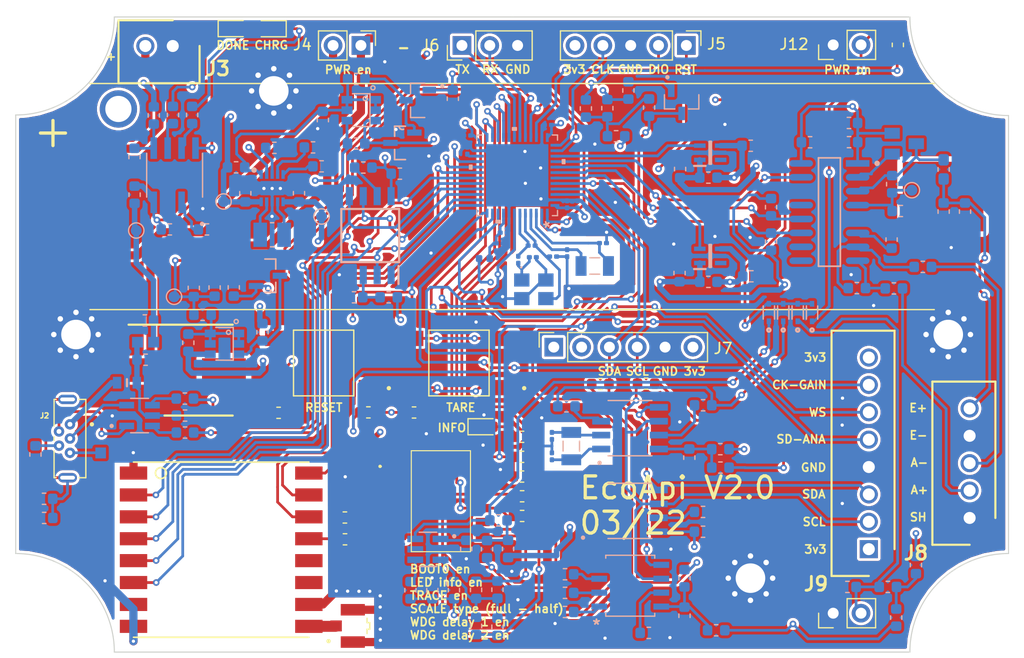
<source format=kicad_pcb>
(kicad_pcb (version 20171130) (host pcbnew 5.1.5+dfsg1-2build2)
  (layers (0 F.Cu signal) (1 GND power) (2 PWR power) (31 B.Cu signal) (34 B.Paste user) (35 F.Paste user) (36 B.SilkS user) (37 F.SilkS user) (38 B.Mask user) (39 F.Mask user) (44 Edge.Cuts user))
  (net 0 "")
  (net 1 "Net-(BT1-Pad+)")
  (net 2 "Net-(C1-Pad1)")
  (net 3 "Net-(C2-Pad1)")
  (net 4 "Net-(C3-Pad1)")
  (net 5 LOADCELL_E+)
  (net 6 "Net-(C6-Pad2)")
  (net 7 "Net-(C6-Pad1)")
  (net 8 "Net-(C7-Pad1)")
  (net 9 VREF+)
  (net 10 "Net-(C13-Pad2)")
  (net 11 "Net-(C16-Pad1)")
  (net 12 "Net-(C17-Pad1)")
  (net 13 "Net-(C18-Pad1)")
  (net 14 VBUS)
  (net 15 +5V)
  (net 16 "Net-(C21-Pad1)")
  (net 17 VBAT)
  (net 18 "Net-(C25-Pad1)")
  (net 19 ANA_VBATT)
  (net 20 MOTION_ALARM)
  (net 21 BOOT0)
  (net 22 NRST)
  (net 23 "Net-(C33-Pad1)")
  (net 24 "Net-(C34-Pad1)")
  (net 25 "Net-(C35-Pad1)")
  (net 26 "Net-(C36-Pad1)")
  (net 27 "Net-(C39-Pad2)")
  (net 28 "Net-(D1-Pad1)")
  (net 29 "Net-(D2-Pad1)")
  (net 30 PWR_ON)
  (net 31 BTN_PWR)
  (net 32 RTC_ALARM)
  (net 33 WDG_ALARM)
  (net 34 "Net-(D7-Pad2)")
  (net 35 "Net-(D7-Pad1)")
  (net 36 "Net-(D8-Pad6)")
  (net 37 "Net-(D8-Pad4)")
  (net 38 "Net-(D8-Pad3)")
  (net 39 "Net-(D8-Pad1)")
  (net 40 "Net-(F1-Pad1)")
  (net 41 "Net-(FB1-Pad1)")
  (net 42 "Net-(IC1-Pad7)")
  (net 43 I2C1_SCL)
  (net 44 I2C1_SDA)
  (net 45 "Net-(IC1-Pad3)")
  (net 46 EN_3V3_INT)
  (net 47 EN_3V3_EXT)
  (net 48 "Net-(J1-Pad1)")
  (net 49 "Net-(J2-Pad4)")
  (net 50 SW_CLK)
  (net 51 SW_DIO)
  (net 52 UART_RX)
  (net 53 UART_TX)
  (net 54 LOADCELL_A-)
  (net 55 LOADCELL_A+)
  (net 56 I2S_SD-MIC_ANA)
  (net 57 I2S_CK-MIC_GAIN)
  (net 58 I2S_WS)
  (net 59 "Net-(L1-Pad2)")
  (net 60 "Net-(L2-Pad2)")
  (net 61 "Net-(L2-Pad1)")
  (net 62 "Net-(Q1-PadB)")
  (net 63 EN_3V3)
  (net 64 "Net-(Q3-Pad1)")
  (net 65 PWR_OFF)
  (net 66 WAKEUP)
  (net 67 "Net-(Q5-Pad1)")
  (net 68 "Net-(Q6-Pad3)")
  (net 69 EN_AVBATT-BTN_TARE)
  (net 70 "Net-(Q7-Pad1)")
  (net 71 WDG_RELOAD)
  (net 72 "Net-(R1-Pad1)")
  (net 73 WDG_DELAY1)
  (net 74 WDG_DELAY2)
  (net 75 "Net-(R17-Pad2)")
  (net 76 "Net-(R18-Pad2)")
  (net 77 "Net-(R19-Pad2)")
  (net 78 "Net-(R20-Pad2)")
  (net 79 "Net-(R21-Pad2)")
  (net 80 "Net-(R24-Pad2)")
  (net 81 "Net-(R27-Pad2)")
  (net 82 HX711_DT)
  (net 83 "Net-(R30-Pad1)")
  (net 84 HX711_CK)
  (net 85 "Net-(R33-Pad1)")
  (net 86 "Net-(R36-Pad1)")
  (net 87 "Net-(R37-Pad1)")
  (net 88 "Net-(R39-Pad2)")
  (net 89 USB_DN)
  (net 90 USB_DP)
  (net 91 "Net-(R45-Pad2)")
  (net 92 "Net-(R52-Pad1)")
  (net 93 "Net-(R54-Pad1)")
  (net 94 "Net-(R55-Pad1)")
  (net 95 "Net-(R63-Pad2)")
  (net 96 "Net-(R64-Pad2)")
  (net 97 TRACE_EN)
  (net 98 SCALE_TYPE)
  (net 99 LED_INFO)
  (net 100 "Net-(R74-Pad2)")
  (net 101 SPI1_SCK)
  (net 102 LORA_DIO1)
  (net 103 SPI1_MOSI)
  (net 104 LORA_DIO2)
  (net 105 SPI1_MISO)
  (net 106 LORA_RST)
  (net 107 LORA_NSS)
  (net 108 LORA_DIO0)
  (net 109 FLASH_NSS)
  (net 110 HX711_RATE)
  (net 111 +3V3)
  (net 112 +3V3_int)
  (net 113 +3V3_EXT)
  (net 114 GND)
  (module EcoApi_pcb:SOIC127P600X175-8N (layer B.Cu) (at 195.06 75.55)
    (fp_text reference IC1 hide)
    (fp_text value PCF8563T_5,518)
    (pad 8 smd roundrect (at 2.63 1.905) (size 1.65 0.61) (layers B.Cu B.Paste B.Mask) (roundrect_rratio 0.08) (net 18 "Net-(C25-Pad1)"))
    (pad 7 smd roundrect (at 2.63 0.635) (size 1.65 0.61) (layers B.Cu B.Paste B.Mask) (roundrect_rratio 0.08) (net 42 "Net-(IC1-Pad7)"))
    (pad 6 smd roundrect (at 2.63 -0.635) (size 1.65 0.61) (layers B.Cu B.Paste B.Mask) (roundrect_rratio 0.08) (net 43 I2C1_SCL))
    (pad 5 smd roundrect (at 2.63 -1.905) (size 1.65 0.61) (layers B.Cu B.Paste B.Mask) (roundrect_rratio 0.08) (net 44 I2C1_SDA))
    (pad 4 smd roundrect (at -2.63 -1.905) (size 1.65 0.61) (layers B.Cu B.Paste B.Mask) (roundrect_rratio 0.08) (net 114 GND))
    (pad 3 smd roundrect (at -2.63 -0.635) (size 1.65 0.61) (layers B.Cu B.Paste B.Mask) (roundrect_rratio 0.08) (net 45 "Net-(IC1-Pad3)"))
    (pad 2 smd roundrect (at -2.63 0.635) (size 1.65 0.61) (layers B.Cu B.Paste B.Mask) (roundrect_rratio 0.08) (net 4 "Net-(C3-Pad1)"))
    (pad 1 smd roundrect (at -2.63 1.905) (size 1.65 0.61) (layers B.Cu B.Paste B.Mask) (roundrect_rratio 0.08) (net 2 "Net-(C1-Pad1)"))
  )
  (module EcoApi_pcb:IPEX_20279-001E-01 (layer F.Cu) (at 169.76 93.61 180)
    (fp_text reference J1 hide)
    (fp_text value UFL)
    (pad 2 smd rect (at 0 -1.475 180) (size 2.2 1.05) (layers F.Cu F.Paste F.Mask) (net 114 GND))
    (pad 1 smd rect (at 1.525 0 180) (size 1.05 1) (layers F.Cu F.Paste F.Mask) (net 48 "Net-(J1-Pad1)"))
    (pad 3 smd rect (at 0 1.475 180) (size 2.2 1.05) (layers F.Cu F.Paste F.Mask) (net 114 GND))
  )
  (module EcoApi_pcb:FUSC1608X100N (layer F.Cu) (at 174.4 40.85 270)
    (fp_text reference F2 hide)
    (fp_text value MF-FSMF050X-2 hide)
    (pad 2 smd rect (at 0.9 0 270) (size 0.77 1.07) (layers F.Cu F.Paste F.Mask) (net 17 VBAT))
    (pad 1 smd rect (at -0.9 0 270) (size 0.77 1.07) (layers F.Cu F.Paste F.Mask) (net 13 "Net-(C18-Pad1)"))
  )
  (module EcoApi_pcb:FUSC1608X100N (layer B.Cu) (at 149.15 71.4)
    (fp_text reference F1 hide)
    (fp_text value MF-FSMF050X-2 hide)
    (pad 2 smd rect (at 0.9 0) (size 0.77 1.07) (layers B.Cu B.Paste B.Mask) (net 14 VBUS))
    (pad 1 smd rect (at -0.9 0) (size 0.77 1.07) (layers B.Cu B.Paste B.Mask) (net 40 "Net-(F1-Pad1)"))
  )
  (module EcoApi_pcb:SON50P250X250X80-11N-D (layer B.Cu) (at 162.4 53.63 270)
    (fp_text reference U10 hide)
    (fp_text value TPS63900DSKR hide)
    (pad 11 smd rect (at 0 0 270) (size 1.3 2.1) (layers B.Cu B.Paste B.Mask) (net 114 GND))
    (pad 10 smd rect (at 1.25 1 180) (size 0.3 0.8) (layers B.Cu B.Paste B.Mask) (net 17 VBAT))
    (pad 9 smd rect (at 1.25 0.5 180) (size 0.3 0.8) (layers B.Cu B.Paste B.Mask) (net 60 "Net-(L2-Pad2)"))
    (pad 8 smd rect (at 1.25 0 180) (size 0.3 0.8) (layers B.Cu B.Paste B.Mask) (net 114 GND))
    (pad 7 smd rect (at 1.25 -0.5 180) (size 0.3 0.8) (layers B.Cu B.Paste B.Mask) (net 61 "Net-(L2-Pad1)"))
    (pad 6 smd rect (at 1.25 -1 180) (size 0.3 0.8) (layers B.Cu B.Paste B.Mask) (net 111 +3V3))
    (pad 5 smd rect (at -1.25 -1 180) (size 0.3 0.8) (layers B.Cu B.Paste B.Mask) (net 94 "Net-(R55-Pad1)"))
    (pad 4 smd rect (at -1.25 -0.5 180) (size 0.3 0.8) (layers B.Cu B.Paste B.Mask) (net 93 "Net-(R54-Pad1)"))
    (pad 3 smd rect (at -1.25 0 180) (size 0.3 0.8) (layers B.Cu B.Paste B.Mask) (net 92 "Net-(R52-Pad1)"))
    (pad 2 smd rect (at -1.25 0.5 180) (size 0.3 0.8) (layers B.Cu B.Paste B.Mask) (net 17 VBAT))
    (pad 1 smd rect (at -1.25 1 180) (size 0.3 0.8) (layers B.Cu B.Paste B.Mask) (net 63 EN_3V3))
  )
  (module Resistor_SMD:R_0603_1608Metric (layer B.Cu) (at 183.0525 83.97)
    (fp_text reference R58 hide)
    (fp_text value 10K)
    (pad 2 smd roundrect (at 0.7875 0) (size 0.875 0.95) (layers B.Cu B.Paste B.Mask) (net 3 "Net-(C2-Pad1)"))
    (pad 1 smd roundrect (at -0.7875 0) (size 0.875 0.95) (layers B.Cu B.Paste B.Mask) (net 33 WDG_ALARM))
  )
  (module Capacitor_SMD:C_0603_1608Metric (layer B.Cu) (at 200.03 92.68 90)
    (fp_text reference C13 hide)
    (fp_text value 100n)
    (pad 2 smd roundrect (at 0.7875 0 90) (size 0.875 0.95) (layers B.Cu B.Paste B.Mask) (net 10 "Net-(C13-Pad2)"))
    (pad 1 smd roundrect (at -0.7875 0 90) (size 0.875 0.95) (layers B.Cu B.Paste B.Mask) (net 114 GND))
  )
  (module Inductor_SMD:L_0402_1005Metric (layer B.Cu) (at 181.77 60.06)
    (fp_text reference L3 hide)
    (fp_text value 3.3uH_0603)
    (pad 2 smd roundrect (at 0.485 0) (size 0.59 0.64) (layers B.Cu B.Paste B.Mask) (net 9 VREF+))
    (pad 1 smd roundrect (at -0.485 0) (size 0.59 0.64) (layers B.Cu B.Paste B.Mask) (net 111 +3V3))
  )
  (module Resistor_SMD:R_0603_1608Metric (layer B.Cu) (at 189.13 92.34)
    (fp_text reference R18 hide)
    (fp_text value 0R)
    (pad 2 smd roundrect (at 0.7875 0) (size 0.875 0.95) (layers B.Cu B.Paste B.Mask) (net 76 "Net-(R18-Pad2)"))
    (pad 1 smd roundrect (at -0.7875 0) (size 0.875 0.95) (layers B.Cu B.Paste B.Mask) (net 114 GND))
  )
  (module EcoApi_pcb:MB85RC16PNF-G-JNE1 (layer B.Cu) (at 195.08 89.94)
    (fp_text reference U4 hide)
    (fp_text value MB85RC16PNF-G-JNE1 hide)
    (fp_text user * (at -3.0833 3.606) (layer B.SilkS) (effects (justify mirror)))
    (fp_text user * (at -3.0833 3.606) (layer B.SilkS) (effects (justify mirror)))
    (pad 8 smd rect (at 2.829298 1.905) (size 1.442199 0.558) (layers B.Cu B.Paste B.Mask) (net 10 "Net-(C13-Pad2)"))
    (pad 7 smd rect (at 2.829298 0.635) (size 1.442199 0.558) (layers B.Cu B.Paste B.Mask) (net 80 "Net-(R24-Pad2)"))
    (pad 6 smd rect (at 2.829298 -0.635) (size 1.442199 0.558) (layers B.Cu B.Paste B.Mask) (net 43 I2C1_SCL))
    (pad 5 smd rect (at 2.829298 -1.905) (size 1.442199 0.558) (layers B.Cu B.Paste B.Mask) (net 44 I2C1_SDA))
    (pad 4 smd rect (at -2.829298 -1.905) (size 1.442199 0.558) (layers B.Cu B.Paste B.Mask) (net 114 GND))
    (pad 3 smd rect (at -2.829298 -0.635) (size 1.442199 0.558) (layers B.Cu B.Paste B.Mask) (net 78 "Net-(R20-Pad2)"))
    (pad 2 smd rect (at -2.829298 0.635) (size 1.442199 0.558) (layers B.Cu B.Paste B.Mask) (net 77 "Net-(R19-Pad2)"))
    (pad 1 smd rect (at -2.829298 1.905) (size 1.442199 0.558) (layers B.Cu B.Paste B.Mask) (net 76 "Net-(R18-Pad2)"))
  )
  (module Capacitor_SMD:C_0603_1608Metric (layer B.Cu) (at 215.76 62.76)
    (fp_text reference C6 hide)
    (fp_text value "100nF 0402")
    (pad 2 smd roundrect (at 0.7875 0) (size 0.875 0.95) (layers B.Cu B.Paste B.Mask) (net 6 "Net-(C6-Pad2)"))
    (pad 1 smd roundrect (at -0.7875 0) (size 0.875 0.95) (layers B.Cu B.Paste B.Mask) (net 7 "Net-(C6-Pad1)"))
  )
  (module Connector_PinHeader_2.54mm:PinHeader_1x02_P2.54mm_Vertical (layer F.Cu) (at 213.6 92.45 90)
    (fp_text reference J10 hide)
    (fp_text value TILT)
    (pad 2 thru_hole oval (at 0 2.54 90) (size 1.7 1.7) (drill 1) (layers *.Cu *.Mask) (net 20 MOTION_ALARM))
    (pad 1 thru_hole rect (at 0 0 90) (size 1.7 1.7) (drill 1) (layers *.Cu *.Mask) (net 114 GND))
  )
  (module Capacitor_SMD:C_0201_0603Metric (layer B.Cu) (at 187.93 76.26 270)
    (fp_text reference C3 hide)
    (fp_text value 22pF)
    (pad 2 smd roundrect (at 0.32 0 270) (size 0.46 0.4) (layers B.Cu B.Mask) (net 114 GND))
    (pad 1 smd roundrect (at -0.32 0 270) (size 0.46 0.4) (layers B.Cu B.Mask) (net 4 "Net-(C3-Pad1)"))
  )
  (module Capacitor_SMD:C_0201_0603Metric (layer B.Cu) (at 187.93 78.12 90)
    (fp_text reference C1 hide)
    (fp_text value 22pF)
    (pad 2 smd roundrect (at 0.32 0 90) (size 0.46 0.4) (layers B.Cu B.Mask) (net 114 GND))
    (pad 1 smd roundrect (at -0.32 0 90) (size 0.46 0.4) (layers B.Cu B.Mask) (net 2 "Net-(C1-Pad1)"))
  )
  (module Resistor_SMD:R_0201_0603Metric (layer B.Cu) (at 184.86 60.17 90)
    (fp_text reference R75 hide)
    (fp_text value ?k)
    (pad 2 smd roundrect (at 0.32 0 90) (size 0.46 0.4) (layers B.Cu B.Mask) (net 100 "Net-(R74-Pad2)"))
    (pad 1 smd roundrect (at -0.32 0 90) (size 0.46 0.4) (layers B.Cu B.Mask) (net 26 "Net-(C36-Pad1)"))
  )
  (module Resistor_SMD:R_0201_0603Metric (layer B.Cu) (at 186.08 58.88 180)
    (fp_text reference R74 hide)
    (fp_text value 1M)
    (pad 2 smd roundrect (at 0.32 0 180) (size 0.46 0.4) (layers B.Cu B.Mask) (net 100 "Net-(R74-Pad2)"))
    (pad 1 smd roundrect (at -0.32 0 180) (size 0.46 0.4) (layers B.Cu B.Mask) (net 25 "Net-(C35-Pad1)"))
  )
  (module Capacitor_SMD:C_0201_0603Metric (layer B.Cu) (at 187.57 47.86)
    (fp_text reference C43 hide)
    (fp_text value 0.1uF)
    (pad 2 smd roundrect (at 0.32 0) (size 0.46 0.4) (layers B.Cu B.Mask) (net 111 +3V3))
    (pad 1 smd roundrect (at -0.32 0) (size 0.46 0.4) (layers B.Cu B.Mask) (net 114 GND))
  )
  (module Capacitor_SMD:C_0201_0603Metric (layer B.Cu) (at 180.2 48.82)
    (fp_text reference C42 hide)
    (fp_text value 0.1uF)
    (pad 2 smd roundrect (at 0.32 0) (size 0.46 0.4) (layers B.Cu B.Mask) (net 111 +3V3))
    (pad 1 smd roundrect (at -0.32 0) (size 0.46 0.4) (layers B.Cu B.Mask) (net 114 GND))
  )
  (module Capacitor_SMD:C_0201_0603Metric (layer B.Cu) (at 189.31 55.11 270)
    (fp_text reference C41 hide)
    (fp_text value 0.1uF)
    (pad 2 smd roundrect (at 0.32 0 270) (size 0.46 0.4) (layers B.Cu B.Mask) (net 111 +3V3))
    (pad 1 smd roundrect (at -0.32 0 270) (size 0.46 0.4) (layers B.Cu B.Mask) (net 114 GND))
  )
  (module Capacitor_SMD:C_0201_0603Metric (layer B.Cu) (at 190.26 55.11 270)
    (fp_text reference C40 hide)
    (fp_text value 4.7uF)
    (pad 2 smd roundrect (at 0.32 0 270) (size 0.46 0.4) (layers B.Cu B.Mask) (net 111 +3V3))
    (pad 1 smd roundrect (at -0.32 0 270) (size 0.46 0.4) (layers B.Cu B.Mask) (net 114 GND))
  )
  (module Capacitor_SMD:C_0201_0603Metric (layer B.Cu) (at 180.21 50.21 270)
    (fp_text reference C39 hide)
    (fp_text value 4.7uF)
    (pad 2 smd roundrect (at 0.32 0 270) (size 0.46 0.4) (layers B.Cu B.Mask) (net 27 "Net-(C39-Pad2)"))
    (pad 1 smd roundrect (at -0.32 0 270) (size 0.46 0.4) (layers B.Cu B.Mask) (net 114 GND))
  )
  (module Capacitor_SMD:C_0201_0603Metric (layer B.Cu) (at 183.17 58.67 180)
    (fp_text reference C38 hide)
    (fp_text value 0.1uF)
    (pad 2 smd roundrect (at 0.32 0 180) (size 0.46 0.4) (layers B.Cu B.Mask) (net 9 VREF+))
    (pad 1 smd roundrect (at -0.32 0 180) (size 0.46 0.4) (layers B.Cu B.Mask) (net 114 GND))
  )
  (module Capacitor_SMD:C_0201_0603Metric (layer B.Cu) (at 183.53 57.7 180)
    (fp_text reference C37 hide)
    (fp_text value 1uF)
    (pad 2 smd roundrect (at 0.32 0 180) (size 0.46 0.4) (layers B.Cu B.Mask) (net 9 VREF+))
    (pad 1 smd roundrect (at -0.32 0 180) (size 0.46 0.4) (layers B.Cu B.Mask) (net 114 GND))
  )
  (module Capacitor_SMD:C_0201_0603Metric (layer B.Cu) (at 186.19 59.94)
    (fp_text reference C36 hide)
    (fp_text value 10u)
    (pad 2 smd roundrect (at 0.32 0) (size 0.46 0.4) (layers B.Cu B.Mask) (net 114 GND))
    (pad 1 smd roundrect (at -0.32 0) (size 0.46 0.4) (layers B.Cu B.Mask) (net 26 "Net-(C36-Pad1)"))
  )
  (module Capacitor_SMD:C_0201_0603Metric (layer B.Cu) (at 188.04 59.88)
    (fp_text reference C35 hide)
    (fp_text value 10u)
    (pad 2 smd roundrect (at 0.32 0) (size 0.46 0.4) (layers B.Cu B.Mask) (net 114 GND))
    (pad 1 smd roundrect (at -0.32 0) (size 0.46 0.4) (layers B.Cu B.Mask) (net 25 "Net-(C35-Pad1)"))
  )
  (module Capacitor_SMD:C_0201_0603Metric (layer B.Cu) (at 189.32 59.57 270)
    (fp_text reference C34 hide)
    (fp_text value 1.5pF)
    (pad 2 smd roundrect (at 0.32 0 270) (size 0.46 0.4) (layers B.Cu B.Mask) (net 114 GND))
    (pad 1 smd roundrect (at -0.32 0 270) (size 0.46 0.4) (layers B.Cu B.Mask) (net 24 "Net-(C34-Pad1)"))
  )
  (module Capacitor_SMD:C_0201_0603Metric (layer B.Cu) (at 192.59 58.65)
    (fp_text reference C33 hide)
    (fp_text value 1.5pF)
    (pad 2 smd roundrect (at 0.32 0) (size 0.46 0.4) (layers B.Cu B.Mask) (net 114 GND))
    (pad 1 smd roundrect (at -0.32 0) (size 0.46 0.4) (layers B.Cu B.Mask) (net 23 "Net-(C33-Pad1)"))
  )
  (module Connector_PinHeader_2.54mm:PinHeader_1x02_P2.54mm_Vertical (layer F.Cu) (at 213.6 40.55 90)
    (fp_text reference J12 (at 0.06 -3.58 180) (layer F.SilkS))
    (fp_text value "POWER ON")
    (pad 2 thru_hole oval (at 0 2.54 90) (size 1.7 1.7) (drill 1) (layers *.Cu *.Mask) (net 31 BTN_PWR))
    (pad 1 thru_hole rect (at 0 0 90) (size 1.7 1.7) (drill 1) (layers *.Cu *.Mask) (net 114 GND))
  )
  (module MountingHole:MountingHole_2.7mm_M2.5_Pad_Via (layer F.Cu) (at 206.05 89.25)
    (fp_text reference H5 hide)
    (fp_text value MountingHole_Pad)
    (pad 1 thru_hole circle (at 1.431891 -1.431891) (size 0.8 0.8) (drill 0.5) (layers *.Cu *.Mask) (net 114 GND))
    (pad 1 thru_hole circle (at 0 -2.025) (size 0.8 0.8) (drill 0.5) (layers *.Cu *.Mask) (net 114 GND))
    (pad 1 thru_hole circle (at -1.431891 -1.431891) (size 0.8 0.8) (drill 0.5) (layers *.Cu *.Mask) (net 114 GND))
    (pad 1 thru_hole circle (at -2.025 0) (size 0.8 0.8) (drill 0.5) (layers *.Cu *.Mask) (net 114 GND))
    (pad 1 thru_hole circle (at -1.431891 1.431891) (size 0.8 0.8) (drill 0.5) (layers *.Cu *.Mask) (net 114 GND))
    (pad 1 thru_hole circle (at 0 2.025) (size 0.8 0.8) (drill 0.5) (layers *.Cu *.Mask) (net 114 GND))
    (pad 1 thru_hole circle (at 1.431891 1.431891) (size 0.8 0.8) (drill 0.5) (layers *.Cu *.Mask) (net 114 GND))
    (pad 1 thru_hole circle (at 2.025 0) (size 0.8 0.8) (drill 0.5) (layers *.Cu *.Mask) (net 114 GND))
    (pad 1 thru_hole circle (at 0 0) (size 5.4 5.4) (drill 2.7) (layers *.Cu *.Mask) (net 114 GND))
  )
  (module MountingHole:MountingHole_2.7mm_M2.5_Pad_Via (layer F.Cu) (at 162.55 44.75)
    (fp_text reference H3 hide)
    (fp_text value MountingHole_Pad)
    (pad 1 thru_hole circle (at 1.431891 -1.431891) (size 0.8 0.8) (drill 0.5) (layers *.Cu *.Mask) (net 114 GND))
    (pad 1 thru_hole circle (at 0 -2.025) (size 0.8 0.8) (drill 0.5) (layers *.Cu *.Mask) (net 114 GND))
    (pad 1 thru_hole circle (at -1.431891 -1.431891) (size 0.8 0.8) (drill 0.5) (layers *.Cu *.Mask) (net 114 GND))
    (pad 1 thru_hole circle (at -2.025 0) (size 0.8 0.8) (drill 0.5) (layers *.Cu *.Mask) (net 114 GND))
    (pad 1 thru_hole circle (at -1.431891 1.431891) (size 0.8 0.8) (drill 0.5) (layers *.Cu *.Mask) (net 114 GND))
    (pad 1 thru_hole circle (at 0 2.025) (size 0.8 0.8) (drill 0.5) (layers *.Cu *.Mask) (net 114 GND))
    (pad 1 thru_hole circle (at 1.431891 1.431891) (size 0.8 0.8) (drill 0.5) (layers *.Cu *.Mask) (net 114 GND))
    (pad 1 thru_hole circle (at 2.025 0) (size 0.8 0.8) (drill 0.5) (layers *.Cu *.Mask) (net 114 GND))
    (pad 1 thru_hole circle (at 0 0) (size 5.4 5.4) (drill 2.7) (layers *.Cu *.Mask) (net 114 GND))
  )
  (module MountingHole:MountingHole_2.7mm_M2.5_Pad_Via (layer F.Cu) (at 224.1 67)
    (fp_text reference H2 hide)
    (fp_text value MountingHole_Pad)
    (pad 1 thru_hole circle (at 1.431891 -1.431891) (size 0.8 0.8) (drill 0.5) (layers *.Cu *.Mask) (net 114 GND))
    (pad 1 thru_hole circle (at 0 -2.025) (size 0.8 0.8) (drill 0.5) (layers *.Cu *.Mask) (net 114 GND))
    (pad 1 thru_hole circle (at -1.431891 -1.431891) (size 0.8 0.8) (drill 0.5) (layers *.Cu *.Mask) (net 114 GND))
    (pad 1 thru_hole circle (at -2.025 0) (size 0.8 0.8) (drill 0.5) (layers *.Cu *.Mask) (net 114 GND))
    (pad 1 thru_hole circle (at -1.431891 1.431891) (size 0.8 0.8) (drill 0.5) (layers *.Cu *.Mask) (net 114 GND))
    (pad 1 thru_hole circle (at 0 2.025) (size 0.8 0.8) (drill 0.5) (layers *.Cu *.Mask) (net 114 GND))
    (pad 1 thru_hole circle (at 1.431891 1.431891) (size 0.8 0.8) (drill 0.5) (layers *.Cu *.Mask) (net 114 GND))
    (pad 1 thru_hole circle (at 2.025 0) (size 0.8 0.8) (drill 0.5) (layers *.Cu *.Mask) (net 114 GND))
    (pad 1 thru_hole circle (at 0 0) (size 5.4 5.4) (drill 2.7) (layers *.Cu *.Mask) (net 114 GND))
  )
  (module MountingHole:MountingHole_2.7mm_M2.5_Pad_Via (layer F.Cu) (at 144.5 67)
    (fp_text reference H1 hide)
    (fp_text value MountingHole_Pad)
    (pad 1 thru_hole circle (at 1.431891 -1.431891) (size 0.8 0.8) (drill 0.5) (layers *.Cu *.Mask) (net 114 GND))
    (pad 1 thru_hole circle (at 0 -2.025) (size 0.8 0.8) (drill 0.5) (layers *.Cu *.Mask) (net 114 GND))
    (pad 1 thru_hole circle (at -1.431891 -1.431891) (size 0.8 0.8) (drill 0.5) (layers *.Cu *.Mask) (net 114 GND))
    (pad 1 thru_hole circle (at -2.025 0) (size 0.8 0.8) (drill 0.5) (layers *.Cu *.Mask) (net 114 GND))
    (pad 1 thru_hole circle (at -1.431891 1.431891) (size 0.8 0.8) (drill 0.5) (layers *.Cu *.Mask) (net 114 GND))
    (pad 1 thru_hole circle (at 0 2.025) (size 0.8 0.8) (drill 0.5) (layers *.Cu *.Mask) (net 114 GND))
    (pad 1 thru_hole circle (at 1.431891 1.431891) (size 0.8 0.8) (drill 0.5) (layers *.Cu *.Mask) (net 114 GND))
    (pad 1 thru_hole circle (at 2.025 0) (size 0.8 0.8) (drill 0.5) (layers *.Cu *.Mask) (net 114 GND))
    (pad 1 thru_hole circle (at 0 0) (size 5.4 5.4) (drill 2.7) (layers *.Cu *.Mask) (net 114 GND))
  )
  (module EcoApi_pcb:X322525MMB4SI (layer B.Cu) (at 186.28 62.87)
    (fp_text reference Y3 hide)
    (fp_text value Crystal_GND24 hide)
    (pad 4 smd rect (at -1.1 0.85 270) (size 1.2 1.4) (layers B.Cu B.Paste B.Mask) (net 114 GND))
    (pad 3 smd rect (at 1.1 0.85 270) (size 1.2 1.4) (layers B.Cu B.Paste B.Mask) (net 25 "Net-(C35-Pad1)"))
    (pad 2 smd rect (at 1.1 -0.85 270) (size 1.2 1.4) (layers B.Cu B.Paste B.Mask) (net 114 GND))
    (pad 1 smd rect (at -1.1 -0.85 270) (size 1.2 1.4) (layers B.Cu B.Paste B.Mask) (net 26 "Net-(C36-Pad1)"))
  )
  (module EcoApi_pcb:XTAL_ABS07-120-32.768KHZ-T (layer B.Cu) (at 191.84 60.74)
    (fp_text reference Y2 hide)
    (fp_text value Crystal_Small)
    (pad 2 smd rect (at 1.25 0) (size 1 1.8) (layers B.Cu B.Paste B.Mask) (net 23 "Net-(C33-Pad1)"))
    (pad 1 smd rect (at -1.25 0) (size 1 1.8) (layers B.Cu B.Paste B.Mask) (net 24 "Net-(C34-Pad1)"))
  )
  (module EcoApi_pcb:XTAL_ABS07-120-32.768KHZ-T (layer B.Cu) (at 189.7 77.19 270)
    (fp_text reference Y1 hide)
    (fp_text value Crystal_Small)
    (pad 2 smd rect (at 1.25 0 270) (size 1 1.8) (layers B.Cu B.Paste B.Mask) (net 2 "Net-(C1-Pad1)"))
    (pad 1 smd rect (at -1.25 0 270) (size 1 1.8) (layers B.Cu B.Paste B.Mask) (net 4 "Net-(C3-Pad1)"))
  )
  (module EcoApi_pcb:STM32F411CEU6 (layer B.Cu) (at 184.76 52.46 90)
    (fp_text reference U13 hide)
    (fp_text value STM32F411CEU6 hide)
    (fp_text user * (at -4.491 3 90) (layer B.SilkS) (effects (justify mirror)))
    (fp_text user * (at -4.491 3 90) (layer B.SilkS) (effects (justify mirror)))
    (pad 49 smd rect (at 0 0 90) (size 5.6896 5.6896) (layers B.Cu B.Mask) (net 114 GND))
    (pad 48 smd rect (at -2.75 3.452 90) (size 0.2548 0.807999) (layers B.Cu B.Paste B.Mask) (net 111 +3V3))
    (pad 47 smd rect (at -2.250001 3.452 90) (size 0.2548 0.807999) (layers B.Cu B.Paste B.Mask) (net 114 GND))
    (pad 46 smd rect (at -1.749999 3.452 90) (size 0.2548 0.807999) (layers B.Cu B.Paste B.Mask) (net 44 I2C1_SDA))
    (pad 45 smd rect (at -1.25 3.452 90) (size 0.2548 0.807999) (layers B.Cu B.Paste B.Mask) (net 43 I2C1_SCL))
    (pad 44 smd rect (at -0.750001 3.452 90) (size 0.2548 0.807999) (layers B.Cu B.Paste B.Mask) (net 21 BOOT0))
    (pad 43 smd rect (at -0.25 3.452 90) (size 0.2548 0.807999) (layers B.Cu B.Paste B.Mask) (net 84 HX711_CK))
    (pad 42 smd rect (at 0.25 3.452 90) (size 0.2548 0.807999) (layers B.Cu B.Paste B.Mask) (net 82 HX711_DT))
    (pad 41 smd rect (at 0.750001 3.452 90) (size 0.2548 0.807999) (layers B.Cu B.Paste B.Mask) (net 110 HX711_RATE))
    (pad 40 smd rect (at 1.25 3.452 90) (size 0.2548 0.807999) (layers B.Cu B.Paste B.Mask) (net 46 EN_3V3_INT))
    (pad 39 smd rect (at 1.749999 3.452 90) (size 0.2548 0.807999) (layers B.Cu B.Paste B.Mask) (net 47 EN_3V3_EXT))
    (pad 38 smd rect (at 2.250001 3.452 90) (size 0.2548 0.807999) (layers B.Cu B.Paste B.Mask) (net 65 PWR_OFF))
    (pad 37 smd rect (at 2.75 3.452 90) (size 0.2548 0.807999) (layers B.Cu B.Paste B.Mask) (net 50 SW_CLK))
    (pad 36 smd rect (at 3.452 2.75) (size 0.2548 0.807999) (layers B.Cu B.Paste B.Mask) (net 111 +3V3))
    (pad 35 smd rect (at 3.452 2.250001) (size 0.2548 0.807999) (layers B.Cu B.Paste B.Mask) (net 114 GND))
    (pad 34 smd rect (at 3.452 1.749999) (size 0.2548 0.807999) (layers B.Cu B.Paste B.Mask) (net 51 SW_DIO))
    (pad 33 smd rect (at 3.452 1.25) (size 0.2548 0.807999) (layers B.Cu B.Paste B.Mask) (net 90 USB_DP))
    (pad 32 smd rect (at 3.452 0.750001) (size 0.2548 0.807999) (layers B.Cu B.Paste B.Mask) (net 89 USB_DN))
    (pad 31 smd rect (at 3.452 0.25) (size 0.2548 0.807999) (layers B.Cu B.Paste B.Mask) (net 52 UART_RX))
    (pad 30 smd rect (at 3.452 -0.25) (size 0.2548 0.807999) (layers B.Cu B.Paste B.Mask) (net 53 UART_TX))
    (pad 29 smd rect (at 3.452 -0.750001) (size 0.2548 0.807999) (layers B.Cu B.Paste B.Mask) (net 99 LED_INFO))
    (pad 28 smd rect (at 3.452 -1.25) (size 0.2548 0.807999) (layers B.Cu B.Paste B.Mask) (net 98 SCALE_TYPE))
    (pad 27 smd rect (at 3.452 -1.749999) (size 0.2548 0.807999) (layers B.Cu B.Paste B.Mask) (net 97 TRACE_EN))
    (pad 26 smd rect (at 3.452 -2.250001) (size 0.2548 0.807999) (layers B.Cu B.Paste B.Mask) (net 57 I2S_CK-MIC_GAIN))
    (pad 25 smd rect (at 3.452 -2.75) (size 0.2548 0.807999) (layers B.Cu B.Paste B.Mask) (net 58 I2S_WS))
    (pad 24 smd rect (at 2.75 -3.452 90) (size 0.2548 0.807999) (layers B.Cu B.Paste B.Mask) (net 111 +3V3))
    (pad 23 smd rect (at 2.250001 -3.452 90) (size 0.2548 0.807999) (layers B.Cu B.Paste B.Mask) (net 114 GND))
    (pad 22 smd rect (at 1.749999 -3.452 90) (size 0.2548 0.807999) (layers B.Cu B.Paste B.Mask) (net 27 "Net-(C39-Pad2)"))
    (pad 21 smd rect (at 1.25 -3.452 90) (size 0.2548 0.807999) (layers B.Cu B.Paste B.Mask) (net 104 LORA_DIO2))
    (pad 20 smd rect (at 0.750001 -3.452 90) (size 0.2548 0.807999) (layers B.Cu B.Paste B.Mask) (net 102 LORA_DIO1))
    (pad 19 smd rect (at 0.25 -3.452 90) (size 0.2548 0.807999) (layers B.Cu B.Paste B.Mask) (net 108 LORA_DIO0))
    (pad 18 smd rect (at -0.25 -3.452 90) (size 0.2548 0.807999) (layers B.Cu B.Paste B.Mask) (net 106 LORA_RST))
    (pad 17 smd rect (at -0.750001 -3.452 90) (size 0.2548 0.807999) (layers B.Cu B.Paste B.Mask) (net 103 SPI1_MOSI))
    (pad 16 smd rect (at -1.25 -3.452 90) (size 0.2548 0.807999) (layers B.Cu B.Paste B.Mask) (net 105 SPI1_MISO))
    (pad 15 smd rect (at -1.749999 -3.452 90) (size 0.2548 0.807999) (layers B.Cu B.Paste B.Mask) (net 101 SPI1_SCK))
    (pad 14 smd rect (at -2.250001 -3.452 90) (size 0.2548 0.807999) (layers B.Cu B.Paste B.Mask) (net 107 LORA_NSS))
    (pad 13 smd rect (at -2.75 -3.452 90) (size 0.2548 0.807999) (layers B.Cu B.Paste B.Mask) (net 109 FLASH_NSS))
    (pad 12 smd rect (at -3.452 -2.75) (size 0.2548 0.807999) (layers B.Cu B.Paste B.Mask) (net 69 EN_AVBATT-BTN_TARE))
    (pad 11 smd rect (at -3.452 -2.250001) (size 0.2548 0.807999) (layers B.Cu B.Paste B.Mask) (net 56 I2S_SD-MIC_ANA))
    (pad 10 smd rect (at -3.452 -1.749999) (size 0.2548 0.807999) (layers B.Cu B.Paste B.Mask) (net 66 WAKEUP))
    (pad 9 smd rect (at -3.452 -1.25) (size 0.2548 0.807999) (layers B.Cu B.Paste B.Mask) (net 9 VREF+))
    (pad 8 smd rect (at -3.452 -0.750001) (size 0.2548 0.807999) (layers B.Cu B.Paste B.Mask) (net 114 GND))
    (pad 7 smd rect (at -3.452 -0.25) (size 0.2548 0.807999) (layers B.Cu B.Paste B.Mask) (net 22 NRST))
    (pad 6 smd rect (at -3.452 0.25) (size 0.2548 0.807999) (layers B.Cu B.Paste B.Mask) (net 100 "Net-(R74-Pad2)"))
    (pad 5 smd rect (at -3.452 0.750001) (size 0.2548 0.807999) (layers B.Cu B.Paste B.Mask) (net 25 "Net-(C35-Pad1)"))
    (pad 4 smd rect (at -3.452 1.25) (size 0.2548 0.807999) (layers B.Cu B.Paste B.Mask) (net 24 "Net-(C34-Pad1)"))
    (pad 3 smd rect (at -3.452 1.749999) (size 0.2548 0.807999) (layers B.Cu B.Paste B.Mask) (net 23 "Net-(C33-Pad1)"))
    (pad 2 smd rect (at -3.452 2.250001) (size 0.2548 0.807999) (layers B.Cu B.Paste B.Mask) (net 71 WDG_RELOAD))
    (pad 1 smd rect (at -3.452 2.75) (size 0.2548 0.807999) (layers B.Cu B.Paste B.Mask) (net 19 ANA_VBATT))
  )
  (module EcoApi_pcb:SOP127P600X175-9N (layer B.Cu) (at 153.5 52.45 90)
    (fp_text reference U8 hide)
    (fp_text value TP4056)
    (pad 9 smd rect (at 0 0 90) (size 2.413 3.302) (layers B.Cu B.Mask) (net 114 GND))
    (pad 8 smd roundrect (at 2.475 1.905 90) (size 1.97 0.6) (layers B.Cu B.Paste B.Mask) (roundrect_rratio 0.07000000000000001) (net 11 "Net-(C16-Pad1)"))
    (pad 7 smd roundrect (at 2.475 0.635 90) (size 1.97 0.6) (layers B.Cu B.Paste B.Mask) (roundrect_rratio 0.07000000000000001) (net 86 "Net-(R36-Pad1)"))
    (pad 6 smd roundrect (at 2.475 -0.635 90) (size 1.97 0.6) (layers B.Cu B.Paste B.Mask) (roundrect_rratio 0.07000000000000001) (net 87 "Net-(R37-Pad1)"))
    (pad 5 smd roundrect (at 2.475 -1.905 90) (size 1.97 0.6) (layers B.Cu B.Paste B.Mask) (roundrect_rratio 0.07000000000000001) (net 16 "Net-(C21-Pad1)"))
    (pad 4 smd roundrect (at -2.475 -1.905 90) (size 1.97 0.6) (layers B.Cu B.Paste B.Mask) (roundrect_rratio 0.07000000000000001) (net 11 "Net-(C16-Pad1)"))
    (pad 3 smd roundrect (at -2.475 -0.635 90) (size 1.97 0.6) (layers B.Cu B.Paste B.Mask) (roundrect_rratio 0.07000000000000001) (net 114 GND))
    (pad 2 smd roundrect (at -2.475 0.635 90) (size 1.97 0.6) (layers B.Cu B.Paste B.Mask) (roundrect_rratio 0.07000000000000001) (net 88 "Net-(R39-Pad2)"))
    (pad 1 smd roundrect (at -2.475 1.905 90) (size 1.97 0.6) (layers B.Cu B.Paste B.Mask) (roundrect_rratio 0.07000000000000001) (net 114 GND))
  )
  (module EcoApi_pcb:SOIC127P600X175-8N (layer B.Cu) (at 195.05 83.105)
    (fp_text reference U7 hide)
    (fp_text value 24LC02B_SN)
    (pad 8 smd roundrect (at 2.63 1.905) (size 1.65 0.61) (layers B.Cu B.Paste B.Mask) (roundrect_rratio 0.08) (net 112 +3V3_int))
    (pad 7 smd roundrect (at 2.63 0.635) (size 1.65 0.61) (layers B.Cu B.Paste B.Mask) (roundrect_rratio 0.08) (net 81 "Net-(R27-Pad2)"))
    (pad 6 smd roundrect (at 2.63 -0.635) (size 1.65 0.61) (layers B.Cu B.Paste B.Mask) (roundrect_rratio 0.08) (net 43 I2C1_SCL))
    (pad 5 smd roundrect (at 2.63 -1.905) (size 1.65 0.61) (layers B.Cu B.Paste B.Mask) (roundrect_rratio 0.08) (net 44 I2C1_SDA))
    (pad 4 smd roundrect (at -2.63 -1.905) (size 1.65 0.61) (layers B.Cu B.Paste B.Mask) (roundrect_rratio 0.08) (net 114 GND))
    (pad 3 smd roundrect (at -2.63 -0.635) (size 1.65 0.61) (layers B.Cu B.Paste B.Mask) (roundrect_rratio 0.08) (net 114 GND))
    (pad 2 smd roundrect (at -2.63 0.635) (size 1.65 0.61) (layers B.Cu B.Paste B.Mask) (roundrect_rratio 0.08) (net 114 GND))
    (pad 1 smd roundrect (at -2.63 1.905) (size 1.65 0.61) (layers B.Cu B.Paste B.Mask) (roundrect_rratio 0.08) (net 114 GND))
  )
  (module EcoApi_pcb:SOIC127P790X216-8N (layer B.Cu) (at 171.35 57.96 90)
    (fp_text reference U6 hide)
    (fp_text value W25Q32JVSS hide)
    (pad 8 smd rect (at 3.6 1.905) (size 0.65 1.65) (layers B.Cu B.Paste B.Mask) (net 112 +3V3_int))
    (pad 7 smd rect (at 3.6 0.635) (size 0.65 1.65) (layers B.Cu B.Paste B.Mask) (net 85 "Net-(R33-Pad1)"))
    (pad 6 smd rect (at 3.6 -0.635) (size 0.65 1.65) (layers B.Cu B.Paste B.Mask) (net 101 SPI1_SCK))
    (pad 5 smd rect (at 3.6 -1.905) (size 0.65 1.65) (layers B.Cu B.Paste B.Mask) (net 103 SPI1_MOSI))
    (pad 4 smd rect (at -3.6 -1.905) (size 0.65 1.65) (layers B.Cu B.Paste B.Mask) (net 114 GND))
    (pad 3 smd rect (at -3.6 -0.635) (size 0.65 1.65) (layers B.Cu B.Paste B.Mask) (net 83 "Net-(R30-Pad1)"))
    (pad 2 smd rect (at -3.6 0.635) (size 0.65 1.65) (layers B.Cu B.Paste B.Mask) (net 105 SPI1_MISO))
    (pad 1 smd rect (at -3.6 1.905) (size 0.65 1.65) (layers B.Cu B.Paste B.Mask) (net 109 FLASH_NSS))
  )
  (module EcoApi_pcb:RFM95W (layer F.Cu) (at 157.75 86.65)
    (fp_text reference U5 hide)
    (fp_text value RFM95W-868S2)
    (pad 1 smd rect (at -8 -7) (size 2.5 1.2) (layers F.Cu F.Paste F.Mask) (net 114 GND))
    (pad 2 smd rect (at -8 -5) (size 2.5 1.2) (layers F.Cu F.Paste F.Mask) (net 105 SPI1_MISO))
    (pad 3 smd rect (at -8 -3) (size 2.5 1.2) (layers F.Cu F.Paste F.Mask) (net 103 SPI1_MOSI))
    (pad 4 smd rect (at -8 -1) (size 2.5 1.2) (layers F.Cu F.Paste F.Mask) (net 101 SPI1_SCK))
    (pad 5 smd rect (at -8 1) (size 2.5 1.2) (layers F.Cu F.Paste F.Mask) (net 107 LORA_NSS))
    (pad 6 smd rect (at -8 3) (size 2.5 1.2) (layers F.Cu F.Paste F.Mask) (net 106 LORA_RST))
    (pad 7 smd rect (at -8 5) (size 2.5 1.2) (layers F.Cu F.Paste F.Mask))
    (pad 8 smd rect (at -8 7) (size 2.5 1.2) (layers F.Cu F.Paste F.Mask) (net 114 GND))
    (pad 9 smd rect (at 8 7) (size 2.5 1.2) (layers F.Cu F.Paste F.Mask) (net 48 "Net-(J1-Pad1)"))
    (pad 10 smd rect (at 8 5) (size 2.5 1.2) (layers F.Cu F.Paste F.Mask) (net 114 GND))
    (pad 11 smd rect (at 8 3) (size 2.5 1.2) (layers F.Cu F.Paste F.Mask))
    (pad 12 smd rect (at 8 1) (size 2.5 1.2) (layers F.Cu F.Paste F.Mask))
    (pad 13 smd rect (at 8 -1) (size 2.5 1.2) (layers F.Cu F.Paste F.Mask) (net 112 +3V3_int))
    (pad 14 smd rect (at 8 -3) (size 2.5 1.2) (layers F.Cu F.Paste F.Mask) (net 108 LORA_DIO0))
    (pad 15 smd rect (at 8 -5) (size 2.5 1.2) (layers F.Cu F.Paste F.Mask) (net 102 LORA_DIO1))
    (pad 16 smd rect (at 8 -7) (size 2.5 1.2) (layers F.Cu F.Paste F.Mask) (net 104 LORA_DIO2))
  )
  (module EcoApi_pcb:Avia_Semiconductor-HX711-IPC_A (layer B.Cu) (at 213.25565 55.815 180)
    (fp_text reference U2 hide)
    (fp_text value HX711 hide)
    (pad 16 smd roundrect (at 2.57565 4.445 180) (size 2.1549 0.604455) (layers B.Cu B.Paste B.Mask) (roundrect_rratio 0.5) (net 112 +3V3_int))
    (pad 15 smd roundrect (at 2.57565 3.175 180) (size 2.1549 0.604455) (layers B.Cu B.Paste B.Mask) (roundrect_rratio 0.5) (net 110 HX711_RATE))
    (pad 14 smd roundrect (at 2.57565 1.905 180) (size 2.1549 0.604455) (layers B.Cu B.Paste B.Mask) (roundrect_rratio 0.5) (net 114 GND))
    (pad 13 smd roundrect (at 2.57565 0.635 180) (size 2.1549 0.604455) (layers B.Cu B.Paste B.Mask) (roundrect_rratio 0.5))
    (pad 12 smd roundrect (at 2.57565 -0.635001 180) (size 2.1549 0.604455) (layers B.Cu B.Paste B.Mask) (roundrect_rratio 0.5) (net 82 HX711_DT))
    (pad 11 smd roundrect (at 2.57565 -1.905001 180) (size 2.1549 0.604455) (layers B.Cu B.Paste B.Mask) (roundrect_rratio 0.5) (net 84 HX711_CK))
    (pad 10 smd roundrect (at 2.57565 -3.175001 180) (size 2.1549 0.604455) (layers B.Cu B.Paste B.Mask) (roundrect_rratio 0.5))
    (pad 9 smd roundrect (at 2.57565 -4.445001 180) (size 2.1549 0.604455) (layers B.Cu B.Paste B.Mask) (roundrect_rratio 0.5))
    (pad 8 smd roundrect (at -2.57565 -4.445001 180) (size 2.1549 0.604455) (layers B.Cu B.Paste B.Mask) (roundrect_rratio 0.5) (net 6 "Net-(C6-Pad2)"))
    (pad 7 smd roundrect (at -2.57565 -3.175001 180) (size 2.1549 0.604455) (layers B.Cu B.Paste B.Mask) (roundrect_rratio 0.5) (net 7 "Net-(C6-Pad1)"))
    (pad 6 smd roundrect (at -2.57565 -1.905001 180) (size 2.1549 0.604455) (layers B.Cu B.Paste B.Mask) (roundrect_rratio 0.5) (net 8 "Net-(C7-Pad1)"))
    (pad 5 smd roundrect (at -2.57565 -0.635001 180) (size 2.1549 0.604455) (layers B.Cu B.Paste B.Mask) (roundrect_rratio 0.5) (net 114 GND))
    (pad 4 smd roundrect (at -2.57565 0.635 180) (size 2.1549 0.604455) (layers B.Cu B.Paste B.Mask) (roundrect_rratio 0.5) (net 79 "Net-(R21-Pad2)"))
    (pad 3 smd roundrect (at -2.57565 1.905 180) (size 2.1549 0.604455) (layers B.Cu B.Paste B.Mask) (roundrect_rratio 0.5) (net 59 "Net-(L1-Pad2)"))
    (pad 2 smd roundrect (at -2.57565 3.175 180) (size 2.1549 0.604455) (layers B.Cu B.Paste B.Mask) (roundrect_rratio 0.5) (net 62 "Net-(Q1-PadB)"))
    (pad 1 smd rect (at -2.57565 4.445 180) (size 2.1549 0.604455) (layers B.Cu B.Paste B.Mask) (net 112 +3V3_int))
  )
  (module EcoApi_pcb:SOT95P280X110-6N (layer B.Cu) (at 176.615 86.62 180)
    (fp_text reference U1 hide)
    (fp_text value TPL5010DDCR)
    (pad 6 smd roundrect (at 1.155 0.95 180) (size 1.45 0.59) (layers B.Cu B.Paste B.Mask) (roundrect_rratio 0.07000000000000001) (net 33 WDG_ALARM))
    (pad 5 smd roundrect (at 1.155 0 180) (size 1.45 0.59) (layers B.Cu B.Paste B.Mask) (roundrect_rratio 0.07000000000000001))
    (pad 4 smd roundrect (at 1.155 -0.95 180) (size 1.45 0.59) (layers B.Cu B.Paste B.Mask) (roundrect_rratio 0.07000000000000001) (net 75 "Net-(R17-Pad2)"))
    (pad 3 smd roundrect (at -1.155 -0.95 180) (size 1.45 0.59) (layers B.Cu B.Paste B.Mask) (roundrect_rratio 0.07000000000000001) (net 72 "Net-(R1-Pad1)"))
    (pad 2 smd roundrect (at -1.155 0 180) (size 1.45 0.59) (layers B.Cu B.Paste B.Mask) (roundrect_rratio 0.07000000000000001) (net 114 GND))
    (pad 1 smd roundrect (at -1.155 0.95 180) (size 1.45 0.59) (layers B.Cu B.Paste B.Mask) (roundrect_rratio 0.07000000000000001) (net 3 "Net-(C2-Pad1)"))
  )
  (module TestPoint:TestPoint_Pad_D1.0mm (layer B.Cu) (at 153.45 63.55 270)
    (fp_text reference TP28 hide)
    (fp_text value TestPoint)
    (pad 1 smd circle (at 0 0 270) (size 1 1) (layers B.Cu B.Mask) (net 19 ANA_VBATT))
  )
  (module TestPoint:TestPoint_Pad_D1.0mm (layer B.Cu) (at 166.91 56.22 180)
    (fp_text reference TP26 hide)
    (fp_text value TestPoint)
    (pad 1 smd circle (at 0 0 180) (size 1 1) (layers B.Cu B.Mask) (net 111 +3V3))
  )
  (module TestPoint:TestPoint_Pad_D1.0mm (layer B.Cu) (at 157.97 54.85 180)
    (fp_text reference TP21 hide)
    (fp_text value TestPoint)
    (pad 1 smd circle (at 0 0 180) (size 1 1) (layers B.Cu B.Mask) (net 17 VBAT))
  )
  (module TestPoint:TestPoint_Pad_D1.0mm (layer B.Cu) (at 150 57.5 90)
    (fp_text reference TP20 hide)
    (fp_text value TestPoint)
    (pad 1 smd circle (at 0 0 90) (size 1 1) (layers B.Cu B.Mask) (net 15 +5V))
  )
  (module TestPoint:TestPoint_Pad_D1.0mm (layer B.Cu) (at 220.78 53.82 180)
    (fp_text reference TP4 hide)
    (fp_text value TestPoint)
    (pad 1 smd circle (at 0 0 180) (size 1 1) (layers B.Cu B.Mask) (net 79 "Net-(R21-Pad2)"))
  )
  (module EcoApi_pcb:SW_PUSH (layer F.Cu) (at 167.35 69.6 180)
    (fp_text reference S3 hide)
    (fp_text value RESET)
    (pad 2 smd rect (at 4.55 -2.25 180) (size 2.1 1.4) (layers F.Cu F.Paste F.Mask) (net 22 NRST))
    (pad 1 smd rect (at -4 -2.25 180) (size 2.1 1.4) (layers F.Cu F.Paste F.Mask) (net 22 NRST))
    (pad 3 smd rect (at -4 2.25 180) (size 2.1 1.4) (layers F.Cu F.Paste F.Mask) (net 114 GND))
    (pad 4 smd rect (at 4.55 2.25 180) (size 2.1 1.4) (layers F.Cu F.Paste F.Mask) (net 114 GND))
  )
  (module EcoApi_pcb:DSHP06TSGET (layer F.Cu) (at 177.8 82.22 270)
    (fp_text reference S2 hide)
    (fp_text value DSHP06TSGET hide)
    (pad 12 smd rect (at -3.175 -3.81 270) (size 0.76 1.27) (layers F.Cu F.Paste F.Mask) (net 21 BOOT0))
    (pad 11 smd rect (at -1.905 -3.81 270) (size 0.76 1.27) (layers F.Cu F.Paste F.Mask) (net 35 "Net-(D7-Pad1)"))
    (pad 10 smd rect (at -0.635 -3.81 270) (size 0.76 1.27) (layers F.Cu F.Paste F.Mask) (net 97 TRACE_EN))
    (pad 9 smd rect (at 0.635 -3.81 270) (size 0.76 1.27) (layers F.Cu F.Paste F.Mask) (net 98 SCALE_TYPE))
    (pad 8 smd rect (at 1.905 -3.81 270) (size 0.76 1.27) (layers F.Cu F.Paste F.Mask) (net 73 WDG_DELAY1))
    (pad 7 smd rect (at 3.175 -3.81 270) (size 0.76 1.27) (layers F.Cu F.Paste F.Mask) (net 74 WDG_DELAY2))
    (pad 6 smd rect (at 3.175 3.81 270) (size 0.76 1.27) (layers F.Cu F.Paste F.Mask) (net 114 GND))
    (pad 5 smd rect (at 1.905 3.81 270) (size 0.76 1.27) (layers F.Cu F.Paste F.Mask) (net 114 GND))
    (pad 4 smd rect (at 0.635 3.81 270) (size 0.76 1.27) (layers F.Cu F.Paste F.Mask) (net 114 GND))
    (pad 3 smd rect (at -0.635 3.81 270) (size 0.76 1.27) (layers F.Cu F.Paste F.Mask) (net 114 GND))
    (pad 2 smd rect (at -1.905 3.81 270) (size 0.76 1.27) (layers F.Cu F.Paste F.Mask) (net 114 GND))
    (pad 1 smd rect (at -3.175 3.81 270) (size 0.76 1.27) (layers F.Cu F.Paste F.Mask) (net 111 +3V3))
  )
  (module EcoApi_pcb:SW_PUSH (layer F.Cu) (at 179.7 69.6 180)
    (fp_text reference S1 hide)
    (fp_text value TARE)
    (pad 2 smd rect (at 4.55 -2.25 180) (size 2.1 1.4) (layers F.Cu F.Paste F.Mask) (net 95 "Net-(R63-Pad2)"))
    (pad 1 smd rect (at -4 -2.25 180) (size 2.1 1.4) (layers F.Cu F.Paste F.Mask) (net 95 "Net-(R63-Pad2)"))
    (pad 3 smd rect (at -4 2.25 180) (size 2.1 1.4) (layers F.Cu F.Paste F.Mask) (net 69 EN_AVBATT-BTN_TARE))
    (pad 4 smd rect (at 4.55 2.25 180) (size 2.1 1.4) (layers F.Cu F.Paste F.Mask) (net 69 EN_AVBATT-BTN_TARE))
  )
  (module Resistor_SMD:R_0603_1608Metric (layer F.Cu) (at 219.5 40.55 90)
    (fp_text reference R73 hide)
    (fp_text value 10k)
    (pad 2 smd roundrect (at 0.7875 0 90) (size 0.875 0.95) (layers F.Cu F.Paste F.Mask) (net 31 BTN_PWR))
    (pad 1 smd roundrect (at -0.7875 0 90) (size 0.875 0.95) (layers F.Cu F.Paste F.Mask) (net 17 VBAT))
  )
  (module Resistor_SMD:R_0603_1608Metric (layer F.Cu) (at 185.2 76.34)
    (fp_text reference R72 hide)
    (fp_text value 1.5K)
    (pad 2 smd roundrect (at 0.7875 0) (size 0.875 0.95) (layers F.Cu F.Paste F.Mask) (net 99 LED_INFO))
    (pad 1 smd roundrect (at -0.7875 0) (size 0.875 0.95) (layers F.Cu F.Paste F.Mask) (net 34 "Net-(D7-Pad2)"))
  )
  (module Resistor_SMD:R_0603_1608Metric (layer F.Cu) (at 171.1825 74.11 180)
    (fp_text reference R71 hide)
    (fp_text value 10k)
    (pad 2 smd roundrect (at 0.7875 0 180) (size 0.875 0.95) (layers F.Cu F.Paste F.Mask) (net 22 NRST))
    (pad 1 smd roundrect (at -0.7875 0 180) (size 0.875 0.95) (layers F.Cu F.Paste F.Mask) (net 111 +3V3))
  )
  (module Resistor_SMD:R_0603_1608Metric (layer F.Cu) (at 185.2125 83.57 180)
    (fp_text reference R69 hide)
    (fp_text value 10k)
    (pad 2 smd roundrect (at 0.7875 0 180) (size 0.875 0.95) (layers F.Cu F.Paste F.Mask) (net 98 SCALE_TYPE))
    (pad 1 smd roundrect (at -0.7875 0 180) (size 0.875 0.95) (layers F.Cu F.Paste F.Mask) (net 111 +3V3))
  )
  (module Resistor_SMD:R_0603_1608Metric (layer F.Cu) (at 185.2125 81.77 180)
    (fp_text reference R68 hide)
    (fp_text value 10k)
    (pad 2 smd roundrect (at 0.7875 0 180) (size 0.875 0.95) (layers F.Cu F.Paste F.Mask) (net 97 TRACE_EN))
    (pad 1 smd roundrect (at -0.7875 0 180) (size 0.875 0.95) (layers F.Cu F.Paste F.Mask) (net 111 +3V3))
  )
  (module Resistor_SMD:R_0603_1608Metric (layer F.Cu) (at 185.2 78.17 180)
    (fp_text reference R67 hide)
    (fp_text value 10k)
    (pad 2 smd roundrect (at 0.7875 0 180) (size 0.875 0.95) (layers F.Cu F.Paste F.Mask) (net 21 BOOT0))
    (pad 1 smd roundrect (at -0.7875 0 180) (size 0.875 0.95) (layers F.Cu F.Paste F.Mask) (net 114 GND))
  )
  (module Resistor_SMD:R_0603_1608Metric (layer B.Cu) (at 221.15 88.05 270)
    (fp_text reference R66 hide)
    (fp_text value 0R)
    (pad 2 smd roundrect (at 0.7875 0 270) (size 0.875 0.95) (layers B.Cu B.Paste B.Mask) (net 96 "Net-(R64-Pad2)"))
    (pad 1 smd roundrect (at -0.7875 0 270) (size 0.875 0.95) (layers B.Cu B.Paste B.Mask) (net 111 +3V3))
  )
  (module Resistor_SMD:R_0603_1608Metric (layer B.Cu) (at 218.5875 90.05 180)
    (fp_text reference R65 hide)
    (fp_text value 1M)
    (pad 2 smd roundrect (at 0.7875 0 180) (size 0.875 0.95) (layers B.Cu B.Paste B.Mask) (net 20 MOTION_ALARM))
    (pad 1 smd roundrect (at -0.7875 0 180) (size 0.875 0.95) (layers B.Cu B.Paste B.Mask) (net 96 "Net-(R64-Pad2)"))
  )
  (module Resistor_SMD:R_0603_1608Metric (layer B.Cu) (at 219.35 92.85 90)
    (fp_text reference R64 hide)
    (fp_text value 0R)
    (pad 2 smd roundrect (at 0.7875 0 90) (size 0.875 0.95) (layers B.Cu B.Paste B.Mask) (net 96 "Net-(R64-Pad2)"))
    (pad 1 smd roundrect (at -0.7875 0 90) (size 0.875 0.95) (layers B.Cu B.Paste B.Mask) (net 17 VBAT))
  )
  (module Resistor_SMD:R_0603_1608Metric (layer F.Cu) (at 175.35 74.12)
    (fp_text reference R63 hide)
    (fp_text value 0R)
    (pad 2 smd roundrect (at 0.7875 0) (size 0.875 0.95) (layers F.Cu F.Paste F.Mask) (net 95 "Net-(R63-Pad2)"))
    (pad 1 smd roundrect (at -0.7875 0) (size 0.875 0.95) (layers F.Cu F.Paste F.Mask) (net 111 +3V3))
  )
  (module Resistor_SMD:R_0603_1608Metric (layer B.Cu) (at 155.25 62.75 90)
    (fp_text reference R62 hide)
    (fp_text value 1M)
    (pad 2 smd roundrect (at 0.7875 0 90) (size 0.875 0.95) (layers B.Cu B.Paste B.Mask) (net 114 GND))
    (pad 1 smd roundrect (at -0.7875 0 90) (size 0.875 0.95) (layers B.Cu B.Paste B.Mask) (net 19 ANA_VBATT))
  )
  (module Resistor_SMD:R_0603_1608Metric (layer B.Cu) (at 156.05 65.2 180)
    (fp_text reference R61 hide)
    (fp_text value 1M)
    (pad 2 smd roundrect (at 0.7875 0 180) (size 0.875 0.95) (layers B.Cu B.Paste B.Mask) (net 19 ANA_VBATT))
    (pad 1 smd roundrect (at -0.7875 0 180) (size 0.875 0.95) (layers B.Cu B.Paste B.Mask) (net 70 "Net-(Q7-Pad1)"))
  )
  (module Resistor_SMD:R_0603_1608Metric (layer B.Cu) (at 154.75 67.75 90)
    (fp_text reference R60 hide)
    (fp_text value 0R)
    (pad 2 smd roundrect (at 0.7875 0 90) (size 0.875 0.95) (layers B.Cu B.Paste B.Mask) (net 70 "Net-(Q7-Pad1)"))
    (pad 1 smd roundrect (at -0.7875 0 90) (size 0.875 0.95) (layers B.Cu B.Paste B.Mask) (net 17 VBAT))
  )
  (module Resistor_SMD:R_0603_1608Metric (layer B.Cu) (at 158.9 62.7 90)
    (fp_text reference R57 hide)
    (fp_text value 100K)
    (pad 2 smd roundrect (at 0.7875 0 90) (size 0.875 0.95) (layers B.Cu B.Paste B.Mask) (net 114 GND))
    (pad 1 smd roundrect (at -0.7875 0 90) (size 0.875 0.95) (layers B.Cu B.Paste B.Mask) (net 69 EN_AVBATT-BTN_TARE))
  )
  (module Resistor_SMD:R_0603_1608Metric (layer B.Cu) (at 161.52 66.79 270)
    (fp_text reference R56 hide)
    (fp_text value 1M)
    (pad 2 smd roundrect (at 0.7875 0 270) (size 0.875 0.95) (layers B.Cu B.Paste B.Mask) (net 68 "Net-(Q6-Pad3)"))
    (pad 1 smd roundrect (at -0.7875 0 270) (size 0.875 0.95) (layers B.Cu B.Paste B.Mask) (net 17 VBAT))
  )
  (module Resistor_SMD:R_0603_1608Metric (layer B.Cu) (at 166.91 51.64)
    (fp_text reference R55 hide)
    (fp_text value 0R)
    (pad 2 smd roundrect (at 0.7875 0) (size 0.875 0.95) (layers B.Cu B.Paste B.Mask) (net 114 GND))
    (pad 1 smd roundrect (at -0.7875 0) (size 0.875 0.95) (layers B.Cu B.Paste B.Mask) (net 94 "Net-(R55-Pad1)"))
  )
  (module Resistor_SMD:R_0603_1608Metric (layer B.Cu) (at 166.13 49.91)
    (fp_text reference R54 hide)
    (fp_text value 0R)
    (pad 2 smd roundrect (at 0.7875 0) (size 0.875 0.95) (layers B.Cu B.Paste B.Mask) (net 114 GND))
    (pad 1 smd roundrect (at -0.7875 0) (size 0.875 0.95) (layers B.Cu B.Paste B.Mask) (net 93 "Net-(R54-Pad1)"))
  )
  (module Resistor_SMD:R_0603_1608Metric (layer B.Cu) (at 167.03 47.41 270)
    (fp_text reference R53 hide)
    (fp_text value 1M)
    (pad 2 smd roundrect (at 0.7875 0 270) (size 0.875 0.95) (layers B.Cu B.Paste B.Mask) (net 114 GND))
    (pad 1 smd roundrect (at -0.7875 0 270) (size 0.875 0.95) (layers B.Cu B.Paste B.Mask) (net 63 EN_3V3))
  )
  (module Resistor_SMD:R_0603_1608Metric (layer B.Cu) (at 162.6 49.95)
    (fp_text reference R52 hide)
    (fp_text value 36k5)
    (pad 2 smd roundrect (at 0.7875 0) (size 0.875 0.95) (layers B.Cu B.Paste B.Mask) (net 114 GND))
    (pad 1 smd roundrect (at -0.7875 0) (size 0.875 0.95) (layers B.Cu B.Paste B.Mask) (net 92 "Net-(R52-Pad1)"))
  )
  (module Resistor_SMD:R_0603_1608Metric (layer B.Cu) (at 196.8 46.27 270)
    (fp_text reference R51 hide)
    (fp_text value 1M)
    (pad 2 smd roundrect (at 0.7875 0 270) (size 0.875 0.95) (layers B.Cu B.Paste B.Mask) (net 66 WAKEUP))
    (pad 1 smd roundrect (at -0.7875 0 270) (size 0.875 0.95) (layers B.Cu B.Paste B.Mask) (net 91 "Net-(R45-Pad2)"))
  )
  (module Resistor_SMD:R_0603_1608Metric (layer B.Cu) (at 178.89 45.46 270)
    (fp_text reference R50 hide)
    (fp_text value 100K)
    (pad 2 smd roundrect (at 0.7875 0 270) (size 0.875 0.95) (layers B.Cu B.Paste B.Mask) (net 114 GND))
    (pad 1 smd roundrect (at -0.7875 0 270) (size 0.875 0.95) (layers B.Cu B.Paste B.Mask) (net 65 PWR_OFF))
  )
  (module Resistor_SMD:R_0603_1608Metric (layer B.Cu) (at 194.91 44.71 270)
    (fp_text reference R49 hide)
    (fp_text value 0R)
    (pad 2 smd roundrect (at 0.7875 0 270) (size 0.875 0.95) (layers B.Cu B.Paste B.Mask) (net 30 PWR_ON))
    (pad 1 smd roundrect (at -0.7875 0 270) (size 0.875 0.95) (layers B.Cu B.Paste B.Mask) (net 67 "Net-(Q5-Pad1)"))
  )
  (module Resistor_SMD:R_0603_1608Metric (layer B.Cu) (at 170.08 43.66)
    (fp_text reference R48 hide)
    (fp_text value 1M)
    (pad 2 smd roundrect (at 0.7875 0) (size 0.875 0.95) (layers B.Cu B.Paste B.Mask) (net 64 "Net-(Q3-Pad1)"))
    (pad 1 smd roundrect (at -0.7875 0) (size 0.875 0.95) (layers B.Cu B.Paste B.Mask) (net 63 EN_3V3))
  )
  (module Resistor_SMD:R_0603_1608Metric (layer B.Cu) (at 192.99 46.33 90)
    (fp_text reference R47 hide)
    (fp_text value 1M)
    (pad 2 smd roundrect (at 0.7875 0 90) (size 0.875 0.95) (layers B.Cu B.Paste B.Mask) (net 30 PWR_ON))
    (pad 1 smd roundrect (at -0.7875 0 90) (size 0.875 0.95) (layers B.Cu B.Paste B.Mask) (net 91 "Net-(R45-Pad2)"))
  )
  (module Resistor_SMD:R_0603_1608Metric (layer B.Cu) (at 191.03 46.36 270)
    (fp_text reference R46 hide)
    (fp_text value 0R)
    (pad 2 smd roundrect (at 0.7875 0 270) (size 0.875 0.95) (layers B.Cu B.Paste B.Mask) (net 91 "Net-(R45-Pad2)"))
    (pad 1 smd roundrect (at -0.7875 0 270) (size 0.875 0.95) (layers B.Cu B.Paste B.Mask) (net 17 VBAT))
  )
  (module Resistor_SMD:R_0603_1608Metric (layer B.Cu) (at 193.7925 48.89 180)
    (fp_text reference R45 hide)
    (fp_text value 0R)
    (pad 2 smd roundrect (at 0.7875 0 180) (size 0.875 0.95) (layers B.Cu B.Paste B.Mask) (net 91 "Net-(R45-Pad2)"))
    (pad 1 smd roundrect (at -0.7875 0 180) (size 0.875 0.95) (layers B.Cu B.Paste B.Mask) (net 111 +3V3))
  )
  (module Resistor_SMD:R_0603_1608Metric (layer B.Cu) (at 170.0675 49.56)
    (fp_text reference R44 hide)
    (fp_text value 100K)
    (pad 2 smd roundrect (at 0.7875 0) (size 0.875 0.95) (layers B.Cu B.Paste B.Mask) (net 30 PWR_ON))
    (pad 1 smd roundrect (at -0.7875 0) (size 0.875 0.95) (layers B.Cu B.Paste B.Mask) (net 17 VBAT))
  )
  (module Resistor_SMD:R_0603_1608Metric (layer B.Cu) (at 159.1125 51.73 180)
    (fp_text reference R43 hide)
    (fp_text value 0R)
    (pad 2 smd roundrect (at 0.7875 0 180) (size 0.875 0.95) (layers B.Cu B.Paste B.Mask) (net 17 VBAT))
    (pad 1 smd roundrect (at -0.7875 0 180) (size 0.875 0.95) (layers B.Cu B.Paste B.Mask) (net 63 EN_3V3))
  )
  (module Resistor_SMD:R_0603_1608Metric (layer B.Cu) (at 151.6 46.9875 270)
    (fp_text reference R42 hide)
    (fp_text value 0R)
    (pad 2 smd roundrect (at 0.7875 0 270) (size 0.875 0.95) (layers B.Cu B.Paste B.Mask) (net 16 "Net-(C21-Pad1)"))
    (pad 1 smd roundrect (at -0.7875 0 270) (size 0.875 0.95) (layers B.Cu B.Paste B.Mask) (net 17 VBAT))
  )
  (module Resistor_SMD:R_0603_1608Metric (layer B.Cu) (at 154.4375 72.85)
    (fp_text reference R41 hide)
    (fp_text value 22R)
    (pad 2 smd roundrect (at 0.7875 0) (size 0.875 0.95) (layers B.Cu B.Paste B.Mask) (net 90 USB_DP))
    (pad 1 smd roundrect (at -0.7875 0) (size 0.875 0.95) (layers B.Cu B.Paste B.Mask) (net 37 "Net-(D8-Pad4)"))
  )
  (module Resistor_SMD:R_0603_1608Metric (layer B.Cu) (at 154.45 75.95)
    (fp_text reference R40 hide)
    (fp_text value 22R)
    (pad 2 smd roundrect (at 0.7875 0) (size 0.875 0.95) (layers B.Cu B.Paste B.Mask) (net 89 USB_DN))
    (pad 1 smd roundrect (at -0.7875 0) (size 0.875 0.95) (layers B.Cu B.Paste B.Mask) (net 36 "Net-(D8-Pad6)"))
  )
  (module Resistor_SMD:R_0603_1608Metric (layer B.Cu) (at 156.45 57.4 180)
    (fp_text reference R39 hide)
    (fp_text value 10K)
    (pad 2 smd roundrect (at 0.7875 0 180) (size 0.875 0.95) (layers B.Cu B.Paste B.Mask) (net 88 "Net-(R39-Pad2)"))
    (pad 1 smd roundrect (at -0.7875 0 180) (size 0.875 0.95) (layers B.Cu B.Paste B.Mask) (net 114 GND))
  )
  (module Resistor_SMD:R_0603_1608Metric (layer B.Cu) (at 140.8 77.95 270)
    (fp_text reference R38 hide)
    (fp_text value 100K)
    (pad 2 smd roundrect (at 0.7875 0 270) (size 0.875 0.95) (layers B.Cu B.Paste B.Mask) (net 114 GND))
    (pad 1 smd roundrect (at -0.7875 0 270) (size 0.875 0.95) (layers B.Cu B.Paste B.Mask) (net 49 "Net-(J2-Pad4)"))
  )
  (module Resistor_SMD:R_0603_1608Metric (layer B.Cu) (at 153.35 46.95 90)
    (fp_text reference R37 hide)
    (fp_text value 330R)
    (pad 2 smd roundrect (at 0.7875 0 90) (size 0.875 0.95) (layers B.Cu B.Paste B.Mask) (net 29 "Net-(D2-Pad1)"))
    (pad 1 smd roundrect (at -0.7875 0 90) (size 0.875 0.95) (layers B.Cu B.Paste B.Mask) (net 87 "Net-(R37-Pad1)"))
  )
  (module Resistor_SMD:R_0603_1608Metric (layer B.Cu) (at 155.1 46.95 90)
    (fp_text reference R36 hide)
    (fp_text value 330R)
    (pad 2 smd roundrect (at 0.7875 0 90) (size 0.875 0.95) (layers B.Cu B.Paste B.Mask) (net 28 "Net-(D1-Pad1)"))
    (pad 1 smd roundrect (at -0.7875 0 90) (size 0.875 0.95) (layers B.Cu B.Paste B.Mask) (net 86 "Net-(R36-Pad1)"))
  )
  (module Resistor_SMD:R_0603_1608Metric (layer B.Cu) (at 149.85 54.23 270)
    (fp_text reference R35 hide)
    (fp_text value 0.5R_2W_2512)
    (pad 2 smd roundrect (at 0.7875 0 270) (size 0.875 0.95) (layers B.Cu B.Paste B.Mask) (net 15 +5V))
    (pad 1 smd roundrect (at -0.7875 0 270) (size 0.875 0.95) (layers B.Cu B.Paste B.Mask) (net 11 "Net-(C16-Pad1)"))
  )
  (module Resistor_SMD:R_0603_1608Metric (layer B.Cu) (at 141.5875 82 180)
    (fp_text reference R34 hide)
    (fp_text value 1M)
    (pad 2 smd roundrect (at 0.7875 0 180) (size 0.875 0.95) (layers B.Cu B.Paste B.Mask) (net 114 GND))
    (pad 1 smd roundrect (at -0.7875 0 180) (size 0.875 0.95) (layers B.Cu B.Paste B.Mask) (net 12 "Net-(C17-Pad1)"))
  )
  (module Resistor_SMD:R_0603_1608Metric (layer B.Cu) (at 170.72 51.75)
    (fp_text reference R33 hide)
    (fp_text value 0R)
    (pad 2 smd roundrect (at 0.7875 0) (size 0.875 0.95) (layers B.Cu B.Paste B.Mask) (net 112 +3V3_int))
    (pad 1 smd roundrect (at -0.7875 0) (size 0.875 0.95) (layers B.Cu B.Paste B.Mask) (net 85 "Net-(R33-Pad1)"))
  )
  (module Resistor_SMD:R_0603_1608Metric (layer B.Cu) (at 207.93 58.52 90)
    (fp_text reference R32 hide)
    (fp_text value 4.7k)
    (pad 2 smd roundrect (at 0.7875 0 90) (size 0.875 0.95) (layers B.Cu B.Paste B.Mask) (net 84 HX711_CK))
    (pad 1 smd roundrect (at -0.7875 0 90) (size 0.875 0.95) (layers B.Cu B.Paste B.Mask) (net 112 +3V3_int))
  )
  (module Resistor_SMD:R_0603_1608Metric (layer B.Cu) (at 169.88 63.6)
    (fp_text reference R31 hide)
    (fp_text value 0R)
    (pad 2 smd roundrect (at 0.7875 0) (size 0.875 0.95) (layers B.Cu B.Paste B.Mask) (net 83 "Net-(R30-Pad1)"))
    (pad 1 smd roundrect (at -0.7875 0) (size 0.875 0.95) (layers B.Cu B.Paste B.Mask) (net 114 GND))
  )
  (module Resistor_SMD:R_0603_1608Metric (layer B.Cu) (at 173.04 63.6)
    (fp_text reference R30 hide)
    (fp_text value 0R)
    (pad 2 smd roundrect (at 0.7875 0) (size 0.875 0.95) (layers B.Cu B.Paste B.Mask) (net 112 +3V3_int))
    (pad 1 smd roundrect (at -0.7875 0) (size 0.875 0.95) (layers B.Cu B.Paste B.Mask) (net 83 "Net-(R30-Pad1)"))
  )
  (module Resistor_SMD:R_0603_1608Metric (layer B.Cu) (at 207.93 55.37 270)
    (fp_text reference R29 hide)
    (fp_text value 4.7k)
    (pad 2 smd roundrect (at 0.7875 0 270) (size 0.875 0.95) (layers B.Cu B.Paste B.Mask) (net 82 HX711_DT))
    (pad 1 smd roundrect (at -0.7875 0 270) (size 0.875 0.95) (layers B.Cu B.Paste B.Mask) (net 112 +3V3_int))
  )
  (module Resistor_SMD:R_0603_1608Metric (layer F.Cu) (at 196.53 71.49 180)
    (fp_text reference R28 hide)
    (fp_text value 4.7k)
    (pad 2 smd roundrect (at 0.7875 0 180) (size 0.875 0.95) (layers F.Cu F.Paste F.Mask) (net 43 I2C1_SCL))
    (pad 1 smd roundrect (at -0.7875 0 180) (size 0.875 0.95) (layers F.Cu F.Paste F.Mask) (net 111 +3V3))
  )
  (module Resistor_SMD:R_0603_1608Metric (layer B.Cu) (at 201.72 83.2 180)
    (fp_text reference R27 hide)
    (fp_text value 0R)
    (pad 2 smd roundrect (at 0.7875 0 180) (size 0.875 0.95) (layers B.Cu B.Paste B.Mask) (net 81 "Net-(R27-Pad2)"))
    (pad 1 smd roundrect (at -0.7875 0 180) (size 0.875 0.95) (layers B.Cu B.Paste B.Mask) (net 114 GND))
  )
  (module Resistor_SMD:R_0603_1608Metric (layer F.Cu) (at 192.35 71.52)
    (fp_text reference R26 hide)
    (fp_text value 4.7k)
    (pad 2 smd roundrect (at 0.7875 0) (size 0.875 0.95) (layers F.Cu F.Paste F.Mask) (net 44 I2C1_SDA))
    (pad 1 smd roundrect (at -0.7875 0) (size 0.875 0.95) (layers F.Cu F.Paste F.Mask) (net 111 +3V3))
  )
  (module Resistor_SMD:R_0603_1608Metric (layer B.Cu) (at 200.03 89.26 270)
    (fp_text reference R25 hide)
    (fp_text value 0R)
    (pad 2 smd roundrect (at 0.7875 0 270) (size 0.875 0.95) (layers B.Cu B.Paste B.Mask) (net 10 "Net-(C13-Pad2)"))
    (pad 1 smd roundrect (at -0.7875 0 270) (size 0.875 0.95) (layers B.Cu B.Paste B.Mask) (net 111 +3V3))
  )
  (module Resistor_SMD:R_0603_1608Metric (layer B.Cu) (at 196.7725 94.25 180)
    (fp_text reference R24 hide)
    (fp_text value 0R)
    (pad 2 smd roundrect (at 0.7875 0 180) (size 0.875 0.95) (layers B.Cu B.Paste B.Mask) (net 80 "Net-(R24-Pad2)"))
    (pad 1 smd roundrect (at -0.7875 0 180) (size 0.875 0.95) (layers B.Cu B.Paste B.Mask) (net 114 GND))
  )
  (module Resistor_SMD:R_0603_1608Metric (layer B.Cu) (at 202.92 94.01 180)
    (fp_text reference R23 hide)
    (fp_text value 0R)
    (pad 2 smd roundrect (at 0.7875 0 180) (size 0.875 0.95) (layers B.Cu B.Paste B.Mask) (net 10 "Net-(C13-Pad2)"))
    (pad 1 smd roundrect (at -0.7875 0 180) (size 0.875 0.95) (layers B.Cu B.Paste B.Mask) (net 17 VBAT))
  )
  (module Resistor_SMD:R_0603_1608Metric (layer B.Cu) (at 219.7675 55.72)
    (fp_text reference R22 hide)
    (fp_text value 20k)
    (pad 2 smd roundrect (at 0.7875 0) (size 0.875 0.95) (layers B.Cu B.Paste B.Mask) (net 114 GND))
    (pad 1 smd roundrect (at -0.7875 0) (size 0.875 0.95) (layers B.Cu B.Paste B.Mask) (net 79 "Net-(R21-Pad2)"))
  )
  (module Resistor_SMD:R_0603_1608Metric (layer B.Cu) (at 218.98 53.27 270)
    (fp_text reference R21 hide)
    (fp_text value 22k)
    (pad 2 smd roundrect (at 0.7875 0 270) (size 0.875 0.95) (layers B.Cu B.Paste B.Mask) (net 79 "Net-(R21-Pad2)"))
    (pad 1 smd roundrect (at -0.7875 0 270) (size 0.875 0.95) (layers B.Cu B.Paste B.Mask) (net 59 "Net-(L1-Pad2)"))
  )
  (module Resistor_SMD:R_0603_1608Metric (layer B.Cu) (at 189.13 88.89)
    (fp_text reference R20 hide)
    (fp_text value 0R)
    (pad 2 smd roundrect (at 0.7875 0) (size 0.875 0.95) (layers B.Cu B.Paste B.Mask) (net 78 "Net-(R20-Pad2)"))
    (pad 1 smd roundrect (at -0.7875 0) (size 0.875 0.95) (layers B.Cu B.Paste B.Mask) (net 114 GND))
  )
  (module Resistor_SMD:R_0603_1608Metric (layer B.Cu) (at 189.13 90.59)
    (fp_text reference R19 hide)
    (fp_text value 0R)
    (pad 2 smd roundrect (at 0.7875 0) (size 0.875 0.95) (layers B.Cu B.Paste B.Mask) (net 77 "Net-(R19-Pad2)"))
    (pad 1 smd roundrect (at -0.7875 0) (size 0.875 0.95) (layers B.Cu B.Paste B.Mask) (net 114 GND))
  )
  (module Resistor_SMD:R_0603_1608Metric (layer B.Cu) (at 175.02 90.35 90)
    (fp_text reference R17 hide)
    (fp_text value 0R)
    (pad 2 smd roundrect (at 0.7875 0 90) (size 0.875 0.95) (layers B.Cu B.Paste B.Mask) (net 75 "Net-(R17-Pad2)"))
    (pad 1 smd roundrect (at -0.7875 0 90) (size 0.875 0.95) (layers B.Cu B.Paste B.Mask) (net 71 WDG_RELOAD))
  )
  (module Resistor_SMD:R_0603_1608Metric (layer B.Cu) (at 177.02 90.35 90)
    (fp_text reference R16 hide)
    (fp_text value 10K)
    (pad 2 smd roundrect (at 0.7875 0 90) (size 0.875 0.95) (layers B.Cu B.Paste B.Mask) (net 114 GND))
    (pad 1 smd roundrect (at -0.7875 0 90) (size 0.875 0.95) (layers B.Cu B.Paste B.Mask) (net 71 WDG_RELOAD))
  )
  (module Resistor_SMD:R_0603_1608Metric (layer B.Cu) (at 182.01 86.6 90)
    (fp_text reference R15 hide)
    (fp_text value 0R)
    (pad 2 smd roundrect (at 0.7875 0 90) (size 0.875 0.95) (layers B.Cu B.Paste B.Mask) (net 3 "Net-(C2-Pad1)"))
    (pad 1 smd roundrect (at -0.7875 0 90) (size 0.875 0.95) (layers B.Cu B.Paste B.Mask) (net 111 +3V3))
  )
  (module Resistor_SMD:R_0603_1608Metric (layer B.Cu) (at 183.93 86.58 90)
    (fp_text reference R14 hide)
    (fp_text value 0R)
    (pad 2 smd roundrect (at 0.7875 0 90) (size 0.875 0.95) (layers B.Cu B.Paste B.Mask) (net 3 "Net-(C2-Pad1)"))
    (pad 1 smd roundrect (at -0.7875 0 90) (size 0.875 0.95) (layers B.Cu B.Paste B.Mask) (net 17 VBAT))
  )
  (module Resistor_SMD:R_0603_1608Metric (layer B.Cu) (at 202.21 52.67 180)
    (fp_text reference R13 hide)
    (fp_text value 0R)
    (pad 2 smd roundrect (at 0.7875 0 180) (size 0.875 0.95) (layers B.Cu B.Paste B.Mask) (net 113 +3V3_EXT))
    (pad 1 smd roundrect (at -0.7875 0 180) (size 0.875 0.95) (layers B.Cu B.Paste B.Mask) (net 111 +3V3))
  )
  (module Resistor_SMD:R_0603_1608Metric (layer B.Cu) (at 202.21 62.19 180)
    (fp_text reference R12 hide)
    (fp_text value 0R)
    (pad 2 smd roundrect (at 0.7875 0 180) (size 0.875 0.95) (layers B.Cu B.Paste B.Mask) (net 112 +3V3_int))
    (pad 1 smd roundrect (at -0.7875 0 180) (size 0.875 0.95) (layers B.Cu B.Paste B.Mask) (net 111 +3V3))
  )
  (module Resistor_SMD:R_0603_1608Metric (layer B.Cu) (at 203.31 79.15 180)
    (fp_text reference R11 hide)
    (fp_text value 0R)
    (pad 2 smd roundrect (at 0.7875 0 180) (size 0.875 0.95) (layers B.Cu B.Paste B.Mask) (net 18 "Net-(C25-Pad1)"))
    (pad 1 smd roundrect (at -0.7875 0 180) (size 0.875 0.95) (layers B.Cu B.Paste B.Mask) (net 111 +3V3))
  )
  (module Resistor_SMD:R_0603_1608Metric (layer B.Cu) (at 203.3 77.47 180)
    (fp_text reference R10 hide)
    (fp_text value 0R)
    (pad 2 smd roundrect (at 0.7875 0 180) (size 0.875 0.95) (layers B.Cu B.Paste B.Mask) (net 18 "Net-(C25-Pad1)"))
    (pad 1 smd roundrect (at -0.7875 0 180) (size 0.875 0.95) (layers B.Cu B.Paste B.Mask) (net 17 VBAT))
  )
  (module Resistor_SMD:R_0603_1608Metric (layer B.Cu) (at 181.01 90.32 90)
    (fp_text reference R9 hide)
    (fp_text value 287K)
    (pad 2 smd roundrect (at 0.7875 0 90) (size 0.875 0.95) (layers B.Cu B.Paste B.Mask) (net 74 WDG_DELAY2))
    (pad 1 smd roundrect (at -0.7875 0 90) (size 0.875 0.95) (layers B.Cu B.Paste B.Mask) (net 72 "Net-(R1-Pad1)"))
  )
  (module Resistor_SMD:R_0603_1608Metric (layer B.Cu) (at 201.73 73.46)
    (fp_text reference R8 hide)
    (fp_text value 0R)
    (pad 2 smd roundrect (at 0.7875 0) (size 0.875 0.95) (layers B.Cu B.Paste B.Mask) (net 32 RTC_ALARM))
    (pad 1 smd roundrect (at -0.7875 0) (size 0.875 0.95) (layers B.Cu B.Paste B.Mask) (net 42 "Net-(IC1-Pad7)"))
  )
  (module Resistor_SMD:R_0603_1608Metric (layer B.Cu) (at 189.2575 73.56 180)
    (fp_text reference R7 hide)
    (fp_text value 0R)
    (pad 2 smd roundrect (at 0.7875 0 180) (size 0.875 0.95) (layers B.Cu B.Paste B.Mask) (net 32 RTC_ALARM))
    (pad 1 smd roundrect (at -0.7875 0 180) (size 0.875 0.95) (layers B.Cu B.Paste B.Mask) (net 45 "Net-(IC1-Pad3)"))
  )
  (module Resistor_SMD:R_0603_1608Metric (layer B.Cu) (at 182.96 90.3025 90)
    (fp_text reference R6 hide)
    (fp_text value 221K)
    (pad 2 smd roundrect (at 0.7875 0 90) (size 0.875 0.95) (layers B.Cu B.Paste B.Mask) (net 74 WDG_DELAY2))
    (pad 1 smd roundrect (at -0.7875 0 90) (size 0.875 0.95) (layers B.Cu B.Paste B.Mask) (net 72 "Net-(R1-Pad1)"))
  )
  (module Resistor_SMD:R_0603_1608Metric (layer B.Cu) (at 219.14 62.79 180)
    (fp_text reference R5 hide)
    (fp_text value 100R)
    (pad 2 smd roundrect (at 0.7875 0 180) (size 0.875 0.95) (layers B.Cu B.Paste B.Mask) (net 6 "Net-(C6-Pad2)"))
    (pad 1 smd roundrect (at -0.7875 0 180) (size 0.875 0.95) (layers B.Cu B.Paste B.Mask) (net 55 LOADCELL_A+))
  )
  (module Resistor_SMD:R_0603_1608Metric (layer B.Cu) (at 221.78 60.82 180)
    (fp_text reference R4 hide)
    (fp_text value 100R)
    (pad 2 smd roundrect (at 0.7875 0 180) (size 0.875 0.95) (layers B.Cu B.Paste B.Mask) (net 7 "Net-(C6-Pad1)"))
    (pad 1 smd roundrect (at -0.7875 0 180) (size 0.875 0.95) (layers B.Cu B.Paste B.Mask) (net 54 LOADCELL_A-))
  )
  (module Resistor_SMD:R_0603_1608Metric (layer B.Cu) (at 182.96 93.69 270)
    (fp_text reference R3 hide)
    (fp_text value 187K)
    (pad 2 smd roundrect (at 0.7875 0 270) (size 0.875 0.95) (layers B.Cu B.Paste B.Mask) (net 73 WDG_DELAY1))
    (pad 1 smd roundrect (at -0.7875 0 270) (size 0.875 0.95) (layers B.Cu B.Paste B.Mask) (net 72 "Net-(R1-Pad1)"))
  )
  (module Resistor_SMD:R_0603_1608Metric (layer B.Cu) (at 181.01 93.6075 270)
    (fp_text reference R2 hide)
    (fp_text value 182K)
    (pad 2 smd roundrect (at 0.7875 0 270) (size 0.875 0.95) (layers B.Cu B.Paste B.Mask) (net 73 WDG_DELAY1))
    (pad 1 smd roundrect (at -0.7875 0 270) (size 0.875 0.95) (layers B.Cu B.Paste B.Mask) (net 72 "Net-(R1-Pad1)"))
  )
  (module Resistor_SMD:R_0603_1608Metric (layer B.Cu) (at 178.99 90.34 270)
    (fp_text reference R1 hide)
    (fp_text value 0R)
    (pad 2 smd roundrect (at 0.7875 0 270) (size 0.875 0.95) (layers B.Cu B.Paste B.Mask) (net 71 WDG_RELOAD))
    (pad 1 smd roundrect (at -0.7875 0 270) (size 0.875 0.95) (layers B.Cu B.Paste B.Mask) (net 72 "Net-(R1-Pad1)"))
  )
  (module EcoApi_pcb:SSOT-6 (layer B.Cu) (at 158.05 67.85 270)
    (fp_text reference Q7 hide)
    (fp_text value FDC638P)
    (pad 4 smd rect (at 0.95 1.3 270) (size 0.7 1) (layers B.Cu B.Paste B.Mask) (net 17 VBAT))
    (pad 5 smd rect (at 0 1.3 270) (size 0.7 1) (layers B.Cu B.Paste B.Mask) (net 70 "Net-(Q7-Pad1)"))
    (pad 3 smd rect (at 0.95 -1.3 270) (size 0.7 1) (layers B.Cu B.Paste B.Mask) (net 68 "Net-(Q6-Pad3)"))
    (pad 2 smd rect (at 0 -1.3 270) (size 0.7 1) (layers B.Cu B.Paste B.Mask) (net 70 "Net-(Q7-Pad1)"))
    (pad 6 smd rect (at -0.95 1.3 270) (size 0.7 1) (layers B.Cu B.Paste B.Mask) (net 70 "Net-(Q7-Pad1)"))
    (pad 1 smd rect (at -0.95 -1.3 270) (size 0.7 1) (layers B.Cu B.Paste B.Mask) (net 70 "Net-(Q7-Pad1)"))
  )
  (module EcoApi_pcb:SOT95P237X112-3N (layer B.Cu) (at 162.02 61.63)
    (fp_text reference Q6 hide)
    (fp_text value IRLML6244TRPBF)
    (pad 3 smd rect (at 1.0922 0) (size 1.3208 0.5588) (layers B.Cu B.Paste B.Mask) (net 68 "Net-(Q6-Pad3)"))
    (pad 2 smd rect (at -1.0922 -0.9398) (size 1.3208 0.5588) (layers B.Cu B.Paste B.Mask) (net 114 GND))
    (pad 1 smd rect (at -1.0922 0.9398) (size 1.3208 0.5588) (layers B.Cu B.Paste B.Mask) (net 69 EN_AVBATT-BTN_TARE))
  )
  (module EcoApi_pcb:SOT95P240X111-3N (layer B.Cu) (at 199.77 45.75 270)
    (fp_text reference Q5 hide)
    (fp_text value BSS138)
    (pad 2 smd roundrect (at -1.06 -0.95 270) (size 1.23 0.6) (layers B.Cu B.Paste B.Mask) (roundrect_rratio 0.07000000000000001) (net 114 GND))
    (pad 3 smd roundrect (at 1.06 0 270) (size 1.23 0.6) (layers B.Cu B.Paste B.Mask) (roundrect_rratio 0.07000000000000001) (net 66 WAKEUP))
    (pad 1 smd roundrect (at -1.06 0.95 270) (size 1.23 0.6) (layers B.Cu B.Paste B.Mask) (roundrect_rratio 0.07000000000000001) (net 67 "Net-(Q5-Pad1)"))
  )
  (module EcoApi_pcb:SOT95P240X111-3N (layer B.Cu) (at 175.68 45.61 180)
    (fp_text reference Q4 hide)
    (fp_text value BSS138)
    (pad 2 smd roundrect (at -1.06 -0.95 180) (size 1.23 0.6) (layers B.Cu B.Paste B.Mask) (roundrect_rratio 0.07000000000000001) (net 114 GND))
    (pad 3 smd roundrect (at 1.06 0 180) (size 1.23 0.6) (layers B.Cu B.Paste B.Mask) (roundrect_rratio 0.07000000000000001) (net 64 "Net-(Q3-Pad1)"))
    (pad 1 smd roundrect (at -1.06 0.95 180) (size 1.23 0.6) (layers B.Cu B.Paste B.Mask) (roundrect_rratio 0.07000000000000001) (net 65 PWR_OFF))
  )
  (module EcoApi_pcb:SOT95P237X112-3N (layer B.Cu) (at 174.2878 49.4998 180)
    (fp_text reference Q3 hide)
    (fp_text value IRLML6244TRPBF)
    (pad 3 smd rect (at 1.0922 0 180) (size 1.3208 0.5588) (layers B.Cu B.Paste B.Mask) (net 30 PWR_ON))
    (pad 2 smd rect (at -1.0922 -0.9398 180) (size 1.3208 0.5588) (layers B.Cu B.Paste B.Mask) (net 114 GND))
    (pad 1 smd rect (at -1.0922 0.9398 180) (size 1.3208 0.5588) (layers B.Cu B.Paste B.Mask) (net 64 "Net-(Q3-Pad1)"))
  )
  (module EcoApi_pcb:SSOT-6 (layer B.Cu) (at 170.53 46.51 270)
    (fp_text reference Q2 hide)
    (fp_text value FDC638P)
    (pad 4 smd rect (at 0.95 1.3 270) (size 0.7 1) (layers B.Cu B.Paste B.Mask) (net 17 VBAT))
    (pad 5 smd rect (at 0 1.3 270) (size 0.7 1) (layers B.Cu B.Paste B.Mask) (net 63 EN_3V3))
    (pad 3 smd rect (at 0.95 -1.3 270) (size 0.7 1) (layers B.Cu B.Paste B.Mask) (net 30 PWR_ON))
    (pad 2 smd rect (at 0 -1.3 270) (size 0.7 1) (layers B.Cu B.Paste B.Mask) (net 63 EN_3V3))
    (pad 6 smd rect (at -0.95 1.3 270) (size 0.7 1) (layers B.Cu B.Paste B.Mask) (net 63 EN_3V3))
    (pad 1 smd rect (at -0.95 -1.3 270) (size 0.7 1) (layers B.Cu B.Paste B.Mask) (net 63 EN_3V3))
  )
  (module EcoApi_pcb:SOT23-BEC (layer B.Cu) (at 220.08 49.57 90)
    (fp_text reference Q1 hide)
    (fp_text value MMBT4403*)
    (pad B smd rect (at -0.95 -1.1 90) (size 1 1.4) (layers B.Cu B.Paste B.Mask) (net 62 "Net-(Q1-PadB)"))
    (pad E smd rect (at 0.95 -1.1 90) (size 1 1.4) (layers B.Cu B.Paste B.Mask) (net 112 +3V3_int))
    (pad C smd rect (at 0 1.1 90) (size 1 1.4) (layers B.Cu B.Paste B.Mask) (net 59 "Net-(L1-Pad2)"))
  )
  (module EcoApi_pcb:INDC2520X120N (layer B.Cu) (at 162.4 57.89 180)
    (fp_text reference L2 hide)
    (fp_text value DFE252012P-2R2M=P2)
    (pad 2 smd rect (at 1.09 0 180) (size 1.24 2.22) (layers B.Cu B.Paste B.Mask) (net 60 "Net-(L2-Pad2)"))
    (pad 1 smd rect (at -1.09 0 180) (size 1.24 2.22) (layers B.Cu B.Paste B.Mask) (net 61 "Net-(L2-Pad1)"))
  )
  (module Inductor_SMD:L_0603_1608Metric_Pad1.05x0.95mm_HandSolder (layer B.Cu) (at 223.68 51.92 90)
    (fp_text reference L1 hide)
    (fp_text value 3.3uH_0603)
    (pad 2 smd roundrect (at 0.875 0 90) (size 1.05 0.95) (layers B.Cu B.Paste B.Mask) (net 59 "Net-(L1-Pad2)"))
    (pad 1 smd roundrect (at -0.875 0 90) (size 1.05 0.95) (layers B.Cu B.Paste B.Mask) (net 5 LOADCELL_E+))
  )
  (module EcoApi_pcb:SHDR8W64P0X250_1X8_2240X575X700P (layer F.Cu) (at 216.85 86.6 90)
    (fp_text reference J9 (at -3.18 -4.82 180) (layer F.SilkS) (effects (font (size 1.27 1.27) (thickness 0.254))))
    (fp_text value B8B-XH-A_LF__SN_ hide)
    (pad 8 thru_hole circle (at 17.5 0 90) (size 1.65 1.65) (drill 1.1) (layers *.Cu *.Mask) (net 113 +3V3_EXT))
    (pad 7 thru_hole circle (at 15 0 90) (size 1.65 1.65) (drill 1.1) (layers *.Cu *.Mask) (net 57 I2S_CK-MIC_GAIN))
    (pad 6 thru_hole circle (at 12.5 0 90) (size 1.65 1.65) (drill 1.1) (layers *.Cu *.Mask) (net 58 I2S_WS))
    (pad 5 thru_hole circle (at 10 0 90) (size 1.65 1.65) (drill 1.1) (layers *.Cu *.Mask) (net 56 I2S_SD-MIC_ANA))
    (pad 4 thru_hole circle (at 7.5 0 90) (size 1.65 1.65) (drill 1.1) (layers *.Cu *.Mask) (net 114 GND))
    (pad 3 thru_hole circle (at 5 0 90) (size 1.65 1.65) (drill 1.1) (layers *.Cu *.Mask) (net 44 I2C1_SDA))
    (pad 2 thru_hole circle (at 2.5 0 90) (size 1.65 1.65) (drill 1.1) (layers *.Cu *.Mask) (net 43 I2C1_SCL))
    (pad 1 thru_hole rect (at 0 0 90) (size 1.65 1.65) (drill 1.1) (layers *.Cu *.Mask) (net 111 +3V3))
  )
  (module EcoApi_pcb:SHDR5W64P0X250_1X5_1490X575X700P (layer F.Cu) (at 226.05 83.75 90)
    (fp_text reference J8 (at -3.2 -4.9 180) (layer F.SilkS) (effects (font (size 1.27 1.27) (thickness 0.254))))
    (fp_text value B5B-XH-A__LF__SN_ hide)
    (pad 5 thru_hole circle (at 10 0 90) (size 1.65 1.65) (drill 1.1) (layers *.Cu *.Mask) (net 5 LOADCELL_E+))
    (pad 4 thru_hole circle (at 7.5 0 90) (size 1.65 1.65) (drill 1.1) (layers *.Cu *.Mask) (net 114 GND))
    (pad 3 thru_hole circle (at 5 0 90) (size 1.65 1.65) (drill 1.1) (layers *.Cu *.Mask) (net 54 LOADCELL_A-))
    (pad 2 thru_hole circle (at 2.5 0 90) (size 1.65 1.65) (drill 1.1) (layers *.Cu *.Mask) (net 55 LOADCELL_A+))
    (pad 1 thru_hole rect (at 0 0 90) (size 1.65 1.65) (drill 1.1) (layers *.Cu *.Mask) (net 114 GND))
  )
  (module Connector_PinSocket_2.54mm:PinSocket_1x06_P2.54mm_Vertical (layer F.Cu) (at 188.1 68.15 90)
    (fp_text reference J7 (at -0.12 15.45 180) (layer F.SilkS))
    (fp_text value "I2C INTERNAL")
    (pad 6 thru_hole oval (at 0 12.7 90) (size 1.7 1.7) (drill 1) (layers *.Cu *.Mask) (net 112 +3V3_int))
    (pad 5 thru_hole oval (at 0 10.16 90) (size 1.7 1.7) (drill 1) (layers *.Cu *.Mask) (net 114 GND))
    (pad 4 thru_hole oval (at 0 7.62 90) (size 1.7 1.7) (drill 1) (layers *.Cu *.Mask) (net 43 I2C1_SCL))
    (pad 3 thru_hole oval (at 0 5.08 90) (size 1.7 1.7) (drill 1) (layers *.Cu *.Mask) (net 44 I2C1_SDA))
    (pad 2 thru_hole oval (at 0 2.54 90) (size 1.7 1.7) (drill 1) (layers *.Cu *.Mask))
    (pad 1 thru_hole rect (at 0 0 90) (size 1.7 1.7) (drill 1) (layers *.Cu *.Mask))
  )
  (module Connector_PinHeader_2.54mm:PinHeader_1x03_P2.54mm_Vertical (layer F.Cu) (at 179.72 40.6 90)
    (fp_text reference J6 (at 0.01 -2.89 180) (layer F.SilkS))
    (fp_text value TRACE)
    (pad 3 thru_hole oval (at 0 5.08 90) (size 1.7 1.7) (drill 1) (layers *.Cu *.Mask) (net 114 GND))
    (pad 2 thru_hole oval (at 0 2.54 90) (size 1.7 1.7) (drill 1) (layers *.Cu *.Mask) (net 52 UART_RX))
    (pad 1 thru_hole rect (at 0 0 90) (size 1.7 1.7) (drill 1) (layers *.Cu *.Mask) (net 53 UART_TX))
  )
  (module Connector_PinHeader_2.54mm:PinHeader_1x05_P2.54mm_Vertical (layer F.Cu) (at 200.2 40.6 270)
    (fp_text reference J5 (at -0.14 -2.74 180) (layer F.SilkS))
    (fp_text value DBG)
    (pad 5 thru_hole oval (at 0 10.16 270) (size 1.7 1.7) (drill 1) (layers *.Cu *.Mask) (net 111 +3V3))
    (pad 4 thru_hole oval (at 0 7.62 270) (size 1.7 1.7) (drill 1) (layers *.Cu *.Mask) (net 50 SW_CLK))
    (pad 3 thru_hole oval (at 0 5.08 270) (size 1.7 1.7) (drill 1) (layers *.Cu *.Mask) (net 114 GND))
    (pad 2 thru_hole oval (at 0 2.54 270) (size 1.7 1.7) (drill 1) (layers *.Cu *.Mask) (net 51 SW_DIO))
    (pad 1 thru_hole rect (at 0 0 270) (size 1.7 1.7) (drill 1) (layers *.Cu *.Mask) (net 22 NRST))
  )
  (module Connector_PinHeader_2.54mm:PinHeader_1x02_P2.54mm_Vertical (layer F.Cu) (at 170.5 40.6 270)
    (fp_text reference J4 (at -0.06 5.34 180) (layer F.SilkS))
    (fp_text value "POWER ON")
    (pad 2 thru_hole oval (at 0 2.54 270) (size 1.7 1.7) (drill 1) (layers *.Cu *.Mask) (net 1 "Net-(BT1-Pad+)"))
    (pad 1 thru_hole rect (at 0 0 270) (size 1.7 1.7) (drill 1) (layers *.Cu *.Mask) (net 13 "Net-(C18-Pad1)"))
  )
  (module EcoApi_pcb:SHDR2W64P0X250_1X2_740X575X700P (layer F.Cu) (at 153.33 40.65 180)
    (fp_text reference J3 (at -4.11 -2.07) (layer F.SilkS) (effects (font (size 1.27 1.27) (thickness 0.254))))
    (fp_text value B2B-XH-A hide)
    (pad 2 thru_hole circle (at 2.5 0 180) (size 1.65 1.65) (drill 1.1) (layers *.Cu *.Mask) (net 1 "Net-(BT1-Pad+)"))
    (pad 1 thru_hole rect (at 0 0 180) (size 1.65 1.65) (drill 1.1) (layers *.Cu *.Mask) (net 114 GND))
  )
  (module EcoApi_pcb:WURTH_614105150721 (layer F.Cu) (at 143.95 76.5 270)
    (fp_text reference J2 (at -2.09 2.32 180) (layer F.SilkS) (effects (font (size 0.4806 0.4806))))
    (fp_text value 614105150721)
    (pad SH2 thru_hole oval (at 3.575 0.22 270) (size 0.858 1.716) (drill oval 0.35 1.35) (layers *.Cu *.Mask) (net 12 "Net-(C17-Pad1)"))
    (pad SH1 thru_hole oval (at -3.575 0.22 270) (size 0.858 1.716) (drill oval 0.35 1.35) (layers *.Cu *.Mask) (net 12 "Net-(C17-Pad1)"))
    (pad 5 thru_hole circle (at 1.3 0 270) (size 0.948 0.948) (drill 0.44) (layers *.Cu *.Mask) (net 41 "Net-(FB1-Pad1)"))
    (pad 4 thru_hole circle (at 0.65 1 270) (size 0.948 0.948) (drill 0.44) (layers *.Cu *.Mask) (net 49 "Net-(J2-Pad4)"))
    (pad 3 thru_hole circle (at 0 0 270) (size 0.948 0.948) (drill 0.44) (layers *.Cu *.Mask) (net 38 "Net-(D8-Pad3)"))
    (pad 2 thru_hole circle (at -0.65 1 270) (size 0.948 0.948) (drill 0.44) (layers *.Cu *.Mask) (net 39 "Net-(D8-Pad1)"))
    (pad 1 thru_hole circle (at -1.3 0 270) (size 0.948 0.948) (drill 0.44) (layers *.Cu *.Mask) (net 40 "Net-(F1-Pad1)"))
  )
  (module EcoApi_pcb:SOT65P210X110-6N (layer B.Cu) (at 202.38 50.4)
    (fp_text reference IC3 hide)
    (fp_text value SIP32431DR3-T1GE3 hide)
    (pad 6 smd rect (at 0.95 0.65 270) (size 0.4 1.05) (layers B.Cu B.Paste B.Mask))
    (pad 5 smd rect (at 0.95 0 270) (size 0.4 1.05) (layers B.Cu B.Paste B.Mask) (net 114 GND))
    (pad 4 smd rect (at 0.95 -0.65 270) (size 0.4 1.05) (layers B.Cu B.Paste B.Mask) (net 111 +3V3))
    (pad 3 smd rect (at -0.95 -0.65 270) (size 0.4 1.05) (layers B.Cu B.Paste B.Mask) (net 47 EN_3V3_EXT))
    (pad 2 smd rect (at -0.95 0 270) (size 0.4 1.05) (layers B.Cu B.Paste B.Mask) (net 114 GND))
    (pad 1 smd rect (at -0.95 0.65 270) (size 0.4 1.05) (layers B.Cu B.Paste B.Mask) (net 113 +3V3_EXT))
  )
  (module EcoApi_pcb:SOT65P210X110-6N (layer B.Cu) (at 202.38 59.82)
    (fp_text reference IC2 hide)
    (fp_text value SIP32431DR3-T1GE3 hide)
    (pad 6 smd rect (at 0.95 0.65 270) (size 0.4 1.05) (layers B.Cu B.Paste B.Mask))
    (pad 5 smd rect (at 0.95 0 270) (size 0.4 1.05) (layers B.Cu B.Paste B.Mask) (net 114 GND))
    (pad 4 smd rect (at 0.95 -0.65 270) (size 0.4 1.05) (layers B.Cu B.Paste B.Mask) (net 111 +3V3))
    (pad 3 smd rect (at -0.95 -0.65 270) (size 0.4 1.05) (layers B.Cu B.Paste B.Mask) (net 46 EN_3V3_INT))
    (pad 2 smd rect (at -0.95 0 270) (size 0.4 1.05) (layers B.Cu B.Paste B.Mask) (net 114 GND))
    (pad 1 smd rect (at -0.95 0.65 270) (size 0.4 1.05) (layers B.Cu B.Paste B.Mask) (net 112 +3V3_int))
  )
  (module EcoApi_pcb:BEADC1608X95N (layer B.Cu) (at 150.85 67.7)
    (fp_text reference FB2 hide)
    (fp_text value BLM18PG221SN1D)
    (pad 2 smd rect (at 0.735 0) (size 1 0.97) (layers B.Cu B.Paste B.Mask) (net 15 +5V))
    (pad 1 smd rect (at -0.735 0) (size 1 0.97) (layers B.Cu B.Paste B.Mask) (net 14 VBUS))
  )
  (module EcoApi_pcb:BEADC1608X95N (layer B.Cu) (at 146.75 78.55 270)
    (fp_text reference FB1 hide)
    (fp_text value BLM18PG221SN1D)
    (pad 2 smd rect (at 0.735 0 270) (size 1 0.97) (layers B.Cu B.Paste B.Mask) (net 114 GND))
    (pad 1 smd rect (at -0.735 0 270) (size 1 0.97) (layers B.Cu B.Paste B.Mask) (net 41 "Net-(FB1-Pad1)"))
  )
  (module EcoApi_pcb:SOT95P280X145-6N (layer B.Cu) (at 150.3 74.4)
    (fp_text reference D8 hide)
    (fp_text value USBLC6-2SC6)
    (pad 6 smd roundrect (at 1.175 0.95) (size 1.36 0.6) (layers B.Cu B.Paste B.Mask) (roundrect_rratio 0.04) (net 36 "Net-(D8-Pad6)"))
    (pad 5 smd roundrect (at 1.175 0) (size 1.36 0.6) (layers B.Cu B.Paste B.Mask) (roundrect_rratio 0.04) (net 14 VBUS))
    (pad 4 smd roundrect (at 1.175 -0.95) (size 1.36 0.6) (layers B.Cu B.Paste B.Mask) (roundrect_rratio 0.04) (net 37 "Net-(D8-Pad4)"))
    (pad 3 smd roundrect (at -1.175 -0.95) (size 1.36 0.6) (layers B.Cu B.Paste B.Mask) (roundrect_rratio 0.04) (net 38 "Net-(D8-Pad3)"))
    (pad 2 smd roundrect (at -1.175 0) (size 1.36 0.6) (layers B.Cu B.Paste B.Mask) (roundrect_rratio 0.04) (net 114 GND))
    (pad 1 smd roundrect (at -1.175 0.95) (size 1.36 0.6) (layers B.Cu B.Paste B.Mask) (roundrect_rratio 0.04) (net 39 "Net-(D8-Pad1)"))
  )
  (module LED_SMD:LED_0603_1608Metric (layer F.Cu) (at 181.76 75.42)
    (fp_text reference D7 hide)
    (fp_text value LED_0603_BLUE)
    (pad 2 smd roundrect (at 0.7875 0) (size 0.875 0.95) (layers F.Cu F.Paste F.Mask) (net 34 "Net-(D7-Pad2)"))
    (pad 1 smd roundrect (at -0.7875 0) (size 0.875 0.95) (layers F.Cu F.Paste F.Mask) (net 35 "Net-(D7-Pad1)"))
  )
  (module EcoApi_pcb:SODFL1608X70N (layer B.Cu) (at 207.73 64.99 90)
    (fp_text reference D6 hide)
    (fp_text value 1N4148WT)
    (pad A smd roundrect (at 0.8 0 90) (size 0.53 0.4) (layers B.Cu B.Paste B.Mask) (roundrect_rratio 0.02) (net 30 PWR_ON))
    (pad C smd roundrect (at -0.8 0 90) (size 0.53 0.4) (layers B.Cu B.Paste B.Mask) (roundrect_rratio 0.02) (net 33 WDG_ALARM))
  )
  (module EcoApi_pcb:SODFL1608X70N (layer B.Cu) (at 210.36 64.99 90)
    (fp_text reference D5 hide)
    (fp_text value 1N4148WT)
    (pad A smd roundrect (at 0.8 0 90) (size 0.53 0.4) (layers B.Cu B.Paste B.Mask) (roundrect_rratio 0.02) (net 30 PWR_ON))
    (pad C smd roundrect (at -0.8 0 90) (size 0.53 0.4) (layers B.Cu B.Paste B.Mask) (roundrect_rratio 0.02) (net 20 MOTION_ALARM))
  )
  (module EcoApi_pcb:SODFL1608X70N (layer B.Cu) (at 209.04 64.99 90)
    (fp_text reference D4 hide)
    (fp_text value 1N4148WT)
    (pad A smd roundrect (at 0.8 0 90) (size 0.53 0.4) (layers B.Cu B.Paste B.Mask) (roundrect_rratio 0.02) (net 30 PWR_ON))
    (pad C smd roundrect (at -0.8 0 90) (size 0.53 0.4) (layers B.Cu B.Paste B.Mask) (roundrect_rratio 0.02) (net 32 RTC_ALARM))
  )
  (module EcoApi_pcb:SODFL1608X70N (layer B.Cu) (at 211.67 64.99 90)
    (fp_text reference D3 hide)
    (fp_text value 1N4148WT)
    (pad A smd roundrect (at 0.8 0 90) (size 0.53 0.4) (layers B.Cu B.Paste B.Mask) (roundrect_rratio 0.02) (net 30 PWR_ON))
    (pad C smd roundrect (at -0.8 0 90) (size 0.53 0.4) (layers B.Cu B.Paste B.Mask) (roundrect_rratio 0.02) (net 31 BTN_PWR))
  )
  (module LED_SMD:LED_0603_1608Metric (layer F.Cu) (at 158.96 39.06)
    (fp_text reference D2 hide)
    (fp_text value LED_0603_GREEN)
    (pad 2 smd roundrect (at 0.7875 0) (size 0.875 0.95) (layers F.Cu F.Paste F.Mask) (net 11 "Net-(C16-Pad1)"))
    (pad 1 smd roundrect (at -0.7875 0) (size 0.875 0.95) (layers F.Cu F.Paste F.Mask) (net 29 "Net-(D2-Pad1)"))
  )
  (module LED_SMD:LED_0603_1608Metric (layer F.Cu) (at 162.2 39.07 180)
    (fp_text reference D1 hide)
    (fp_text value LED_0603_RED)
    (pad 2 smd roundrect (at 0.7875 0 180) (size 0.875 0.95) (layers F.Cu F.Paste F.Mask) (net 11 "Net-(C16-Pad1)"))
    (pad 1 smd roundrect (at -0.7875 0 180) (size 0.875 0.95) (layers F.Cu F.Paste F.Mask) (net 28 "Net-(D1-Pad1)"))
  )
  (module Capacitor_SMD:C_0603_1608Metric (layer B.Cu) (at 199.63 51.89 90)
    (fp_text reference C44 hide)
    (fp_text value 0.1u)
    (pad 2 smd roundrect (at 0.7875 0 90) (size 0.875 0.95) (layers B.Cu B.Paste B.Mask) (net 114 GND))
    (pad 1 smd roundrect (at -0.7875 0 90) (size 0.875 0.95) (layers B.Cu B.Paste B.Mask) (net 113 +3V3_EXT))
  )
  (module Capacitor_SMD:C_0603_1608Metric (layer F.Cu) (at 162.99 74.15 180)
    (fp_text reference C32 hide)
    (fp_text value 100nF)
    (pad 2 smd roundrect (at 0.7875 0 180) (size 0.875 0.95) (layers F.Cu F.Paste F.Mask) (net 114 GND))
    (pad 1 smd roundrect (at -0.7875 0 180) (size 0.875 0.95) (layers F.Cu F.Paste F.Mask) (net 22 NRST))
  )
  (module Capacitor_SMD:C_0603_1608Metric (layer F.Cu) (at 185.2 79.97)
    (fp_text reference C31 hide)
    (fp_text value 100nF)
    (pad 2 smd roundrect (at 0.7875 0) (size 0.875 0.95) (layers F.Cu F.Paste F.Mask) (net 114 GND))
    (pad 1 smd roundrect (at -0.7875 0) (size 0.875 0.95) (layers F.Cu F.Paste F.Mask) (net 21 BOOT0))
  )
  (module Capacitor_SMD:C_0603_1608Metric (layer B.Cu) (at 214.9 90.05 180)
    (fp_text reference C30 hide)
    (fp_text value 100nF)
    (pad 2 smd roundrect (at 0.7875 0 180) (size 0.875 0.95) (layers B.Cu B.Paste B.Mask) (net 114 GND))
    (pad 1 smd roundrect (at -0.7875 0 180) (size 0.875 0.95) (layers B.Cu B.Paste B.Mask) (net 20 MOTION_ALARM))
  )
  (module Capacitor_SMD:C_0603_1608Metric (layer B.Cu) (at 199.58 61.39 90)
    (fp_text reference C29 hide)
    (fp_text value 0.1u)
    (pad 2 smd roundrect (at 0.7875 0 90) (size 0.875 0.95) (layers B.Cu B.Paste B.Mask) (net 114 GND))
    (pad 1 smd roundrect (at -0.7875 0 90) (size 0.875 0.95) (layers B.Cu B.Paste B.Mask) (net 112 +3V3_int))
  )
  (module Capacitor_SMD:C_0603_1608Metric (layer B.Cu) (at 206.07 49.76)
    (fp_text reference C28 hide)
    (fp_text value 1u)
    (pad 2 smd roundrect (at 0.7875 0) (size 0.875 0.95) (layers B.Cu B.Paste B.Mask) (net 114 GND))
    (pad 1 smd roundrect (at -0.7875 0) (size 0.875 0.95) (layers B.Cu B.Paste B.Mask) (net 111 +3V3))
  )
  (module Capacitor_SMD:C_0603_1608Metric (layer B.Cu) (at 157.15 62.7125 90)
    (fp_text reference C27 hide)
    (fp_text value 0.01uF)
    (pad 2 smd roundrect (at 0.7875 0 90) (size 0.875 0.95) (layers B.Cu B.Paste B.Mask) (net 114 GND))
    (pad 1 smd roundrect (at -0.7875 0 90) (size 0.875 0.95) (layers B.Cu B.Paste B.Mask) (net 19 ANA_VBATT))
  )
  (module Capacitor_SMD:C_0603_1608Metric (layer B.Cu) (at 206.13 61.68)
    (fp_text reference C26 hide)
    (fp_text value 1u)
    (pad 2 smd roundrect (at 0.7875 0) (size 0.875 0.95) (layers B.Cu B.Paste B.Mask) (net 114 GND))
    (pad 1 smd roundrect (at -0.7875 0) (size 0.875 0.95) (layers B.Cu B.Paste B.Mask) (net 111 +3V3))
  )
  (module Capacitor_SMD:C_0603_1608Metric (layer B.Cu) (at 200.47 78.24 270)
    (fp_text reference C25 hide)
    (fp_text value 10uF)
    (pad 2 smd roundrect (at 0.7875 0 270) (size 0.875 0.95) (layers B.Cu B.Paste B.Mask) (net 114 GND))
    (pad 1 smd roundrect (at -0.7875 0 270) (size 0.875 0.95) (layers B.Cu B.Paste B.Mask) (net 18 "Net-(C25-Pad1)"))
  )
  (module Capacitor_SMD:C_0603_1608Metric (layer B.Cu) (at 164.85 54.1 90)
    (fp_text reference C24 hide)
    (fp_text value "22uF 6.3V x5R")
    (pad 2 smd roundrect (at 0.7875 0 90) (size 0.875 0.95) (layers B.Cu B.Paste B.Mask) (net 114 GND))
    (pad 1 smd roundrect (at -0.7875 0 90) (size 0.875 0.95) (layers B.Cu B.Paste B.Mask) (net 111 +3V3))
  )
  (module Capacitor_SMD:C_0603_1608Metric (layer B.Cu) (at 159.95 54.1 90)
    (fp_text reference C23 hide)
    (fp_text value "10uF 6.3V X5R")
    (pad 2 smd roundrect (at 0.7875 0 90) (size 0.875 0.95) (layers B.Cu B.Paste B.Mask) (net 114 GND))
    (pad 1 smd roundrect (at -0.7875 0 90) (size 0.875 0.95) (layers B.Cu B.Paste B.Mask) (net 17 VBAT))
  )
  (module Capacitor_SMD:C_0603_1608Metric (layer B.Cu) (at 154.45 74.4)
    (fp_text reference C22 hide)
    (fp_text value 100nF)
    (pad 2 smd roundrect (at 0.7875 0) (size 0.875 0.95) (layers B.Cu B.Paste B.Mask) (net 114 GND))
    (pad 1 smd roundrect (at -0.7875 0) (size 0.875 0.95) (layers B.Cu B.Paste B.Mask) (net 14 VBUS))
  )
  (module Capacitor_SMD:C_0603_1608Metric (layer B.Cu) (at 149.84 50.78 270)
    (fp_text reference C21 hide)
    (fp_text value 10uF)
    (pad 2 smd roundrect (at 0.7875 0 270) (size 0.875 0.95) (layers B.Cu B.Paste B.Mask) (net 114 GND))
    (pad 1 smd roundrect (at -0.7875 0 270) (size 0.875 0.95) (layers B.Cu B.Paste B.Mask) (net 16 "Net-(C21-Pad1)"))
  )
  (module Capacitor_SMD:C_0603_1608Metric (layer B.Cu) (at 150.79 65.71 180)
    (fp_text reference C20 hide)
    (fp_text value 4.7uF)
    (pad 2 smd roundrect (at 0.7875 0 180) (size 0.875 0.95) (layers B.Cu B.Paste B.Mask) (net 114 GND))
    (pad 1 smd roundrect (at -0.7875 0 180) (size 0.875 0.95) (layers B.Cu B.Paste B.Mask) (net 15 +5V))
  )
  (module Capacitor_SMD:C_0603_1608Metric (layer B.Cu) (at 150.85 69.3)
    (fp_text reference C19 hide)
    (fp_text value 10nF)
    (pad 2 smd roundrect (at 0.7875 0) (size 0.875 0.95) (layers B.Cu B.Paste B.Mask) (net 114 GND))
    (pad 1 smd roundrect (at -0.7875 0) (size 0.875 0.95) (layers B.Cu B.Paste B.Mask) (net 14 VBUS))
  )
  (module EcoApi_pcb:CAPAE830X1050N (layer F.Cu) (at 154.65 70.25)
    (fp_text reference C18 hide)
    (fp_text value EEE-FK0J102GP hide)
    (pad 2 smd rect (at 3.35 0 90) (size 2.15 4) (layers F.Cu F.Paste F.Mask) (net 114 GND))
    (pad 1 smd rect (at -3.35 0 90) (size 2.15 4) (layers F.Cu F.Paste F.Mask) (net 13 "Net-(C18-Pad1)"))
  )
  (module Capacitor_SMD:C_0603_1608Metric (layer B.Cu) (at 141.6 83.75 180)
    (fp_text reference C17 hide)
    (fp_text value 4.7uF)
    (pad 2 smd roundrect (at 0.7875 0 180) (size 0.875 0.95) (layers B.Cu B.Paste B.Mask) (net 114 GND))
    (pad 1 smd roundrect (at -0.7875 0 180) (size 0.875 0.95) (layers B.Cu B.Paste B.Mask) (net 12 "Net-(C17-Pad1)"))
  )
  (module Capacitor_SMD:C_0603_1608Metric (layer B.Cu) (at 153.0625 57.4)
    (fp_text reference C16 hide)
    (fp_text value 10uF)
    (pad 2 smd roundrect (at 0.7875 0) (size 0.875 0.95) (layers B.Cu B.Paste B.Mask) (net 114 GND))
    (pad 1 smd roundrect (at -0.7875 0) (size 0.875 0.95) (layers B.Cu B.Paste B.Mask) (net 11 "Net-(C16-Pad1)"))
  )
  (module Capacitor_SMD:C_0603_1608Metric (layer B.Cu) (at 174.0525 52.31 180)
    (fp_text reference C15 hide)
    (fp_text value 100n)
    (pad 2 smd roundrect (at 0.7875 0 180) (size 0.875 0.95) (layers B.Cu B.Paste B.Mask) (net 112 +3V3_int))
    (pad 1 smd roundrect (at -0.7875 0 180) (size 0.875 0.95) (layers B.Cu B.Paste B.Mask) (net 114 GND))
  )
  (module Capacitor_SMD:C_0603_1608Metric (layer B.Cu) (at 201.72 85.01 180)
    (fp_text reference C14 hide)
    (fp_text value 100n)
    (pad 2 smd roundrect (at 0.7875 0 180) (size 0.875 0.95) (layers B.Cu B.Paste B.Mask) (net 112 +3V3_int))
    (pad 1 smd roundrect (at -0.7875 0 180) (size 0.875 0.95) (layers B.Cu B.Paste B.Mask) (net 114 GND))
  )
  (module Capacitor_SMD:C_0603_1608Metric (layer B.Cu) (at 215.05 49.43 180)
    (fp_text reference C12 hide)
    (fp_text value "10uF 0402")
    (pad 2 smd roundrect (at 0.7875 0 180) (size 0.875 0.95) (layers B.Cu B.Paste B.Mask) (net 114 GND))
    (pad 1 smd roundrect (at -0.7875 0 180) (size 0.875 0.95) (layers B.Cu B.Paste B.Mask) (net 112 +3V3_int))
  )
  (module Capacitor_SMD:C_0603_1608Metric (layer B.Cu) (at 215.04 47.68 180)
    (fp_text reference C11 hide)
    (fp_text value "0.1uF 0402")
    (pad 2 smd roundrect (at 0.7875 0 180) (size 0.875 0.95) (layers B.Cu B.Paste B.Mask) (net 114 GND))
    (pad 1 smd roundrect (at -0.7875 0 180) (size 0.875 0.95) (layers B.Cu B.Paste B.Mask) (net 112 +3V3_int))
  )
  (module Capacitor_SMD:C_0603_1608Metric (layer B.Cu) (at 211.49 49.44)
    (fp_text reference C10 hide)
    (fp_text value "0.1uF 0402 6.3V")
    (pad 2 smd roundrect (at 0.7875 0) (size 0.875 0.95) (layers B.Cu B.Paste B.Mask) (net 114 GND))
    (pad 1 smd roundrect (at -0.7875 0) (size 0.875 0.95) (layers B.Cu B.Paste B.Mask) (net 112 +3V3_int))
  )
  (module Capacitor_SMD:C_0603_1608Metric (layer F.Cu) (at 169.04 83.71)
    (fp_text reference C9 hide)
    (fp_text value 10u)
    (pad 2 smd roundrect (at 0.7875 0) (size 0.875 0.95) (layers F.Cu F.Paste F.Mask) (net 114 GND))
    (pad 1 smd roundrect (at -0.7875 0) (size 0.875 0.95) (layers F.Cu F.Paste F.Mask) (net 112 +3V3_int))
  )
  (module Capacitor_SMD:C_0603_1608Metric (layer F.Cu) (at 169.05 85.7)
    (fp_text reference C8 hide)
    (fp_text value 100n)
    (pad 2 smd roundrect (at 0.7875 0) (size 0.875 0.95) (layers F.Cu F.Paste F.Mask) (net 114 GND))
    (pad 1 smd roundrect (at -0.7875 0) (size 0.875 0.95) (layers F.Cu F.Paste F.Mask) (net 112 +3V3_int))
  )
  (module Capacitor_SMD:C_0603_1608Metric (layer B.Cu) (at 218.93 58.3325 90)
    (fp_text reference C7 hide)
    (fp_text value "100nF 0402")
    (pad 2 smd roundrect (at 0.7875 0 90) (size 0.875 0.95) (layers B.Cu B.Paste B.Mask) (net 114 GND))
    (pad 1 smd roundrect (at -0.7875 0 90) (size 0.875 0.95) (layers B.Cu B.Paste B.Mask) (net 8 "Net-(C7-Pad1)"))
  )
  (module Capacitor_SMD:C_0603_1608Metric (layer B.Cu) (at 225.63 55.77 270)
    (fp_text reference C5 hide)
    (fp_text value "100nF 0402")
    (pad 2 smd roundrect (at 0.7875 0 270) (size 0.875 0.95) (layers B.Cu B.Paste B.Mask) (net 114 GND))
    (pad 1 smd roundrect (at -0.7875 0 270) (size 0.875 0.95) (layers B.Cu B.Paste B.Mask) (net 5 LOADCELL_E+))
  )
  (module Capacitor_SMD:C_0603_1608Metric (layer B.Cu) (at 223.68 55.77 270)
    (fp_text reference C4 hide)
    (fp_text value "10uF 0402 6.3V")
    (pad 2 smd roundrect (at 0.7875 0 270) (size 0.875 0.95) (layers B.Cu B.Paste B.Mask) (net 114 GND))
    (pad 1 smd roundrect (at -0.7875 0 270) (size 0.875 0.95) (layers B.Cu B.Paste B.Mask) (net 5 LOADCELL_E+))
  )
  (module Capacitor_SMD:C_0603_1608Metric (layer B.Cu) (at 180.11 86.58 270)
    (fp_text reference C2 hide)
    (fp_text value 0.1uF)
    (pad 2 smd roundrect (at 0.7875 0 270) (size 0.875 0.95) (layers B.Cu B.Paste B.Mask) (net 114 GND))
    (pad 1 smd roundrect (at -0.7875 0 270) (size 0.875 0.95) (layers B.Cu B.Paste B.Mask) (net 3 "Net-(C2-Pad1)"))
  )
  (module EcoApi_pcb:BAT_1042 (layer F.Cu) (at 184.3 54.4 180)
    (fp_text reference BT1 hide)
    (fp_text value 18650_HOLDER)
    (pad - smd rect (at -39.33 0 180) (size 7.35 6.35) (layers F.Cu F.Paste F.Mask) (net 114 GND))
    (pad + smd rect (at 39.33 0 180) (size 7.35 6.35) (layers F.Cu F.Paste F.Mask) (net 1 "Net-(BT1-Pad+)"))
    (pad P$3 thru_hole circle (at 35.93 8 180) (size 3.406 3.406) (drill 2.39) (layers *.Cu *.Mask))
  )
  (gr_text "EcoApi V2.0\n03/22" (at 190.3 82.61) (layer F.SilkS) (effects (font (size 2 2) (thickness 0.3)) (justify left)))
  (gr_text + (at 147.7 41.6) (layer F.SilkS) (effects (font (size 0.75 0.75))))
  (gr_text RESET (at 167.11 73.67) (layer F.SilkS) (effects (font (size 0.75 0.75))))
  (gr_text TARE (at 179.62 73.67) (layer F.SilkS) (effects (font (size 0.75 0.75))))
  (gr_text "PWR on" (at 214.93 42.82) (layer F.SilkS) (effects (font (size 0.75 0.75))))
  (gr_text RST (at 200.13 42.8) (layer F.SilkS) (effects (font (size 0.75 0.75))))
  (gr_text DIO (at 197.67 42.79) (layer F.SilkS) (effects (font (size 0.75 0.75))))
  (gr_text GND (at 195.1 42.79) (layer F.SilkS) (effects (font (size 0.75 0.75))))
  (gr_text CLK (at 192.58 42.78) (layer F.SilkS) (effects (font (size 0.75 0.75))))
  (gr_text 3v3 (at 189.99 42.79) (layer F.SilkS) (effects (font (size 0.75 0.75))))
  (gr_text GND (at 184.82 42.79) (layer F.SilkS) (effects (font (size 0.75 0.75))))
  (gr_text RX (at 182.3 42.79) (layer F.SilkS) (effects (font (size 0.75 0.75))))
  (gr_text TX (at 179.78 42.79) (layer F.SilkS) (effects (font (size 0.75 0.75))))
  (gr_text "PWR en" (at 169.35 42.82) (layer F.SilkS) (effects (font (size 0.75 0.75))))
  (gr_text CHRG (at 162.32 40.58) (layer F.SilkS) (effects (font (size 0.75 0.75))))
  (gr_text DONE (at 158.82 40.59) (layer F.SilkS) (effects (font (size 0.75 0.75))))
  (gr_text INFO (at 178.8 75.52) (layer F.SilkS) (effects (font (size 0.75 0.75))))
  (gr_text "BOOT0 en\nLED info en\nTRACE en\nSCALE type (full - half)\nWDG delay 1 en\nWDG delay 2 en" (at 174.89 91.44) (layer F.SilkS) (effects (font (size 0.75 0.75)) (justify left)))
  (gr_text 3v3 (at 211.98 86.62) (layer F.SilkS) (effects (font (size 0.75 0.75))))
  (gr_text SCL (at 211.86 84.11) (layer F.SilkS) (effects (font (size 0.75 0.75))))
  (gr_text SDA (at 211.83 81.58) (layer F.SilkS) (effects (font (size 0.75 0.75))))
  (gr_text GND (at 211.81 79.15) (layer F.SilkS) (effects (font (size 0.75 0.75))))
  (gr_text SD-ANA (at 210.66 76.56) (layer F.SilkS) (effects (font (size 0.75 0.75))))
  (gr_text WS (at 212.18 74.1) (layer F.SilkS) (effects (font (size 0.75 0.75))))
  (gr_text CK-GAIN (at 210.52 71.6) (layer F.SilkS) (effects (font (size 0.75 0.75))))
  (gr_text 3v3 (at 211.96 69.09) (layer F.SilkS) (effects (font (size 0.75 0.75))))
  (gr_text SH (at 221.36 83.68) (layer F.SilkS) (effects (font (size 0.75 0.75))))
  (gr_text A+ (at 221.47 81.19) (layer F.SilkS) (effects (font (size 0.75 0.75))))
  (gr_text A- (at 221.46 78.69) (layer F.SilkS) (effects (font (size 0.75 0.75))))
  (gr_text E- (at 221.38 76.2) (layer F.SilkS) (effects (font (size 0.75 0.75))))
  (gr_text E+ (at 221.36 73.7) (layer F.SilkS) (effects (font (size 0.75 0.75))))
  (gr_text SDA (at 193.18 70.36) (layer F.SilkS) (effects (font (size 0.75 0.75))))
  (gr_text SCL (at 195.73 70.36) (layer F.SilkS) (effects (font (size 0.75 0.75))))
  (gr_text GND (at 198.29 70.36) (layer F.SilkS) (effects (font (size 0.75 0.75))))
  (gr_text 3v3 (at 200.97 70.36) (layer F.SilkS) (effects (font (size 0.75 0.75))))
  (gr_text + (at 142.4 48.37) (layer F.SilkS) (effects (font (size 3 3) (thickness 0.3))))
  (gr_arc (start 139 96) (end 148 96) (angle -90) (layer Edge.Cuts) (width 0.1))
  (gr_arc (start 229.6 96) (end 229.6 87) (angle -90) (layer Edge.Cuts) (width 0.1))
  (gr_arc (start 229.6 38) (end 220.6 38) (angle -90) (layer Edge.Cuts) (width 0.1))
  (gr_arc (start 139 37.95) (end 139 46.95) (angle -89.68111317) (layer Edge.Cuts) (width 0.1))
  (gr_line (start 229.6 87) (end 229.6 47) (layer Edge.Cuts) (width 0.1))
  (gr_line (start 139 87) (end 139 46.95) (layer Edge.Cuts) (width 0.1))
  (gr_line (start 184.3 38) (end 220.6 38) (layer Edge.Cuts) (width 0.1))
  (gr_line (start 184.3 38) (end 148 38) (layer Edge.Cuts) (width 0.1))
  (gr_line (start 184.3 96) (end 220.6 96) (layer Edge.Cuts) (width 0.1))
  (gr_line (start 184.3 96) (end 148 96) (layer Edge.Cuts) (width 0.1))
  (via (at 163.15 53.66) (size 0.6) (drill 0.3) (layers F.Cu B.Cu) (net 114))
  (via (at 161.65 53.66) (size 0.6) (drill 0.3) (layers F.Cu B.Cu) (net 114))
  (via (at 162.4 53.66) (size 0.6) (drill 0.3) (layers F.Cu B.Cu) (net 114))
  (segment (start 167.96 44.97) (end 167.96 40.6) (width 0.75) (layer F.Cu) (net 1))
  (segment (start 157.73 55.2) (end 167.96 44.97) (width 0.75) (layer F.Cu) (net 1))
  (segment (start 157.73 56.22) (end 157.73 55.2) (width 0.75) (layer F.Cu) (net 1))
  (segment (start 157.67 56.22) (end 157.73 56.22) (width 0.75) (layer F.Cu) (net 1))
  (segment (start 156.23 57.66) (end 157.67 56.22) (width 0.75) (layer F.Cu) (net 1))
  (segment (start 152.26 57.66) (end 156.23 57.66) (width 0.75) (layer F.Cu) (net 1))
  (segment (start 150.15 59.77) (end 152.26 57.66) (width 0.75) (layer F.Cu) (net 1))
  (segment (start 145.84 59.77) (end 150.15 59.77) (width 0.75) (layer F.Cu) (net 1))
  (segment (start 144.97 58.9) (end 145.84 59.77) (width 0.75) (layer F.Cu) (net 1))
  (segment (start 144.97 54.4) (end 144.97 58.9) (width 0.75) (layer F.Cu) (net 1))
  (segment (start 150.83 42.15) (end 150.83 40.65) (width 0.75) (layer F.Cu) (net 1))
  (segment (start 152.11 43.43) (end 150.83 42.15) (width 0.75) (layer F.Cu) (net 1))
  (segment (start 152.11 47.97) (end 152.11 43.43) (width 0.75) (layer F.Cu) (net 1))
  (segment (start 150.05 50.03) (end 152.11 47.97) (width 0.75) (layer F.Cu) (net 1))
  (segment (start 144.97 50.475) (end 145.415 50.03) (width 0.75) (layer F.Cu) (net 1))
  (segment (start 145.415 50.03) (end 150.05 50.03) (width 0.75) (layer F.Cu) (net 1))
  (segment (start 144.97 54.4) (end 144.97 50.475) (width 0.75) (layer F.Cu) (net 1))
  (segment (start 189.7 78.44) (end 190.37 78.44) (width 0.25) (layer B.Cu) (net 2))
  (segment (start 191.355 77.455) (end 192.43 77.455) (width 0.25) (layer B.Cu) (net 2))
  (segment (start 190.37 78.44) (end 191.355 77.455) (width 0.25) (layer B.Cu) (net 2))
  (segment (start 187.93 78.44) (end 189.7 78.44) (width 0.25) (layer B.Cu) (net 2))
  (segment (start 182.03 85.7925) (end 182.01 85.8125) (width 0.25) (layer B.Cu) (net 3))
  (segment (start 183.93 85.7925) (end 182.03 85.7925) (width 0.25) (layer B.Cu) (net 3))
  (segment (start 180.13 85.8125) (end 180.11 85.7925) (width 0.25) (layer B.Cu) (net 3))
  (segment (start 182.01 85.8125) (end 180.13 85.8125) (width 0.25) (layer B.Cu) (net 3))
  (segment (start 177.8925 85.7925) (end 177.77 85.67) (width 0.25) (layer B.Cu) (net 3))
  (segment (start 180.11 85.7925) (end 177.8925 85.7925) (width 0.25) (layer B.Cu) (net 3))
  (segment (start 183.84 85.7025) (end 183.93 85.7925) (width 0.25) (layer B.Cu) (net 3))
  (segment (start 183.84 83.97) (end 183.84 85.7025) (width 0.25) (layer B.Cu) (net 3))
  (segment (start 189.945 76.185) (end 189.7 75.94) (width 0.25) (layer B.Cu) (net 4))
  (segment (start 192.43 76.185) (end 189.945 76.185) (width 0.25) (layer B.Cu) (net 4))
  (segment (start 187.93 75.94) (end 189.7 75.94) (width 0.25) (layer B.Cu) (net 4))
  (segment (start 223.68 52.795) (end 223.68 54.9825) (width 0.25) (layer B.Cu) (net 5))
  (segment (start 223.68 54.9825) (end 225.63 54.9825) (width 0.25) (layer B.Cu) (net 5))
  (segment (start 226.05 73.75) (end 227.88 71.92) (width 0.25) (layer B.Cu) (net 5))
  (segment (start 227.88 71.92) (end 227.88 63.88) (width 0.25) (layer B.Cu) (net 5))
  (segment (start 227.88 63.88) (end 227.38 63.38) (width 0.25) (layer B.Cu) (net 5))
  (segment (start 227.38 63.38) (end 227.38 63.38) (width 0.25) (layer B.Cu) (net 5))
  (via (at 227.38 63.38) (size 0.6) (drill 0.3) (layers F.Cu B.Cu) (net 5))
  (segment (start 226.980001 62.980001) (end 226.980001 60.449999) (width 0.25) (layer F.Cu) (net 5))
  (segment (start 227.38 63.38) (end 226.980001 62.980001) (width 0.25) (layer F.Cu) (net 5))
  (segment (start 226.980001 60.449999) (end 227.43 60) (width 0.25) (layer F.Cu) (net 5))
  (segment (start 227.43 60) (end 227.43 60) (width 0.25) (layer F.Cu) (net 5))
  (via (at 227.43 60) (size 0.6) (drill 0.3) (layers F.Cu B.Cu) (net 5))
  (segment (start 227.43 59.434315) (end 227.43 60) (width 0.25) (layer B.Cu) (net 5))
  (segment (start 227.43 56.3075) (end 227.43 59.434315) (width 0.25) (layer B.Cu) (net 5))
  (segment (start 226.105 54.9825) (end 227.43 56.3075) (width 0.25) (layer B.Cu) (net 5))
  (segment (start 225.63 54.9825) (end 226.105 54.9825) (width 0.25) (layer B.Cu) (net 5))
  (segment (start 216.5475 60.976201) (end 215.8313 60.260001) (width 0.25) (layer B.Cu) (net 6))
  (segment (start 216.5475 62.76) (end 216.5475 60.976201) (width 0.25) (layer B.Cu) (net 6))
  (segment (start 218.3225 62.76) (end 218.3525 62.79) (width 0.25) (layer B.Cu) (net 6))
  (segment (start 216.5475 62.76) (end 218.3225 62.76) (width 0.25) (layer B.Cu) (net 6))
  (segment (start 216.133528 59.292229) (end 217.102229 59.292229) (width 0.25) (layer B.Cu) (net 7))
  (segment (start 215.8313 58.990001) (end 216.133528 59.292229) (width 0.25) (layer B.Cu) (net 7))
  (segment (start 217.102229 59.292229) (end 217.82 60.01) (width 0.25) (layer B.Cu) (net 7))
  (segment (start 217.82 60.01) (end 217.82 60.41) (width 0.25) (layer B.Cu) (net 7))
  (segment (start 218.255 60.845) (end 218.93 60.845) (width 0.25) (layer B.Cu) (net 7))
  (segment (start 217.82 60.41) (end 218.255 60.845) (width 0.25) (layer B.Cu) (net 7))
  (segment (start 220.9675 60.845) (end 220.9925 60.82) (width 0.25) (layer B.Cu) (net 7))
  (segment (start 218.93 60.845) (end 220.9675 60.845) (width 0.25) (layer B.Cu) (net 7))
  (segment (start 214.535 62.76) (end 214.03 62.255) (width 0.25) (layer B.Cu) (net 7))
  (segment (start 214.9725 62.76) (end 214.535 62.76) (width 0.25) (layer B.Cu) (net 7))
  (segment (start 214.03 62.255) (end 214.03 59.4) (width 0.25) (layer B.Cu) (net 7))
  (segment (start 214.439999 58.990001) (end 215.8313 58.990001) (width 0.25) (layer B.Cu) (net 7))
  (segment (start 214.03 59.4) (end 214.439999 58.990001) (width 0.25) (layer B.Cu) (net 7))
  (segment (start 216.133528 58.022229) (end 217.322229 58.022229) (width 0.25) (layer B.Cu) (net 8))
  (segment (start 215.8313 57.720001) (end 216.133528 58.022229) (width 0.25) (layer B.Cu) (net 8))
  (segment (start 218.42 59.12) (end 218.93 59.12) (width 0.25) (layer B.Cu) (net 8))
  (segment (start 217.322229 58.022229) (end 218.42 59.12) (width 0.25) (layer B.Cu) (net 8))
  (segment (start 182.85 58.06) (end 182.85 58.67) (width 0.25) (layer B.Cu) (net 9))
  (segment (start 183.21 57.7) (end 182.85 58.06) (width 0.25) (layer B.Cu) (net 9))
  (segment (start 182.255 59.035) (end 182.255 60.06) (width 0.25) (layer B.Cu) (net 9))
  (segment (start 182.62 58.67) (end 182.255 59.035) (width 0.25) (layer B.Cu) (net 9))
  (segment (start 182.85 58.67) (end 182.62 58.67) (width 0.25) (layer B.Cu) (net 9))
  (segment (start 183.51 56.565999) (end 183.51 55.912) (width 0.25) (layer B.Cu) (net 9))
  (segment (start 183.51 56.84641) (end 183.51 56.565999) (width 0.25) (layer B.Cu) (net 9))
  (segment (start 183.21 57.14641) (end 183.51 56.84641) (width 0.25) (layer B.Cu) (net 9))
  (segment (start 183.21 57.7) (end 183.21 57.14641) (width 0.25) (layer B.Cu) (net 9))
  (segment (start 199.9825 91.845) (end 200.03 91.8925) (width 0.25) (layer B.Cu) (net 10))
  (segment (start 197.909298 91.845) (end 199.9825 91.845) (width 0.25) (layer B.Cu) (net 10))
  (segment (start 200.03 90.0475) (end 200.03 91.8925) (width 0.25) (layer B.Cu) (net 10))
  (segment (start 202.1325 93.535) (end 202.1325 94.01) (width 0.25) (layer B.Cu) (net 10))
  (segment (start 202.1325 93.52) (end 202.1325 93.535) (width 0.25) (layer B.Cu) (net 10))
  (segment (start 200.505 91.8925) (end 202.1325 93.52) (width 0.25) (layer B.Cu) (net 10))
  (segment (start 200.03 91.8925) (end 200.505 91.8925) (width 0.25) (layer B.Cu) (net 10))
  (segment (start 152.275 56.925) (end 151.885 56.535) (width 0.25) (layer B.Cu) (net 11))
  (segment (start 152.275 57.4) (end 152.275 56.925) (width 0.25) (layer B.Cu) (net 11))
  (segment (start 151.885 56.535) (end 151.595 56.245) (width 0.25) (layer B.Cu) (net 11))
  (via (at 151.885 56.535) (size 0.6) (drill 0.3) (layers F.Cu B.Cu) (net 11))
  (segment (start 151.885 56.535) (end 153.535 56.535) (width 0.25) (layer F.Cu) (net 11))
  (segment (start 153.535 56.535) (end 156.9 53.17) (width 0.25) (layer F.Cu) (net 11))
  (segment (start 156.9 53.17) (end 156.9 50.43) (width 0.25) (layer F.Cu) (net 11))
  (segment (start 156.9 50.43) (end 156.9 50.43) (width 0.25) (layer F.Cu) (net 11))
  (via (at 156.9 49.95) (size 0.6) (drill 0.3) (layers F.Cu B.Cu) (net 11))
  (segment (start 161.4025 39.06) (end 161.4125 39.07) (width 0.25) (layer F.Cu) (net 11))
  (segment (start 159.7475 39.06) (end 161.4025 39.06) (width 0.25) (layer F.Cu) (net 11))
  (segment (start 151.595 56.245) (end 151.595 54.925) (width 0.25) (layer B.Cu) (net 11))
  (segment (start 156.9 50.43) (end 156.9 49.95) (width 0.25) (layer F.Cu) (net 11))
  (segment (start 156.9 42.36) (end 156.9 49.95) (width 0.25) (layer F.Cu) (net 11))
  (segment (start 159.7475 39.535) (end 159.7475 39.06) (width 0.25) (layer F.Cu) (net 11))
  (segment (start 156.9225 42.36) (end 159.7475 39.535) (width 0.25) (layer F.Cu) (net 11))
  (segment (start 156.9 42.36) (end 156.9225 42.36) (width 0.25) (layer F.Cu) (net 11))
  (segment (start 156.875 49.975) (end 156.9 49.95) (width 0.25) (layer B.Cu) (net 11))
  (segment (start 155.405 49.975) (end 156.875 49.975) (width 0.25) (layer B.Cu) (net 11))
  (segment (start 149.85 53.4425) (end 150.5525 53.4425) (width 0.5) (layer B.Cu) (net 11))
  (segment (start 151.295 54.185) (end 150.5525 53.4425) (width 0.5) (layer B.Cu) (net 11))
  (segment (start 151.295 54.625) (end 151.295 54.185) (width 0.5) (layer B.Cu) (net 11))
  (segment (start 151.595 54.925) (end 151.295 54.625) (width 0.5) (layer B.Cu) (net 11))
  (segment (start 143.73 80.754) (end 143.72 80.764) (width 0.25) (layer B.Cu) (net 12))
  (segment (start 143.73 80.075) (end 143.73 80.754) (width 0.25) (layer B.Cu) (net 12))
  (segment (start 143.72 80.764) (end 143.72 81.52) (width 0.25) (layer B.Cu) (net 12))
  (segment (start 143.24 82) (end 142.375 82) (width 0.25) (layer B.Cu) (net 12))
  (segment (start 143.72 81.52) (end 143.24 82) (width 0.25) (layer B.Cu) (net 12))
  (segment (start 142.375 83.7375) (end 142.3875 83.75) (width 0.25) (layer B.Cu) (net 12))
  (segment (start 142.375 82) (end 142.375 83.7375) (width 0.25) (layer B.Cu) (net 12))
  (segment (start 142.622 72.925) (end 141.75 73.797) (width 0.25) (layer F.Cu) (net 12))
  (segment (start 143.73 72.925) (end 142.622 72.925) (width 0.25) (layer F.Cu) (net 12))
  (segment (start 141.75 73.797) (end 141.75 79.36) (width 0.25) (layer F.Cu) (net 12))
  (segment (start 142.465 80.075) (end 143.73 80.075) (width 0.25) (layer F.Cu) (net 12))
  (segment (start 141.75 79.36) (end 142.465 80.075) (width 0.25) (layer F.Cu) (net 12))
  (segment (start 170.5 40.6) (end 170.5 46.68) (width 0.75) (layer F.Cu) (net 13))
  (segment (start 170.5 46.68) (end 167.43 49.75) (width 0.75) (layer F.Cu) (net 13))
  (segment (start 167.43 49.75) (end 167.43 53.52) (width 0.75) (layer F.Cu) (net 13))
  (segment (start 167.43 53.52) (end 162.08 58.87) (width 0.75) (layer F.Cu) (net 13))
  (segment (start 162.08 58.87) (end 152.93 58.87) (width 0.75) (layer F.Cu) (net 13))
  (segment (start 151.3 60.5) (end 151.3 70.25) (width 0.75) (layer F.Cu) (net 13))
  (segment (start 152.93 58.87) (end 151.3 60.5) (width 0.75) (layer F.Cu) (net 13))
  (segment (start 171.15 39.95) (end 170.5 40.6) (width 0.75) (layer F.Cu) (net 13))
  (segment (start 174.4 39.95) (end 171.15 39.95) (width 0.75) (layer F.Cu) (net 13))
  (segment (start 153.6625 74.4) (end 151.475 74.4) (width 0.25) (layer B.Cu) (net 14))
  (segment (start 150.3 73.905) (end 150.795 74.4) (width 0.25) (layer B.Cu) (net 14))
  (segment (start 150.795 74.4) (end 151.475 74.4) (width 0.25) (layer B.Cu) (net 14))
  (segment (start 150.3 72.1) (end 150.3 73.905) (width 0.25) (layer B.Cu) (net 14))
  (segment (start 150.1 69.3375) (end 150.0625 69.3) (width 0.5) (layer B.Cu) (net 14))
  (segment (start 150.0625 67.7525) (end 150.115 67.7) (width 0.5) (layer B.Cu) (net 14))
  (segment (start 150.0625 69.3) (end 150.0625 67.7525) (width 0.5) (layer B.Cu) (net 14))
  (segment (start 150.0625 71.3875) (end 150.05 71.4) (width 0.5) (layer B.Cu) (net 14))
  (segment (start 150.0625 69.3) (end 150.0625 71.3875) (width 0.5) (layer B.Cu) (net 14))
  (segment (start 150.05 71.85) (end 150.3 72.1) (width 0.25) (layer B.Cu) (net 14))
  (segment (start 150.05 71.4) (end 150.05 71.85) (width 0.25) (layer B.Cu) (net 14))
  (segment (start 151.5775 65.71) (end 151.5775 62.0575) (width 0.5) (layer B.Cu) (net 15))
  (segment (start 150 60.48) (end 150 57.5) (width 0.5) (layer B.Cu) (net 15))
  (segment (start 151.5775 62.0575) (end 150 60.48) (width 0.5) (layer B.Cu) (net 15))
  (segment (start 151.5775 67.6925) (end 151.585 67.7) (width 0.5) (layer B.Cu) (net 15))
  (segment (start 151.5775 65.71) (end 151.5775 67.6925) (width 0.5) (layer B.Cu) (net 15))
  (segment (start 149.85 57.35) (end 150 57.5) (width 0.5) (layer B.Cu) (net 15))
  (segment (start 149.85 55.0175) (end 149.85 57.35) (width 0.5) (layer B.Cu) (net 15))
  (segment (start 151.57 50) (end 151.595 49.975) (width 0.25) (layer B.Cu) (net 16))
  (segment (start 151.6 49.97) (end 151.595 49.975) (width 0.25) (layer B.Cu) (net 16))
  (segment (start 151.6 47.775) (end 151.6 49.97) (width 0.25) (layer B.Cu) (net 16))
  (segment (start 151.5775 49.9925) (end 151.595 49.975) (width 0.25) (layer B.Cu) (net 16))
  (segment (start 149.84 49.9925) (end 151.5775 49.9925) (width 0.25) (layer B.Cu) (net 16))
  (segment (start 157.97 52.085) (end 158.325 51.73) (width 0.5) (layer B.Cu) (net 17))
  (segment (start 157.97 54.85) (end 157.97 52.085) (width 0.5) (layer B.Cu) (net 17))
  (segment (start 158.325 51.73) (end 158.325 47.395) (width 0.5) (layer B.Cu) (net 17))
  (segment (start 158.325 47.395) (end 158.62 47.1) (width 0.5) (layer B.Cu) (net 17))
  (segment (start 158.62 47.1) (end 158.62 47.1) (width 0.5) (layer B.Cu) (net 17))
  (via (at 158.62 47.1) (size 0.6) (drill 0.3) (layers F.Cu B.Cu) (net 17))
  (via (at 150.67 44.01) (size 0.6) (drill 0.3) (layers F.Cu B.Cu) (net 17))
  (segment (start 151.6 44.94) (end 150.67 44.01) (width 0.5) (layer B.Cu) (net 17))
  (segment (start 151.6 46.2) (end 151.6 44.94) (width 0.5) (layer B.Cu) (net 17))
  (via (at 161.57 69.4) (size 0.6) (drill 0.3) (layers F.Cu B.Cu) (net 17))
  (segment (start 154.75 70.16) (end 154.75 68.5375) (width 0.5) (layer B.Cu) (net 17))
  (segment (start 155.11 70.52) (end 154.75 70.16) (width 0.5) (layer B.Cu) (net 17))
  (segment (start 161.22 70.52) (end 155.11 70.52) (width 0.5) (layer B.Cu) (net 17))
  (segment (start 161.57 70.17) (end 161.22 70.52) (width 0.5) (layer B.Cu) (net 17))
  (segment (start 161.57 69.4) (end 161.57 70.17) (width 0.5) (layer B.Cu) (net 17))
  (segment (start 155.0125 68.8) (end 156.75 68.8) (width 0.5) (layer B.Cu) (net 17))
  (segment (start 154.75 68.5375) (end 155.0125 68.8) (width 0.5) (layer B.Cu) (net 17))
  (via (at 161.28 64.42) (size 0.6) (drill 0.3) (layers F.Cu B.Cu) (net 17))
  (segment (start 161.28 65.7625) (end 161.52 66.0025) (width 0.5) (layer B.Cu) (net 17))
  (segment (start 161.28 64.42) (end 161.28 65.7625) (width 0.5) (layer B.Cu) (net 17))
  (segment (start 184.1075 87.19) (end 183.93 87.3675) (width 0.5) (layer B.Cu) (net 17))
  (segment (start 188.355 87.19) (end 184.1075 87.19) (width 0.5) (layer B.Cu) (net 17))
  (segment (start 188.355 86.715) (end 189.57 85.5) (width 0.5) (layer B.Cu) (net 17))
  (segment (start 188.355 87.19) (end 188.355 86.715) (width 0.5) (layer B.Cu) (net 17))
  (segment (start 189.57 85.5) (end 189.57 84.59) (width 0.5) (layer B.Cu) (net 17))
  (segment (start 189.57 84.59) (end 189.57 84.59) (width 0.5) (layer B.Cu) (net 17))
  (via (at 189.57 84.59) (size 0.6) (drill 0.3) (layers F.Cu B.Cu) (net 17))
  (segment (start 204.0875 77.47) (end 205.47 77.47) (width 0.25) (layer B.Cu) (net 17))
  (segment (start 205.47 77.47) (end 205.47 77.47) (width 0.25) (layer B.Cu) (net 17))
  (via (at 205.47 77.47) (size 0.6) (drill 0.3) (layers F.Cu B.Cu) (net 17))
  (segment (start 218.875 93.6375) (end 217.7225 94.79) (width 0.25) (layer B.Cu) (net 17))
  (segment (start 219.35 93.6375) (end 218.875 93.6375) (width 0.25) (layer B.Cu) (net 17))
  (segment (start 217.7225 94.79) (end 211.29 94.79) (width 0.25) (layer B.Cu) (net 17))
  (segment (start 211.29 94.79) (end 209.93 93.43) (width 0.25) (layer B.Cu) (net 17))
  (segment (start 209.93 93.43) (end 209.93 93.43) (width 0.25) (layer B.Cu) (net 17))
  (via (at 209.93 93.43) (size 0.6) (drill 0.3) (layers F.Cu B.Cu) (net 17))
  (segment (start 209.35 94.01) (end 209.93 93.43) (width 0.25) (layer B.Cu) (net 17))
  (segment (start 203.7075 94.01) (end 209.35 94.01) (width 0.25) (layer B.Cu) (net 17))
  (segment (start 191.03 45.135) (end 191.53 44.635) (width 0.25) (layer B.Cu) (net 17))
  (segment (start 191.03 45.5725) (end 191.03 45.135) (width 0.25) (layer B.Cu) (net 17))
  (segment (start 191.53 44.635) (end 191.53 44.03) (width 0.25) (layer B.Cu) (net 17))
  (segment (start 191.53 44.03) (end 191.53 44.03) (width 0.25) (layer B.Cu) (net 17))
  (via (at 191.53 44.03) (size 0.6) (drill 0.3) (layers F.Cu B.Cu) (net 17))
  (via (at 176.52 41.36) (size 0.6) (drill 0.3) (layers F.Cu B.Cu) (net 17))
  (segment (start 191.53 44.03) (end 192.13 44.03) (width 0.25) (layer B.Cu) (net 17))
  (segment (start 192.13 44.03) (end 193.26 42.9) (width 0.25) (layer B.Cu) (net 17))
  (segment (start 193.26 42.9) (end 201.88 42.9) (width 0.25) (layer B.Cu) (net 17))
  (segment (start 201.88 42.9) (end 201.88 42.9) (width 0.25) (layer B.Cu) (net 17))
  (segment (start 201.88 42.9) (end 219.44 42.9) (width 0.25) (layer B.Cu) (net 17))
  (segment (start 219.44 42.9) (end 219.44 42.9) (width 0.25) (layer B.Cu) (net 17))
  (via (at 219.44 42.9) (size 0.6) (drill 0.3) (layers F.Cu B.Cu) (net 17))
  (segment (start 219.44 41.3975) (end 219.5 41.3375) (width 0.25) (layer F.Cu) (net 17))
  (segment (start 219.44 42.9) (end 219.44 41.3975) (width 0.25) (layer F.Cu) (net 17))
  (segment (start 160.26 49.9) (end 160.26 49.9) (width 0.25) (layer B.Cu) (net 17))
  (via (at 160.26 49.9) (size 0.6) (drill 0.3) (layers F.Cu B.Cu) (net 17))
  (segment (start 169.23 49.51) (end 169.28 49.56) (width 0.25) (layer B.Cu) (net 17))
  (segment (start 169.23 47.46) (end 169.23 49.51) (width 0.25) (layer B.Cu) (net 17))
  (segment (start 169.28 50.035) (end 168.84 50.475) (width 0.25) (layer B.Cu) (net 17))
  (segment (start 169.28 49.56) (end 169.28 50.035) (width 0.25) (layer B.Cu) (net 17))
  (segment (start 168.84 50.475) (end 168.84 52.34) (width 0.25) (layer B.Cu) (net 17))
  (segment (start 168.84 52.34) (end 168.24 52.94) (width 0.25) (layer B.Cu) (net 17))
  (segment (start 168.24 52.94) (end 166.33 52.94) (width 0.25) (layer B.Cu) (net 17))
  (segment (start 166.33 52.94) (end 166.33 52.94) (width 0.25) (layer B.Cu) (net 17))
  (via (at 166.33 52.94) (size 0.6) (drill 0.3) (layers F.Cu B.Cu) (net 17))
  (segment (start 158.0075 54.8875) (end 157.97 54.85) (width 0.5) (layer B.Cu) (net 17))
  (segment (start 159.95 54.8875) (end 158.0075 54.8875) (width 0.5) (layer B.Cu) (net 17))
  (segment (start 160.4325 54.88) (end 161.299999 54.88) (width 0.5) (layer B.Cu) (net 17))
  (segment (start 160.425 54.8875) (end 160.4325 54.88) (width 0.5) (layer B.Cu) (net 17))
  (segment (start 159.95 54.8875) (end 160.425 54.8875) (width 0.5) (layer B.Cu) (net 17))
  (segment (start 161.9 52.38) (end 161.9 51.54) (width 0.25) (layer B.Cu) (net 17))
  (segment (start 161.9 51.54) (end 160.26 49.9) (width 0.25) (layer B.Cu) (net 17))
  (segment (start 176.13 41.75) (end 176.52 41.36) (width 0.5) (layer F.Cu) (net 17))
  (segment (start 174.4 41.75) (end 176.13 41.75) (width 0.5) (layer F.Cu) (net 17))
  (segment (start 199.185 77.455) (end 197.69 77.455) (width 0.25) (layer B.Cu) (net 18))
  (segment (start 199.1875 77.4525) (end 200.47 77.4525) (width 0.25) (layer B.Cu) (net 18))
  (segment (start 199.185 77.455) (end 199.1875 77.4525) (width 0.25) (layer B.Cu) (net 18))
  (segment (start 202.495 77.4525) (end 202.5125 77.47) (width 0.25) (layer B.Cu) (net 18))
  (segment (start 200.47 77.4525) (end 202.495 77.4525) (width 0.25) (layer B.Cu) (net 18))
  (segment (start 202.5125 79.14) (end 202.5225 79.15) (width 0.25) (layer B.Cu) (net 18))
  (segment (start 202.5125 77.47) (end 202.5125 79.14) (width 0.25) (layer B.Cu) (net 18))
  (segment (start 157.1125 63.5375) (end 157.15 63.5) (width 0.25) (layer B.Cu) (net 19))
  (segment (start 155.25 63.5375) (end 157.1125 63.5375) (width 0.25) (layer B.Cu) (net 19))
  (segment (start 155.2625 63.55) (end 155.25 63.5375) (width 0.25) (layer B.Cu) (net 19))
  (segment (start 155.2625 65.2) (end 155.2625 63.55) (width 0.25) (layer B.Cu) (net 19))
  (segment (start 155.2375 63.55) (end 155.25 63.5375) (width 0.25) (layer B.Cu) (net 19))
  (segment (start 153.45 63.55) (end 155.2375 63.55) (width 0.25) (layer B.Cu) (net 19))
  (segment (start 187.51 56.565999) (end 187.654001 56.71) (width 0.25) (layer B.Cu) (net 19))
  (segment (start 187.51 55.912) (end 187.51 56.565999) (width 0.25) (layer B.Cu) (net 19))
  (segment (start 187.654001 56.71) (end 189.26 56.71) (width 0.25) (layer B.Cu) (net 19))
  (segment (start 189.26 56.71) (end 189.26 56.71) (width 0.25) (layer B.Cu) (net 19))
  (via (at 189.26 56.71) (size 0.6) (drill 0.3) (layers F.Cu B.Cu) (net 19))
  (segment (start 190.860999 47.935177) (end 185.380821 42.454999) (width 0.25) (layer F.Cu) (net 19))
  (segment (start 190.860999 55.109001) (end 190.860999 47.935177) (width 0.25) (layer F.Cu) (net 19))
  (segment (start 189.26 56.71) (end 190.860999 55.109001) (width 0.25) (layer F.Cu) (net 19))
  (segment (start 157.413778 60.24) (end 153.56 60.24) (width 0.25) (layer F.Cu) (net 19))
  (segment (start 153.56 60.24) (end 153.56 60.24) (width 0.25) (layer F.Cu) (net 19))
  (via (at 153.56 60.24) (size 0.6) (drill 0.3) (layers F.Cu B.Cu) (net 19))
  (segment (start 153.56 63.44) (end 153.45 63.55) (width 0.25) (layer B.Cu) (net 19))
  (segment (start 153.56 60.24) (end 153.56 63.44) (width 0.25) (layer B.Cu) (net 19))
  (segment (start 185.380821 42.454999) (end 177.415001 42.454999) (width 0.25) (layer F.Cu) (net 19))
  (segment (start 177.415001 42.454999) (end 176.165021 43.704979) (width 0.25) (layer F.Cu) (net 19))
  (segment (start 175.29861 43.70498) (end 168.82998 50.17361) (width 0.25) (layer F.Cu) (net 19))
  (segment (start 176.165021 43.704979) (end 175.29861 43.70498) (width 0.25) (layer F.Cu) (net 19))
  (segment (start 168.82998 53.8772) (end 163.55498 59.152202) (width 0.25) (layer F.Cu) (net 19))
  (segment (start 168.82998 50.17361) (end 168.82998 53.8772) (width 0.25) (layer F.Cu) (net 19))
  (segment (start 163.55498 59.152202) (end 163.55498 59.79502) (width 0.25) (layer F.Cu) (net 19))
  (segment (start 163.11 60.24) (end 157.413778 60.24) (width 0.25) (layer F.Cu) (net 19))
  (segment (start 163.55498 59.79502) (end 163.11 60.24) (width 0.25) (layer F.Cu) (net 19))
  (segment (start 215.6875 91.9975) (end 216.14 92.45) (width 0.25) (layer B.Cu) (net 20))
  (segment (start 215.6875 90.05) (end 215.6875 91.9975) (width 0.25) (layer B.Cu) (net 20))
  (segment (start 215.6875 90.05) (end 217.8 90.05) (width 0.25) (layer B.Cu) (net 20))
  (segment (start 210.56 65.79) (end 211.58 66.81) (width 0.25) (layer B.Cu) (net 20))
  (segment (start 210.36 65.79) (end 210.56 65.79) (width 0.25) (layer B.Cu) (net 20))
  (segment (start 211.58 66.81) (end 213.17 66.81) (width 0.25) (layer B.Cu) (net 20))
  (segment (start 213.17 66.81) (end 214.4 65.58) (width 0.25) (layer B.Cu) (net 20))
  (segment (start 218.45 65.58) (end 219.47749 66.60749) (width 0.25) (layer B.Cu) (net 20))
  (segment (start 214.4 65.58) (end 218.45 65.58) (width 0.25) (layer B.Cu) (net 20))
  (segment (start 219.47749 66.60749) (end 219.47749 87.87749) (width 0.25) (layer B.Cu) (net 20))
  (segment (start 217.8 89.55498) (end 217.8 90.05) (width 0.25) (layer B.Cu) (net 20))
  (segment (start 219.47749 87.87749) (end 217.8 89.55498) (width 0.25) (layer B.Cu) (net 20))
  (segment (start 183.975 78.17) (end 184.4125 78.17) (width 0.25) (layer F.Cu) (net 21))
  (segment (start 181.855 78.17) (end 183.14 78.17) (width 0.25) (layer F.Cu) (net 21))
  (segment (start 181.61 78.415) (end 181.855 78.17) (width 0.25) (layer F.Cu) (net 21))
  (segment (start 181.61 79.045) (end 181.61 78.415) (width 0.25) (layer F.Cu) (net 21))
  (segment (start 184.4125 79.97) (end 184.4125 78.17) (width 0.25) (layer F.Cu) (net 21))
  (segment (start 188.212 53.210001) (end 188.31 53.21) (width 0.25) (layer B.Cu) (net 21))
  (segment (start 188.31 53.21) (end 191.69 53.21) (width 0.25) (layer B.Cu) (net 21))
  (segment (start 191.69 53.21) (end 191.69 53.21) (width 0.25) (layer B.Cu) (net 21))
  (via (at 191.69 53.21) (size 0.6) (drill 0.3) (layers F.Cu B.Cu) (net 21))
  (via (at 190.6 66.26) (size 0.6) (drill 0.3) (layers F.Cu B.Cu) (net 21))
  (segment (start 183.14 78.17) (end 183.975 78.17) (width 0.25) (layer F.Cu) (net 21))
  (via (at 183.14 78.17) (size 0.6) (drill 0.3) (layers F.Cu B.Cu) (net 21))
  (segment (start 183.14 67) (end 183.88 66.26) (width 0.25) (layer B.Cu) (net 21))
  (segment (start 183.88 66.26) (end 190.6 66.26) (width 0.25) (layer B.Cu) (net 21))
  (segment (start 183.14 78.17) (end 183.14 67) (width 0.25) (layer B.Cu) (net 21))
  (segment (start 191.69 65.17) (end 190.6 66.26) (width 0.25) (layer F.Cu) (net 21))
  (segment (start 191.69 53.21) (end 194.49 53.21) (width 0.25) (layer F.Cu) (net 21))
  (segment (start 194.49 53.21) (end 195.40999 54.12999) (width 0.25) (layer F.Cu) (net 21))
  (segment (start 195.40999 54.12999) (end 195.40999 62.39001) (width 0.25) (layer F.Cu) (net 21))
  (segment (start 195.40999 62.39001) (end 194.13 63.67) (width 0.25) (layer F.Cu) (net 21))
  (segment (start 193.19 63.67) (end 191.69 65.17) (width 0.25) (layer F.Cu) (net 21))
  (segment (start 194.13 63.67) (end 193.19 63.67) (width 0.25) (layer F.Cu) (net 21))
  (segment (start 184.51 58.51) (end 184.51 58.51) (width 0.25) (layer B.Cu) (net 22))
  (via (at 197.66 51.87) (size 0.6) (drill 0.3) (layers F.Cu B.Cu) (net 22))
  (segment (start 200.2 49.33) (end 197.66 51.87) (width 0.25) (layer F.Cu) (net 22))
  (segment (start 200.2 40.6) (end 200.2 49.33) (width 0.25) (layer F.Cu) (net 22))
  (segment (start 170.395 72.805) (end 171.35 71.85) (width 0.25) (layer F.Cu) (net 22))
  (segment (start 170.395 74.11) (end 170.395 72.805) (width 0.25) (layer F.Cu) (net 22))
  (via (at 169.81 75.83) (size 0.6) (drill 0.3) (layers F.Cu B.Cu) (net 22))
  (segment (start 183 62.595002) (end 183 61.5) (width 0.25) (layer B.Cu) (net 22))
  (segment (start 182.46 70.22) (end 182.46 68.89) (width 0.25) (layer B.Cu) (net 22))
  (segment (start 182.46 68.89) (end 182.27 68.7) (width 0.25) (layer B.Cu) (net 22))
  (segment (start 182.26 70.42) (end 182.46 70.22) (width 0.25) (layer B.Cu) (net 22))
  (segment (start 176.484999 63.035001) (end 176.84 62.68) (width 0.25) (layer B.Cu) (net 22))
  (segment (start 176.84 62.68) (end 178.46 62.68) (width 0.25) (layer B.Cu) (net 22))
  (segment (start 176.69 68.7) (end 176.484999 68.494999) (width 0.25) (layer B.Cu) (net 22))
  (segment (start 182.27 68.7) (end 176.69 68.7) (width 0.25) (layer B.Cu) (net 22))
  (segment (start 176.484999 68.494999) (end 176.484999 63.035001) (width 0.25) (layer B.Cu) (net 22))
  (segment (start 181.615023 63.979979) (end 183 62.595002) (width 0.25) (layer B.Cu) (net 22))
  (segment (start 178.46 62.68) (end 179.759979 63.979979) (width 0.25) (layer B.Cu) (net 22))
  (segment (start 179.759979 63.979979) (end 181.615023 63.979979) (width 0.25) (layer B.Cu) (net 22))
  (segment (start 182.26 70.42) (end 170.72 70.42) (width 0.25) (layer B.Cu) (net 22))
  (segment (start 169.81 71.33) (end 169.81 75.83) (width 0.25) (layer B.Cu) (net 22))
  (segment (start 170.72 70.42) (end 169.81 71.33) (width 0.25) (layer B.Cu) (net 22))
  (via (at 164.23 69.43) (size 0.6) (drill 0.3) (layers F.Cu B.Cu) (net 22))
  (segment (start 169.81 74.695) (end 170.395 74.11) (width 0.25) (layer F.Cu) (net 22))
  (segment (start 169.81 75.83) (end 169.81 74.695) (width 0.25) (layer F.Cu) (net 22))
  (segment (start 162.8 70.86) (end 164.23 69.43) (width 0.25) (layer F.Cu) (net 22))
  (segment (start 162.8 71.85) (end 162.8 70.86) (width 0.25) (layer F.Cu) (net 22))
  (segment (start 163.7775 72.8275) (end 162.8 71.85) (width 0.25) (layer F.Cu) (net 22))
  (segment (start 163.7775 74.15) (end 163.7775 72.8275) (width 0.25) (layer F.Cu) (net 22))
  (via (at 183 61.5) (size 0.6) (drill 0.3) (layers F.Cu B.Cu) (net 22))
  (segment (start 183 60.75) (end 183 61.5) (width 0.25) (layer B.Cu) (net 22))
  (segment (start 184.51 59.24) (end 183 60.75) (width 0.25) (layer B.Cu) (net 22))
  (segment (start 184.51 55.912) (end 184.51 59.24) (width 0.25) (layer B.Cu) (net 22))
  (segment (start 186.509999 55.912) (end 186.509999 57.192531) (width 0.25) (layer B.Cu) (net 23))
  (segment (start 186.509999 57.192531) (end 187.967468 58.65) (width 0.25) (layer B.Cu) (net 23))
  (segment (start 187.967468 58.65) (end 191.25 58.65) (width 0.25) (layer B.Cu) (net 23))
  (segment (start 191.25 58.65) (end 192.27 58.65) (width 0.25) (layer B.Cu) (net 23))
  (segment (start 193.09 60.74) (end 193.09 60.33) (width 0.25) (layer B.Cu) (net 23))
  (segment (start 192.27 59.51) (end 192.27 58.65) (width 0.25) (layer B.Cu) (net 23))
  (segment (start 193.09 60.33) (end 192.27 59.51) (width 0.25) (layer B.Cu) (net 23))
  (segment (start 187.931058 59.25) (end 189.32 59.25) (width 0.25) (layer B.Cu) (net 24))
  (segment (start 186.01 57.328942) (end 187.931058 59.25) (width 0.25) (layer B.Cu) (net 24))
  (segment (start 186.01 55.912) (end 186.01 57.328942) (width 0.25) (layer B.Cu) (net 24))
  (segment (start 190.59 59.59) (end 190.59 60.74) (width 0.25) (layer B.Cu) (net 24))
  (segment (start 190.25 59.25) (end 190.59 59.59) (width 0.25) (layer B.Cu) (net 24))
  (segment (start 189.32 59.25) (end 190.25 59.25) (width 0.25) (layer B.Cu) (net 24))
  (segment (start 185.510001 55.912) (end 185.510001 57.580001) (width 0.25) (layer B.Cu) (net 25))
  (segment (start 186.4 58.47) (end 186.4 58.88) (width 0.25) (layer B.Cu) (net 25))
  (segment (start 185.510001 57.580001) (end 186.4 58.47) (width 0.25) (layer B.Cu) (net 25))
  (segment (start 188.62 63.43) (end 188.62 61.1) (width 0.25) (layer B.Cu) (net 25))
  (segment (start 188.33 63.72) (end 188.62 63.43) (width 0.25) (layer B.Cu) (net 25))
  (segment (start 187.38 63.72) (end 188.33 63.72) (width 0.25) (layer B.Cu) (net 25))
  (segment (start 187.4 59.88) (end 187.72 59.88) (width 0.25) (layer B.Cu) (net 25))
  (segment (start 188.62 61.1) (end 187.4 59.88) (width 0.25) (layer B.Cu) (net 25))
  (segment (start 187.4 59.88) (end 186.4 58.88) (width 0.25) (layer B.Cu) (net 25))
  (segment (start 185.18 61.04) (end 185.18 62.02) (width 0.25) (layer B.Cu) (net 26))
  (segment (start 184.86 60.72) (end 185.18 61.04) (width 0.25) (layer B.Cu) (net 26))
  (segment (start 184.86 60.49) (end 184.86 60.72) (width 0.25) (layer B.Cu) (net 26))
  (segment (start 185.87 60.35) (end 185.87 59.94) (width 0.25) (layer B.Cu) (net 26))
  (segment (start 185.18 61.04) (end 185.87 60.35) (width 0.25) (layer B.Cu) (net 26))
  (segment (start 180.390001 50.710001) (end 180.21 50.53) (width 0.25) (layer B.Cu) (net 27))
  (segment (start 181.308 50.710001) (end 180.390001 50.710001) (width 0.25) (layer B.Cu) (net 27))
  (segment (start 162.9875 39.07) (end 164.68 39.07) (width 0.25) (layer F.Cu) (net 28))
  (segment (start 164.68 39.07) (end 164.88 39.27) (width 0.25) (layer F.Cu) (net 28))
  (segment (start 164.88 39.27) (end 164.89 39.28) (width 0.25) (layer F.Cu) (net 28))
  (via (at 164.88 39.27) (size 0.6) (drill 0.3) (layers F.Cu B.Cu) (net 28))
  (segment (start 164.88 39.835685) (end 164.395685 40.32) (width 0.25) (layer B.Cu) (net 28))
  (segment (start 164.88 39.27) (end 164.88 39.835685) (width 0.25) (layer B.Cu) (net 28))
  (segment (start 164.395685 40.32) (end 158.34 40.32) (width 0.25) (layer B.Cu) (net 28))
  (segment (start 158.34 40.32) (end 156.64 42.02) (width 0.25) (layer B.Cu) (net 28))
  (segment (start 156.64 42.02) (end 156.64 45.12) (width 0.25) (layer B.Cu) (net 28))
  (segment (start 155.5975 46.1625) (end 155.1 46.1625) (width 0.25) (layer B.Cu) (net 28))
  (segment (start 156.64 45.12) (end 155.5975 46.1625) (width 0.25) (layer B.Cu) (net 28))
  (segment (start 158.1725 39.535) (end 156.29 41.4175) (width 0.25) (layer F.Cu) (net 29))
  (segment (start 158.1725 39.06) (end 158.1725 39.535) (width 0.25) (layer F.Cu) (net 29))
  (segment (start 156.29 41.4175) (end 156.29 43.22) (width 0.25) (layer F.Cu) (net 29))
  (segment (start 156.29 43.22) (end 155.11 44.4) (width 0.25) (layer F.Cu) (net 29))
  (segment (start 155.11 44.4) (end 155.11 44.4) (width 0.25) (layer F.Cu) (net 29))
  (via (at 155.11 44.4) (size 0.6) (drill 0.3) (layers F.Cu B.Cu) (net 29))
  (segment (start 155.11 44.4) (end 153.76 44.4) (width 0.25) (layer B.Cu) (net 29))
  (segment (start 153.35 44.81) (end 153.35 46.1625) (width 0.25) (layer B.Cu) (net 29))
  (segment (start 153.76 44.4) (end 153.35 44.81) (width 0.25) (layer B.Cu) (net 29))
  (segment (start 171.08 47.46) (end 171.83 47.46) (width 0.25) (layer B.Cu) (net 30))
  (segment (start 170.855 47.685) (end 171.08 47.46) (width 0.25) (layer B.Cu) (net 30))
  (segment (start 170.855 49.56) (end 170.855 47.685) (width 0.25) (layer B.Cu) (net 30))
  (segment (start 170.9152 49.4998) (end 170.855 49.56) (width 0.25) (layer B.Cu) (net 30))
  (segment (start 173.1956 49.4998) (end 170.9152 49.4998) (width 0.25) (layer B.Cu) (net 30))
  (segment (start 194.865 45.5425) (end 194.91 45.4975) (width 0.25) (layer B.Cu) (net 30))
  (segment (start 192.99 45.5425) (end 194.865 45.5425) (width 0.25) (layer B.Cu) (net 30))
  (segment (start 207.73 64.19) (end 209.04 64.19) (width 0.25) (layer B.Cu) (net 30))
  (segment (start 209.04 64.19) (end 210.36 64.19) (width 0.25) (layer B.Cu) (net 30))
  (segment (start 210.36 64.19) (end 211.67 64.19) (width 0.25) (layer B.Cu) (net 30))
  (segment (start 207.53 64.19) (end 205.55 66.17) (width 0.25) (layer B.Cu) (net 30))
  (segment (start 207.73 64.19) (end 207.53 64.19) (width 0.25) (layer B.Cu) (net 30))
  (segment (start 205.55 66.17) (end 205.55 66.17) (width 0.25) (layer B.Cu) (net 30))
  (via (at 205.55 66.17) (size 0.6) (drill 0.3) (layers F.Cu B.Cu) (net 30))
  (segment (start 205.55 66.17) (end 205.55 60.94) (width 0.25) (layer F.Cu) (net 30))
  (segment (start 205.55 60.94) (end 209.21 57.28) (width 0.25) (layer F.Cu) (net 30))
  (segment (start 209.21 57.28) (end 209.21 48.82) (width 0.25) (layer F.Cu) (net 30))
  (segment (start 209.21 48.82) (end 205.95 45.56) (width 0.25) (layer F.Cu) (net 30))
  (segment (start 173.1956 49.4998) (end 176.8102 49.4998) (width 0.25) (layer B.Cu) (net 30))
  (segment (start 176.8102 49.4998) (end 177.15 49.16) (width 0.25) (layer B.Cu) (net 30))
  (segment (start 177.15 49.16) (end 177.15 49.16) (width 0.25) (layer B.Cu) (net 30))
  (via (at 177.15 49.16) (size 0.6) (drill 0.3) (layers F.Cu B.Cu) (net 30))
  (segment (start 192.99 45.105) (end 192.585 44.7) (width 0.25) (layer B.Cu) (net 30))
  (segment (start 192.99 45.5425) (end 192.99 45.105) (width 0.25) (layer B.Cu) (net 30))
  (segment (start 192.585 44.7) (end 192.585 44.7) (width 0.25) (layer B.Cu) (net 30))
  (via (at 192.585 44.7) (size 0.6) (drill 0.3) (layers F.Cu B.Cu) (net 30))
  (segment (start 205.95 45.56) (end 202.85 45.56) (width 0.25) (layer F.Cu) (net 30))
  (via (at 202.85 45.56) (size 0.6) (drill 0.3) (layers F.Cu B.Cu) (net 30))
  (segment (start 211.87 65.79) (end 213.24 64.42) (width 0.25) (layer B.Cu) (net 31))
  (segment (start 211.67 65.79) (end 211.87 65.79) (width 0.25) (layer B.Cu) (net 31))
  (segment (start 213.24 64.42) (end 213.24 52.18) (width 0.25) (layer B.Cu) (net 31))
  (segment (start 213.24 52.18) (end 213.24 52.18) (width 0.25) (layer B.Cu) (net 31))
  (via (at 213.24 52.18) (size 0.6) (drill 0.3) (layers F.Cu B.Cu) (net 31))
  (segment (start 213.24 52.18) (end 213.24 46.15) (width 0.25) (layer F.Cu) (net 31))
  (segment (start 216.14 43.25) (end 216.14 40.55) (width 0.25) (layer F.Cu) (net 31))
  (segment (start 213.24 46.15) (end 216.14 43.25) (width 0.25) (layer F.Cu) (net 31))
  (segment (start 216.9275 39.7625) (end 216.14 40.55) (width 0.25) (layer F.Cu) (net 31))
  (segment (start 219.5 39.7625) (end 216.9275 39.7625) (width 0.25) (layer F.Cu) (net 31))
  (segment (start 209.04 65.79) (end 209.04 68.72) (width 0.25) (layer B.Cu) (net 32))
  (segment (start 209.04 68.72) (end 208.27 69.49) (width 0.25) (layer B.Cu) (net 32))
  (segment (start 208.27 69.49) (end 208.27 69.49) (width 0.25) (layer B.Cu) (net 32))
  (via (at 208.27 69.49) (size 0.6) (drill 0.3) (layers F.Cu B.Cu) (net 32))
  (segment (start 208.27 69.49) (end 205.24 72.52) (width 0.25) (layer F.Cu) (net 32))
  (segment (start 205.24 72.52) (end 205.24 72.52) (width 0.25) (layer F.Cu) (net 32))
  (via (at 205.24 72.52) (size 0.6) (drill 0.3) (layers F.Cu B.Cu) (net 32))
  (segment (start 204.3 73.46) (end 202.5175 73.46) (width 0.25) (layer B.Cu) (net 32))
  (segment (start 205.24 72.52) (end 204.3 73.46) (width 0.25) (layer B.Cu) (net 32))
  (segment (start 202.5175 73.46) (end 202.5175 72.37751) (width 0.25) (layer B.Cu) (net 32))
  (segment (start 202.5175 72.37751) (end 201.97999 71.84) (width 0.25) (layer B.Cu) (net 32))
  (segment (start 201.97999 71.84) (end 189.11 71.84) (width 0.25) (layer B.Cu) (net 32))
  (segment (start 188.47 72.48) (end 188.47 73.56) (width 0.25) (layer B.Cu) (net 32))
  (segment (start 189.11 71.84) (end 188.47 72.48) (width 0.25) (layer B.Cu) (net 32))
  (segment (start 207.73 65.79) (end 207.73 68.09) (width 0.25) (layer B.Cu) (net 33))
  (segment (start 207.73 68.09) (end 207.27 68.55) (width 0.25) (layer B.Cu) (net 33))
  (segment (start 207.27 68.55) (end 207.27 68.55) (width 0.25) (layer B.Cu) (net 33))
  (via (at 207.27 68.55) (size 0.6) (drill 0.3) (layers F.Cu B.Cu) (net 33))
  (segment (start 207.27 68.55) (end 204.46 71.36) (width 0.25) (layer F.Cu) (net 33))
  (segment (start 204.46 71.36) (end 204.46 71.36) (width 0.25) (layer F.Cu) (net 33))
  (via (at 204.46 71.36) (size 0.6) (drill 0.3) (layers F.Cu B.Cu) (net 33))
  (segment (start 204.46 71.36) (end 188.12 71.36) (width 0.25) (layer B.Cu) (net 33))
  (segment (start 188.12 71.36) (end 184.82 74.66) (width 0.25) (layer B.Cu) (net 33))
  (segment (start 175.46 85.11) (end 175.46 85.67) (width 0.25) (layer B.Cu) (net 33))
  (segment (start 176.26 84.31) (end 175.46 85.11) (width 0.25) (layer B.Cu) (net 33))
  (segment (start 180.27 84.31) (end 176.26 84.31) (width 0.25) (layer B.Cu) (net 33))
  (segment (start 180.61 83.97) (end 180.27 84.31) (width 0.25) (layer B.Cu) (net 33))
  (segment (start 182.265 83.97) (end 180.61 83.97) (width 0.25) (layer B.Cu) (net 33))
  (segment (start 184.82 74.66) (end 184.82 80.08) (width 0.25) (layer B.Cu) (net 33))
  (segment (start 182.265 82.635) (end 182.265 83.97) (width 0.25) (layer B.Cu) (net 33))
  (segment (start 184.82 80.08) (end 182.265 82.635) (width 0.25) (layer B.Cu) (net 33))
  (segment (start 184.4125 75.865) (end 184.4125 76.34) (width 0.25) (layer F.Cu) (net 34))
  (segment (start 183.9675 75.42) (end 184.4125 75.865) (width 0.25) (layer F.Cu) (net 34))
  (segment (start 182.5475 75.42) (end 183.9675 75.42) (width 0.25) (layer F.Cu) (net 34))
  (segment (start 180.725 80.315) (end 181.61 80.315) (width 0.25) (layer F.Cu) (net 35))
  (segment (start 180.05 79.64) (end 180.725 80.315) (width 0.25) (layer F.Cu) (net 35))
  (segment (start 180.05 75.905) (end 180.05 79.64) (width 0.25) (layer F.Cu) (net 35))
  (segment (start 180.535 75.42) (end 180.05 75.905) (width 0.25) (layer F.Cu) (net 35))
  (segment (start 180.9725 75.42) (end 180.535 75.42) (width 0.25) (layer F.Cu) (net 35))
  (segment (start 152.075 75.95) (end 151.475 75.35) (width 0.25) (layer B.Cu) (net 36))
  (segment (start 153.6625 75.95) (end 152.075 75.95) (width 0.25) (layer B.Cu) (net 36))
  (segment (start 151.775 72.85) (end 153.2125 72.85) (width 0.25) (layer B.Cu) (net 37))
  (segment (start 151.475 73.15) (end 151.775 72.85) (width 0.25) (layer B.Cu) (net 37))
  (segment (start 153.2125 72.85) (end 153.65 72.85) (width 0.25) (layer B.Cu) (net 37))
  (segment (start 151.475 73.45) (end 151.475 73.15) (width 0.25) (layer B.Cu) (net 37))
  (segment (start 147 73.45) (end 143.95 76.5) (width 0.25) (layer B.Cu) (net 38))
  (segment (start 149.125 73.45) (end 147 73.45) (width 0.25) (layer B.Cu) (net 38))
  (via (at 146.84 76.06) (size 0.6) (drill 0.3) (layers F.Cu B.Cu) (net 39))
  (segment (start 142.95 74.36) (end 143.27 74.04) (width 0.25) (layer F.Cu) (net 39))
  (segment (start 142.95 75.85) (end 142.95 74.36) (width 0.25) (layer F.Cu) (net 39))
  (segment (start 148.415 76.06) (end 146.84 76.06) (width 0.25) (layer B.Cu) (net 39))
  (segment (start 149.125 75.35) (end 148.415 76.06) (width 0.25) (layer B.Cu) (net 39))
  (segment (start 143.27 74.04) (end 146.56 74.04) (width 0.25) (layer F.Cu) (net 39))
  (segment (start 146.84 74.32) (end 146.84 76.06) (width 0.25) (layer F.Cu) (net 39))
  (segment (start 146.56 74.04) (end 146.84 74.32) (width 0.25) (layer F.Cu) (net 39))
  (segment (start 143.95 75.2) (end 147.75 71.4) (width 0.5) (layer B.Cu) (net 40))
  (segment (start 147.75 71.4) (end 148.25 71.4) (width 0.5) (layer B.Cu) (net 40))
  (segment (start 146.735 77.8) (end 146.75 77.815) (width 0.25) (layer B.Cu) (net 41))
  (segment (start 143.95 77.8) (end 146.735 77.8) (width 0.25) (layer B.Cu) (net 41))
  (segment (start 197.69 76.185) (end 199.735 76.185) (width 0.25) (layer B.Cu) (net 42))
  (segment (start 200.9425 74.9775) (end 200.9425 73.46) (width 0.25) (layer B.Cu) (net 42))
  (segment (start 199.735 76.185) (end 200.9425 74.9775) (width 0.25) (layer B.Cu) (net 42))
  (segment (start 199.03 82.47) (end 197.68 82.47) (width 0.25) (layer B.Cu) (net 43))
  (segment (start 199.88 81.62) (end 199.03 82.47) (width 0.25) (layer B.Cu) (net 43))
  (segment (start 210.51 81.62) (end 199.88 81.62) (width 0.25) (layer B.Cu) (net 43))
  (segment (start 212.99 84.1) (end 210.51 81.62) (width 0.25) (layer B.Cu) (net 43))
  (segment (start 216.85 84.1) (end 212.99 84.1) (width 0.25) (layer B.Cu) (net 43))
  (segment (start 195.72 71.4675) (end 195.7425 71.49) (width 0.25) (layer F.Cu) (net 43))
  (segment (start 195.72 68.15) (end 195.72 71.4675) (width 0.25) (layer F.Cu) (net 43))
  (segment (start 197.909298 89.305) (end 196.235 89.305) (width 0.25) (layer B.Cu) (net 43))
  (segment (start 196.235 89.305) (end 195.58 88.65) (width 0.25) (layer B.Cu) (net 43))
  (segment (start 195.58 88.65) (end 195.58 83.06) (width 0.25) (layer B.Cu) (net 43))
  (segment (start 196.17 82.47) (end 197.68 82.47) (width 0.25) (layer B.Cu) (net 43))
  (segment (start 195.58 83.06) (end 196.17 82.47) (width 0.25) (layer B.Cu) (net 43))
  (segment (start 196.17 82.47) (end 196.13 82.47) (width 0.25) (layer B.Cu) (net 43))
  (segment (start 195.62 73.02) (end 195.62 73.02) (width 0.25) (layer B.Cu) (net 43))
  (via (at 195.62 73.02) (size 0.6) (drill 0.3) (layers F.Cu B.Cu) (net 43))
  (segment (start 195.62 71.6125) (end 195.7425 71.49) (width 0.25) (layer F.Cu) (net 43))
  (segment (start 195.62 73.02) (end 195.62 71.6125) (width 0.25) (layer F.Cu) (net 43))
  (segment (start 196.17 82.47) (end 196.14 82.47) (width 0.25) (layer B.Cu) (net 43))
  (segment (start 196.14 82.47) (end 194.71 81.04) (width 0.25) (layer B.Cu) (net 43))
  (segment (start 194.71 73.93) (end 195.62 73.02) (width 0.25) (layer B.Cu) (net 43))
  (segment (start 194.71 75.92) (end 195.56 75.92) (width 0.25) (layer B.Cu) (net 43))
  (segment (start 194.71 81.04) (end 194.71 75.92) (width 0.25) (layer B.Cu) (net 43))
  (segment (start 194.71 75.92) (end 194.71 73.93) (width 0.25) (layer B.Cu) (net 43))
  (segment (start 196.565 74.915) (end 197.69 74.915) (width 0.25) (layer B.Cu) (net 43))
  (segment (start 195.56 75.92) (end 196.565 74.915) (width 0.25) (layer B.Cu) (net 43))
  (segment (start 190.99 53.71) (end 188.212 53.71) (width 0.25) (layer B.Cu) (net 43))
  (segment (start 196.41 59.13) (end 190.99 53.71) (width 0.25) (layer B.Cu) (net 43))
  (segment (start 196.41 66.257919) (end 196.41 59.13) (width 0.25) (layer B.Cu) (net 43))
  (segment (start 195.72 66.947919) (end 196.41 66.257919) (width 0.25) (layer B.Cu) (net 43))
  (segment (start 195.72 68.15) (end 195.72 66.947919) (width 0.25) (layer B.Cu) (net 43))
  (segment (start 188.212 54.209999) (end 190.769999 54.209999) (width 0.25) (layer B.Cu) (net 44))
  (segment (start 190.769999 54.209999) (end 195.26999 58.70999) (width 0.25) (layer B.Cu) (net 44))
  (segment (start 195.26999 66.06001) (end 193.18 68.15) (width 0.25) (layer B.Cu) (net 44))
  (segment (start 197.985 80.895) (end 197.68 81.2) (width 0.25) (layer B.Cu) (net 44))
  (segment (start 198.104999 80.775001) (end 197.985 80.895) (width 0.25) (layer B.Cu) (net 44))
  (segment (start 216.025001 80.775001) (end 198.104999 80.775001) (width 0.25) (layer B.Cu) (net 44))
  (segment (start 216.85 81.6) (end 216.025001 80.775001) (width 0.25) (layer B.Cu) (net 44))
  (segment (start 193.18 71.4775) (end 193.1375 71.52) (width 0.25) (layer F.Cu) (net 44))
  (segment (start 193.18 68.15) (end 193.18 71.4775) (width 0.25) (layer F.Cu) (net 44))
  (segment (start 196.938199 88.035) (end 196.58 87.676801) (width 0.25) (layer B.Cu) (net 44))
  (segment (start 197.909298 88.035) (end 196.938199 88.035) (width 0.25) (layer B.Cu) (net 44))
  (segment (start 196.58 87.676801) (end 196.58 86.6) (width 0.25) (layer B.Cu) (net 44))
  (segment (start 196.58 86.6) (end 196.58 86.6) (width 0.25) (layer B.Cu) (net 44))
  (via (at 196.58 86.6) (size 0.6) (drill 0.3) (layers F.Cu B.Cu) (net 44))
  (segment (start 196.58 86.6) (end 196.58 79.7) (width 0.25) (layer F.Cu) (net 44))
  (segment (start 196.58 75.58) (end 196.58 75.01) (width 0.25) (layer F.Cu) (net 44))
  (segment (start 196.58 75.01) (end 195.89 74.32) (width 0.25) (layer F.Cu) (net 44))
  (segment (start 195.89 74.32) (end 195.89 74.32) (width 0.25) (layer F.Cu) (net 44))
  (via (at 195.89 74.32) (size 0.6) (drill 0.3) (layers F.Cu B.Cu) (net 44))
  (segment (start 195.490001 73.920001) (end 194.680001 73.920001) (width 0.25) (layer F.Cu) (net 44))
  (segment (start 195.89 74.32) (end 195.490001 73.920001) (width 0.25) (layer F.Cu) (net 44))
  (segment (start 193.1375 72.3775) (end 193.1375 71.52) (width 0.25) (layer F.Cu) (net 44))
  (segment (start 194.680001 73.920001) (end 193.1375 72.3775) (width 0.25) (layer F.Cu) (net 44))
  (segment (start 196.58 79.7) (end 196.58 75.58) (width 0.25) (layer F.Cu) (net 44))
  (via (at 196.58 79.7) (size 0.6) (drill 0.3) (layers F.Cu B.Cu) (net 44))
  (segment (start 196.58 80.1) (end 197.68 81.2) (width 0.25) (layer B.Cu) (net 44))
  (segment (start 196.58 79.7) (end 196.58 80.1) (width 0.25) (layer B.Cu) (net 44))
  (segment (start 196.565 73.645) (end 197.69 73.645) (width 0.25) (layer B.Cu) (net 44))
  (segment (start 195.89 74.32) (end 196.565 73.645) (width 0.25) (layer B.Cu) (net 44))
  (segment (start 195.26999 58.72999) (end 195.87 59.33) (width 0.25) (layer B.Cu) (net 44))
  (segment (start 195.26999 58.70999) (end 195.26999 58.72999) (width 0.25) (layer B.Cu) (net 44))
  (segment (start 195.87 65.46) (end 195.26999 66.06001) (width 0.25) (layer B.Cu) (net 44))
  (segment (start 195.87 59.33) (end 195.87 65.46) (width 0.25) (layer B.Cu) (net 44))
  (segment (start 190.045 74.035) (end 190.045 73.56) (width 0.25) (layer B.Cu) (net 45))
  (segment (start 190.62 74.61) (end 190.045 74.035) (width 0.25) (layer B.Cu) (net 45))
  (segment (start 192.125 74.61) (end 190.62 74.61) (width 0.25) (layer B.Cu) (net 45))
  (segment (start 192.43 74.915) (end 192.125 74.61) (width 0.25) (layer B.Cu) (net 45))
  (segment (start 201.43 58.72) (end 201.43 59.17) (width 0.25) (layer B.Cu) (net 46))
  (segment (start 190.782799 51.134969) (end 195.594969 51.134969) (width 0.25) (layer B.Cu) (net 46))
  (segment (start 190.707768 51.21) (end 190.782799 51.134969) (width 0.25) (layer B.Cu) (net 46))
  (segment (start 188.212 51.21) (end 190.707768 51.21) (width 0.25) (layer B.Cu) (net 46))
  (segment (start 201.43 56.97) (end 201.43 58.72) (width 0.25) (layer B.Cu) (net 46))
  (segment (start 195.594969 51.134969) (end 201.43 56.97) (width 0.25) (layer B.Cu) (net 46))
  (segment (start 198.51 49.75) (end 201.43 49.75) (width 0.25) (layer B.Cu) (net 47))
  (segment (start 197.575041 50.684959) (end 198.51 49.75) (width 0.25) (layer B.Cu) (net 47))
  (segment (start 190.596399 50.684959) (end 197.575041 50.684959) (width 0.25) (layer B.Cu) (net 47))
  (segment (start 190.571357 50.710001) (end 190.596399 50.684959) (width 0.25) (layer B.Cu) (net 47))
  (segment (start 188.212 50.710001) (end 190.571357 50.710001) (width 0.25) (layer B.Cu) (net 47))
  (segment (start 168.195 93.65) (end 168.235 93.61) (width 0.75) (layer F.Cu) (net 48))
  (segment (start 165.75 93.65) (end 168.195 93.65) (width 1) (layer F.Cu) (net 48))
  (segment (start 140.8125 77.15) (end 140.8 77.1625) (width 0.25) (layer B.Cu) (net 49))
  (segment (start 142.95 77.15) (end 140.8125 77.15) (width 0.25) (layer B.Cu) (net 49))
  (segment (start 188.212 49.71) (end 188.729588 49.71) (width 0.25) (layer B.Cu) (net 50))
  (segment (start 189.410997 48.591999) (end 189.842996 48.16) (width 0.25) (layer B.Cu) (net 50))
  (segment (start 189.410997 49.028591) (end 189.410997 48.591999) (width 0.25) (layer B.Cu) (net 50))
  (segment (start 188.729588 49.71) (end 189.410997 49.028591) (width 0.25) (layer B.Cu) (net 50))
  (segment (start 189.842996 44.644002) (end 191.776998 42.71) (width 0.25) (layer B.Cu) (net 50))
  (segment (start 189.842996 48.16) (end 189.842996 44.644002) (width 0.25) (layer B.Cu) (net 50))
  (segment (start 191.776998 42.71) (end 191.776998 42.703002) (width 0.25) (layer B.Cu) (net 50))
  (segment (start 192.58 41.9) (end 192.58 40.6) (width 0.25) (layer B.Cu) (net 50))
  (segment (start 191.776998 42.703002) (end 192.58 41.9) (width 0.25) (layer B.Cu) (net 50))
  (segment (start 186.509999 49.008) (end 186.509999 47.680001) (width 0.25) (layer B.Cu) (net 51))
  (segment (start 186.509999 47.680001) (end 188.29 45.9) (width 0.25) (layer B.Cu) (net 51))
  (segment (start 188.29 45.9) (end 188.29 43.7) (width 0.25) (layer B.Cu) (net 51))
  (segment (start 188.29 43.7) (end 189.15 42.84) (width 0.25) (layer B.Cu) (net 51))
  (segment (start 189.15 42.84) (end 189.16 42.83) (width 0.25) (layer B.Cu) (net 51))
  (via (at 189.15 42.84) (size 0.6) (drill 0.3) (layers F.Cu B.Cu) (net 51))
  (segment (start 189.15 42.84) (end 196.88 42.84) (width 0.25) (layer F.Cu) (net 51))
  (segment (start 197.66 42.06) (end 197.66 40.6) (width 0.25) (layer F.Cu) (net 51))
  (segment (start 196.88 42.84) (end 197.66 42.06) (width 0.25) (layer F.Cu) (net 51))
  (segment (start 182.26 42.26) (end 182.26 40.6) (width 0.25) (layer B.Cu) (net 52))
  (segment (start 185.01 45.01) (end 182.26 42.26) (width 0.25) (layer B.Cu) (net 52))
  (segment (start 185.01 49.008) (end 185.01 45.01) (width 0.25) (layer B.Cu) (net 52))
  (segment (start 179.72 40.626998) (end 179.72 40.6) (width 0.25) (layer B.Cu) (net 53))
  (segment (start 184.51 45.416998) (end 179.72 40.626998) (width 0.25) (layer B.Cu) (net 53))
  (segment (start 184.51 49.008) (end 184.51 45.416998) (width 0.25) (layer B.Cu) (net 53))
  (segment (start 222.5675 60.82) (end 226.51 60.82) (width 0.25) (layer B.Cu) (net 54))
  (segment (start 226.51 60.82) (end 228.64 62.95) (width 0.25) (layer B.Cu) (net 54))
  (segment (start 228.64 62.95) (end 228.64 77.72) (width 0.25) (layer B.Cu) (net 54))
  (segment (start 227.61 78.75) (end 226.05 78.75) (width 0.25) (layer B.Cu) (net 54))
  (segment (start 228.64 77.72) (end 227.61 78.75) (width 0.25) (layer B.Cu) (net 54))
  (segment (start 219.9275 62.79) (end 219.9275 69.8075) (width 0.25) (layer B.Cu) (net 55))
  (segment (start 219.9275 69.8075) (end 223.91 73.79) (width 0.25) (layer B.Cu) (net 55))
  (segment (start 223.91 73.79) (end 223.91 80.76) (width 0.25) (layer B.Cu) (net 55))
  (segment (start 224.4 81.25) (end 226.05 81.25) (width 0.25) (layer B.Cu) (net 55))
  (segment (start 223.91 80.76) (end 224.4 81.25) (width 0.25) (layer B.Cu) (net 55))
  (segment (start 216.85 76.6) (end 211.91 76.6) (width 0.25) (layer B.Cu) (net 56))
  (segment (start 211.91 76.6) (end 205.34 70.03) (width 0.25) (layer B.Cu) (net 56))
  (segment (start 205.34 70.03) (end 184.5 70.03) (width 0.25) (layer B.Cu) (net 56))
  (segment (start 184.5 70.03) (end 184.5 70.03) (width 0.25) (layer B.Cu) (net 56))
  (via (at 184.5 70.03) (size 0.6) (drill 0.3) (layers F.Cu B.Cu) (net 56))
  (segment (start 184.5 70.03) (end 182.24 70.03) (width 0.25) (layer F.Cu) (net 56))
  (segment (start 182.24 70.03) (end 181.74 69.53) (width 0.25) (layer F.Cu) (net 56))
  (segment (start 181.74 69.53) (end 181.74 69.53) (width 0.25) (layer F.Cu) (net 56))
  (via (at 181.74 69.53) (size 0.6) (drill 0.3) (layers F.Cu B.Cu) (net 56))
  (segment (start 182.509999 56.429591) (end 182.509999 55.912) (width 0.25) (layer B.Cu) (net 56))
  (segment (start 181.529991 57.409599) (end 182.509999 56.429591) (width 0.25) (layer B.Cu) (net 56))
  (segment (start 175.9 62.68) (end 181.170401 57.409599) (width 0.25) (layer B.Cu) (net 56))
  (segment (start 175.9 69.21) (end 175.9 62.68) (width 0.25) (layer B.Cu) (net 56))
  (segment (start 181.170401 57.409599) (end 181.529991 57.409599) (width 0.25) (layer B.Cu) (net 56))
  (segment (start 176.22 69.53) (end 175.9 69.21) (width 0.25) (layer B.Cu) (net 56))
  (segment (start 181.74 69.53) (end 176.22 69.53) (width 0.25) (layer B.Cu) (net 56))
  (segment (start 182.509999 49.008) (end 182.509999 48.169999) (width 0.25) (layer B.Cu) (net 57))
  (segment (start 182.509999 48.169999) (end 181.87 47.53) (width 0.25) (layer B.Cu) (net 57))
  (segment (start 181.87 47.53) (end 181.87 47.53) (width 0.25) (layer B.Cu) (net 57))
  (via (at 181.87 47.53) (size 0.6) (drill 0.3) (layers F.Cu B.Cu) (net 57))
  (segment (start 208.20641 71.6) (end 201.9864 65.37999) (width 0.25) (layer B.Cu) (net 57))
  (segment (start 216.85 71.6) (end 208.20641 71.6) (width 0.25) (layer B.Cu) (net 57))
  (segment (start 201.9864 65.37999) (end 199.34 65.37999) (width 0.25) (layer B.Cu) (net 57))
  (segment (start 199.34 65.37999) (end 198.23999 65.37999) (width 0.25) (layer B.Cu) (net 57))
  (segment (start 198.23999 65.37999) (end 197.31 64.45) (width 0.25) (layer B.Cu) (net 57))
  (segment (start 197.31 64.45) (end 197.31 64.45) (width 0.25) (layer B.Cu) (net 57))
  (via (at 197.31 64.45) (size 0.6) (drill 0.3) (layers F.Cu B.Cu) (net 57))
  (segment (start 181.87 47.53) (end 181.87 58.9) (width 0.25) (layer F.Cu) (net 57))
  (segment (start 181.87 58.9) (end 177.89 62.88) (width 0.25) (layer F.Cu) (net 57))
  (segment (start 177.89 62.88) (end 177.89 63.65) (width 0.25) (layer F.Cu) (net 57))
  (segment (start 177.89 63.65) (end 177.89 63.65) (width 0.25) (layer F.Cu) (net 57))
  (via (at 177.89 63.65) (size 0.6) (drill 0.3) (layers F.Cu B.Cu) (net 57))
  (segment (start 177.89 63.65) (end 178.669989 64.429989) (width 0.25) (layer B.Cu) (net 57))
  (segment (start 178.669989 64.429989) (end 181.33 64.429989) (width 0.25) (layer B.Cu) (net 57))
  (segment (start 181.33 64.429989) (end 183.019989 64.429989) (width 0.25) (layer B.Cu) (net 57))
  (segment (start 183.019989 64.429989) (end 183.54 64.95) (width 0.25) (layer B.Cu) (net 57))
  (segment (start 183.54 64.95) (end 193.16 64.95) (width 0.25) (layer B.Cu) (net 57))
  (segment (start 193.16 64.95) (end 193.65 64.46) (width 0.25) (layer B.Cu) (net 57))
  (segment (start 193.65 64.46) (end 193.65 64.46) (width 0.25) (layer B.Cu) (net 57))
  (via (at 193.65 64.46) (size 0.6) (drill 0.3) (layers F.Cu B.Cu) (net 57))
  (segment (start 197.3 64.46) (end 197.31 64.45) (width 0.25) (layer F.Cu) (net 57))
  (segment (start 193.65 64.46) (end 197.3 64.46) (width 0.25) (layer F.Cu) (net 57))
  (via (at 181.06 45.99) (size 0.6) (drill 0.3) (layers F.Cu B.Cu) (net 58))
  (segment (start 216.85 74.1) (end 210.07 74.1) (width 0.25) (layer B.Cu) (net 58))
  (segment (start 210.07 74.1) (end 201.8 65.83) (width 0.25) (layer B.Cu) (net 58))
  (segment (start 201.8 65.83) (end 197.18 65.83) (width 0.25) (layer B.Cu) (net 58))
  (segment (start 197.18 65.83) (end 197.18 65.83) (width 0.25) (layer B.Cu) (net 58))
  (via (at 197.18 65.83) (size 0.6) (drill 0.3) (layers F.Cu B.Cu) (net 58))
  (segment (start 177.11 64.48) (end 177.11 64.48) (width 0.25) (layer F.Cu) (net 58))
  (via (at 177.11 64.48) (size 0.6) (drill 0.3) (layers F.Cu B.Cu) (net 58))
  (segment (start 177.509999 64.879999) (end 181.329999 64.879999) (width 0.25) (layer B.Cu) (net 58))
  (segment (start 177.11 64.48) (end 177.509999 64.879999) (width 0.25) (layer B.Cu) (net 58))
  (segment (start 183.3536 65.40001) (end 193.51999 65.40001) (width 0.25) (layer B.Cu) (net 58))
  (segment (start 182.833589 64.879999) (end 183.3536 65.40001) (width 0.25) (layer B.Cu) (net 58))
  (segment (start 181.329999 64.879999) (end 182.833589 64.879999) (width 0.25) (layer B.Cu) (net 58))
  (segment (start 193.51999 65.40001) (end 193.94998 65.83) (width 0.25) (layer B.Cu) (net 58))
  (segment (start 193.94998 65.83) (end 193.94998 65.83) (width 0.25) (layer B.Cu) (net 58))
  (via (at 193.94998 65.83) (size 0.6) (drill 0.3) (layers F.Cu B.Cu) (net 58))
  (segment (start 193.94998 65.83) (end 197.18 65.83) (width 0.25) (layer F.Cu) (net 58))
  (segment (start 181.06 47.793002) (end 181.06 46.555685) (width 0.25) (layer F.Cu) (net 58))
  (segment (start 181.41999 48.152992) (end 181.06 47.793002) (width 0.25) (layer F.Cu) (net 58))
  (segment (start 180.829999 58.930001) (end 181.41999 58.34001) (width 0.25) (layer F.Cu) (net 58))
  (segment (start 181.06 46.555685) (end 181.06 45.99) (width 0.25) (layer F.Cu) (net 58))
  (segment (start 180.819999 58.930001) (end 180.829999 58.930001) (width 0.25) (layer F.Cu) (net 58))
  (segment (start 176.92 62.83) (end 180.819999 58.930001) (width 0.25) (layer F.Cu) (net 58))
  (segment (start 181.41999 58.34001) (end 181.41999 48.152992) (width 0.25) (layer F.Cu) (net 58))
  (segment (start 176.92 64.29) (end 176.92 62.83) (width 0.25) (layer F.Cu) (net 58))
  (segment (start 177.11 64.48) (end 176.92 64.29) (width 0.25) (layer F.Cu) (net 58))
  (segment (start 181.06 46.555685) (end 181.06 45.99) (width 0.25) (layer B.Cu) (net 58))
  (segment (start 181.06 47.793002) (end 181.06 46.555685) (width 0.25) (layer B.Cu) (net 58))
  (segment (start 182.01 48.743002) (end 181.06 47.793002) (width 0.25) (layer B.Cu) (net 58))
  (segment (start 182.01 49.008) (end 182.01 48.743002) (width 0.25) (layer B.Cu) (net 58))
  (segment (start 216.133528 53.607772) (end 217.212228 53.607772) (width 0.25) (layer B.Cu) (net 59))
  (segment (start 215.8313 53.91) (end 216.133528 53.607772) (width 0.25) (layer B.Cu) (net 59))
  (segment (start 218.3375 52.4825) (end 218.98 52.4825) (width 0.25) (layer B.Cu) (net 59))
  (segment (start 217.212228 53.607772) (end 218.3375 52.4825) (width 0.25) (layer B.Cu) (net 59))
  (segment (start 221.18 50.32) (end 221.18 49.57) (width 0.25) (layer B.Cu) (net 59))
  (segment (start 221.18 50.7575) (end 221.18 50.32) (width 0.25) (layer B.Cu) (net 59))
  (segment (start 219.455 52.4825) (end 221.18 50.7575) (width 0.25) (layer B.Cu) (net 59))
  (segment (start 218.98 52.4825) (end 219.455 52.4825) (width 0.25) (layer B.Cu) (net 59))
  (segment (start 221.4675 51.045) (end 223.68 51.045) (width 0.25) (layer B.Cu) (net 59))
  (segment (start 221.18 50.7575) (end 221.4675 51.045) (width 0.25) (layer B.Cu) (net 59))
  (segment (start 161.9 54.88) (end 161.9 55.61) (width 0.25) (layer B.Cu) (net 60))
  (segment (start 161.31 56.2) (end 161.31 57.89) (width 0.25) (layer B.Cu) (net 60))
  (segment (start 161.9 55.61) (end 161.31 56.2) (width 0.25) (layer B.Cu) (net 60))
  (segment (start 162.9 54.88) (end 162.9 55.63) (width 0.25) (layer B.Cu) (net 61))
  (segment (start 163.49 56.22) (end 163.49 57.89) (width 0.25) (layer B.Cu) (net 61))
  (segment (start 162.9 55.63) (end 163.49 56.22) (width 0.25) (layer B.Cu) (net 61))
  (segment (start 216.133528 52.337772) (end 217.092228 52.337772) (width 0.25) (layer B.Cu) (net 62))
  (segment (start 215.8313 52.64) (end 216.133528 52.337772) (width 0.25) (layer B.Cu) (net 62))
  (segment (start 218.78 50.52) (end 218.98 50.52) (width 0.25) (layer B.Cu) (net 62))
  (segment (start 217.092228 52.207772) (end 218.78 50.52) (width 0.25) (layer B.Cu) (net 62))
  (segment (start 217.092228 52.337772) (end 217.092228 52.207772) (width 0.25) (layer B.Cu) (net 62))
  (segment (start 169.2925 45.4975) (end 169.23 45.56) (width 0.25) (layer B.Cu) (net 63))
  (segment (start 169.2925 43.66) (end 169.2925 45.4975) (width 0.25) (layer B.Cu) (net 63))
  (segment (start 169.23 45.56) (end 169.23 46.51) (width 0.25) (layer B.Cu) (net 63))
  (segment (start 167.1425 46.51) (end 167.03 46.6225) (width 0.25) (layer B.Cu) (net 63))
  (segment (start 169.23 46.51) (end 167.1425 46.51) (width 0.25) (layer B.Cu) (net 63))
  (segment (start 169.98 45.56) (end 171.83 45.56) (width 0.25) (layer B.Cu) (net 63))
  (segment (start 169.23 45.56) (end 169.98 45.56) (width 0.25) (layer B.Cu) (net 63))
  (segment (start 171.83 45.56) (end 171.83 46.51) (width 0.25) (layer B.Cu) (net 63))
  (segment (start 159.16 49.08) (end 159.56 48.68) (width 0.25) (layer B.Cu) (net 63))
  (segment (start 166.555 46.6225) (end 167.03 46.6225) (width 0.25) (layer B.Cu) (net 63))
  (segment (start 164.4975 48.68) (end 166.555 46.6225) (width 0.25) (layer B.Cu) (net 63))
  (segment (start 159.56 48.68) (end 164.4975 48.68) (width 0.25) (layer B.Cu) (net 63))
  (segment (start 159.16 50.515) (end 159.16 49.08) (width 0.25) (layer B.Cu) (net 63))
  (segment (start 161 52.03) (end 161.4 52.43) (width 0.25) (layer B.Cu) (net 63))
  (segment (start 160.09 52.03) (end 161 52.03) (width 0.25) (layer B.Cu) (net 63))
  (segment (start 159.9 51.84) (end 160.09 52.03) (width 0.25) (layer B.Cu) (net 63))
  (segment (start 159.9 51.73) (end 159.9 51.84) (width 0.25) (layer B.Cu) (net 63))
  (segment (start 159.9 51.255) (end 159.16 50.515) (width 0.25) (layer B.Cu) (net 63))
  (segment (start 159.9 51.73) (end 159.9 51.255) (width 0.25) (layer B.Cu) (net 63))
  (segment (start 174.62 45.61) (end 174.62 47.73) (width 0.25) (layer B.Cu) (net 64))
  (segment (start 174.62 47.73) (end 174.78 47.89) (width 0.25) (layer B.Cu) (net 64))
  (segment (start 175.38 48.0306) (end 175.38 48.56) (width 0.25) (layer B.Cu) (net 64))
  (segment (start 175.2394 47.89) (end 175.38 48.0306) (width 0.25) (layer B.Cu) (net 64))
  (segment (start 174.78 47.89) (end 175.2394 47.89) (width 0.25) (layer B.Cu) (net 64))
  (segment (start 174.63 45.6) (end 174.62 45.61) (width 0.25) (layer B.Cu) (net 64))
  (segment (start 172.67 43.66) (end 174.62 45.61) (width 0.25) (layer B.Cu) (net 64))
  (segment (start 170.8675 43.66) (end 172.67 43.66) (width 0.25) (layer B.Cu) (net 64))
  (segment (start 188.865999 50.209999) (end 190.135998 48.94) (width 0.25) (layer B.Cu) (net 65))
  (segment (start 188.212 50.209999) (end 188.865999 50.209999) (width 0.25) (layer B.Cu) (net 65))
  (segment (start 190.135998 48.94) (end 190.135998 48.94) (width 0.25) (layer B.Cu) (net 65))
  (via (at 190.135998 48.94) (size 0.6) (drill 0.3) (layers F.Cu B.Cu) (net 65))
  (segment (start 190.135998 47.846586) (end 185.469412 43.18) (width 0.25) (layer F.Cu) (net 65))
  (segment (start 190.135998 48.94) (end 190.135998 47.846586) (width 0.25) (layer F.Cu) (net 65))
  (segment (start 185.469412 43.18) (end 178.85 43.18) (width 0.25) (layer F.Cu) (net 65))
  (segment (start 178.85 43.18) (end 178.85 43.18) (width 0.25) (layer F.Cu) (net 65))
  (via (at 178.85 43.18) (size 0.6) (drill 0.3) (layers F.Cu B.Cu) (net 65))
  (segment (start 178.85 43.18) (end 178.85 44.6325) (width 0.25) (layer B.Cu) (net 65))
  (segment (start 176.7525 44.6725) (end 176.74 44.66) (width 0.25) (layer B.Cu) (net 65))
  (segment (start 178.89 44.6725) (end 176.7525 44.6725) (width 0.25) (layer B.Cu) (net 65))
  (segment (start 197.0475 46.81) (end 196.8 47.0575) (width 0.25) (layer B.Cu) (net 66))
  (segment (start 199.77 46.81) (end 197.0475 46.81) (width 0.25) (layer B.Cu) (net 66))
  (via (at 181.54 63.13) (size 0.6) (drill 0.3) (layers F.Cu B.Cu) (net 66))
  (via (at 190.23 64) (size 0.6) (drill 0.3) (layers F.Cu B.Cu) (net 66))
  (via (at 195.16 63.77) (size 0.6) (drill 0.3) (layers F.Cu B.Cu) (net 66))
  (segment (start 196.48 48.55) (end 196.48 48.55) (width 0.25) (layer F.Cu) (net 66))
  (via (at 196.48 48.55) (size 0.6) (drill 0.3) (layers F.Cu B.Cu) (net 66))
  (segment (start 196.8 48.23) (end 196.48 48.55) (width 0.25) (layer B.Cu) (net 66))
  (segment (start 196.8 47.0575) (end 196.8 48.23) (width 0.25) (layer B.Cu) (net 66))
  (segment (start 190.23 64) (end 192.94 64) (width 0.25) (layer B.Cu) (net 66))
  (segment (start 193.17 63.77) (end 195.16 63.77) (width 0.25) (layer B.Cu) (net 66))
  (segment (start 192.94 64) (end 193.17 63.77) (width 0.25) (layer B.Cu) (net 66))
  (segment (start 195.86 49.17) (end 195.86 63.07) (width 0.25) (layer F.Cu) (net 66))
  (segment (start 195.86 63.07) (end 195.16 63.77) (width 0.25) (layer F.Cu) (net 66))
  (segment (start 196.48 48.55) (end 195.86 49.17) (width 0.25) (layer F.Cu) (net 66))
  (segment (start 183.16 65.74) (end 181.54 64.12) (width 0.25) (layer F.Cu) (net 66))
  (segment (start 188.89 65.74) (end 183.16 65.74) (width 0.25) (layer F.Cu) (net 66))
  (segment (start 181.54 64.12) (end 181.54 63.13) (width 0.25) (layer F.Cu) (net 66))
  (segment (start 190.23 64.4) (end 188.89 65.74) (width 0.25) (layer F.Cu) (net 66))
  (segment (start 190.23 64) (end 190.23 64.4) (width 0.25) (layer F.Cu) (net 66))
  (segment (start 179.92 63.13) (end 181.54 63.13) (width 0.25) (layer B.Cu) (net 66))
  (segment (start 179.48 62.69) (end 179.92 63.13) (width 0.25) (layer B.Cu) (net 66))
  (segment (start 179.48 60.24) (end 179.48 62.69) (width 0.25) (layer B.Cu) (net 66))
  (segment (start 183.010001 56.709999) (end 179.48 60.24) (width 0.25) (layer B.Cu) (net 66))
  (segment (start 183.010001 55.912) (end 183.010001 56.709999) (width 0.25) (layer B.Cu) (net 66))
  (segment (start 198.0525 43.9225) (end 198.82 44.69) (width 0.25) (layer B.Cu) (net 67))
  (segment (start 194.91 43.9225) (end 198.0525 43.9225) (width 0.25) (layer B.Cu) (net 67))
  (segment (start 160.1 68.8) (end 159.35 68.8) (width 0.25) (layer B.Cu) (net 68))
  (segment (start 161.045 67.5775) (end 160.48 68.1425) (width 0.25) (layer B.Cu) (net 68))
  (segment (start 161.52 67.5775) (end 161.045 67.5775) (width 0.25) (layer B.Cu) (net 68))
  (segment (start 160.48 68.42) (end 160.1 68.8) (width 0.25) (layer B.Cu) (net 68))
  (segment (start 160.48 68.1425) (end 160.48 68.42) (width 0.25) (layer B.Cu) (net 68))
  (segment (start 163.1122 62.1594) (end 163.1122 61.63) (width 0.25) (layer B.Cu) (net 68))
  (segment (start 163.1122 66.4603) (end 163.1122 62.1594) (width 0.25) (layer B.Cu) (net 68))
  (segment (start 161.995 67.5775) (end 163.1122 66.4603) (width 0.25) (layer B.Cu) (net 68))
  (segment (start 161.52 67.5775) (end 161.995 67.5775) (width 0.25) (layer B.Cu) (net 68))
  (segment (start 175.16 62.3846) (end 175.16 63.13) (width 0.25) (layer B.Cu) (net 69))
  (segment (start 181.6326 55.912) (end 175.16 62.3846) (width 0.25) (layer B.Cu) (net 69))
  (segment (start 182.01 55.912) (end 181.6326 55.912) (width 0.25) (layer B.Cu) (net 69))
  (segment (start 175.16 63.13) (end 175.16 63.13) (width 0.25) (layer B.Cu) (net 69))
  (via (at 175.16 63.13) (size 0.6) (drill 0.3) (layers F.Cu B.Cu) (net 69))
  (segment (start 175.16 67.34) (end 175.15 67.35) (width 0.25) (layer F.Cu) (net 69))
  (segment (start 175.16 63.13) (end 175.16 67.34) (width 0.25) (layer F.Cu) (net 69))
  (segment (start 160.9278 63.0992) (end 160.9278 62.5698) (width 0.25) (layer B.Cu) (net 69))
  (segment (start 160.5395 63.4875) (end 160.9278 63.0992) (width 0.25) (layer B.Cu) (net 69))
  (segment (start 158.9 63.4875) (end 160.5395 63.4875) (width 0.25) (layer B.Cu) (net 69))
  (segment (start 175.15 67.35) (end 177.4 67.35) (width 0.25) (layer F.Cu) (net 69))
  (segment (start 177.4 67.35) (end 177.4 67.35) (width 0.25) (layer F.Cu) (net 69))
  (via (at 177.4 67.35) (size 0.6) (drill 0.3) (layers F.Cu B.Cu) (net 69))
  (segment (start 177.4 67.35) (end 180.87 67.35) (width 0.25) (layer B.Cu) (net 69))
  (segment (start 180.87 67.35) (end 180.87 67.35) (width 0.25) (layer B.Cu) (net 69))
  (via (at 180.87 67.35) (size 0.6) (drill 0.3) (layers F.Cu B.Cu) (net 69))
  (segment (start 180.87 67.35) (end 183.7 67.35) (width 0.25) (layer F.Cu) (net 69))
  (segment (start 161.8382 62.5698) (end 162.04 62.7716) (width 0.25) (layer B.Cu) (net 69))
  (segment (start 160.9278 62.5698) (end 161.8382 62.5698) (width 0.25) (layer B.Cu) (net 69))
  (segment (start 162.04 62.7716) (end 162.04 62.7716) (width 0.25) (layer B.Cu) (net 69))
  (via (at 162.04 62.7716) (size 0.6) (drill 0.3) (layers F.Cu B.Cu) (net 69))
  (via (at 169.76 65.6) (size 0.6) (drill 0.3) (layers F.Cu B.Cu) (net 69))
  (segment (start 169.76 63.41) (end 169.76 65.6) (width 0.25) (layer F.Cu) (net 69))
  (segment (start 170.04 63.13) (end 169.76 63.41) (width 0.25) (layer F.Cu) (net 69))
  (segment (start 175.16 63.13) (end 170.04 63.13) (width 0.25) (layer F.Cu) (net 69))
  (segment (start 156.6875 66.9625) (end 156.75 66.9) (width 0.25) (layer B.Cu) (net 70))
  (segment (start 154.75 66.9625) (end 156.6875 66.9625) (width 0.25) (layer B.Cu) (net 70))
  (segment (start 156.8375 66.8125) (end 156.75 66.9) (width 0.25) (layer B.Cu) (net 70))
  (segment (start 156.8375 65.2) (end 156.8375 66.8125) (width 0.25) (layer B.Cu) (net 70))
  (segment (start 156.75 67.85) (end 156.75 66.9) (width 0.25) (layer B.Cu) (net 70))
  (segment (start 157.5 66.9) (end 159.35 66.9) (width 0.25) (layer B.Cu) (net 70))
  (segment (start 156.75 66.9) (end 157.5 66.9) (width 0.25) (layer B.Cu) (net 70))
  (segment (start 159.35 66.9) (end 159.35 67.85) (width 0.25) (layer B.Cu) (net 70))
  (segment (start 187.010001 55.912) (end 187.010001 56.850001) (width 0.25) (layer B.Cu) (net 71))
  (segment (start 187.010001 56.850001) (end 187.61 57.45) (width 0.25) (layer B.Cu) (net 71))
  (segment (start 187.61 57.45) (end 188.22 57.45) (width 0.25) (layer B.Cu) (net 71))
  (segment (start 188.22 57.45) (end 188.22 57.45) (width 0.25) (layer B.Cu) (net 71))
  (via (at 188.22 57.45) (size 0.6) (drill 0.3) (layers F.Cu B.Cu) (net 71))
  (segment (start 179 92.61) (end 179 92.61) (width 0.25) (layer F.Cu) (net 71))
  (via (at 179 92.61) (size 0.6) (drill 0.3) (layers F.Cu B.Cu) (net 71))
  (segment (start 179 91.1375) (end 178.99 91.1275) (width 0.25) (layer B.Cu) (net 71))
  (segment (start 179 92.61) (end 179 91.1375) (width 0.25) (layer B.Cu) (net 71))
  (segment (start 175.02 91.1375) (end 177.02 91.1375) (width 0.25) (layer B.Cu) (net 71))
  (segment (start 178.98 91.1375) (end 178.99 91.1275) (width 0.25) (layer B.Cu) (net 71))
  (segment (start 177.02 91.1375) (end 178.98 91.1375) (width 0.25) (layer B.Cu) (net 71))
  (segment (start 190.83 57.45) (end 188.22 57.45) (width 0.25) (layer F.Cu) (net 71))
  (segment (start 191.74 56.54) (end 190.83 57.45) (width 0.25) (layer F.Cu) (net 71))
  (segment (start 194.95998 62.20361) (end 194.95998 58.06) (width 0.25) (layer F.Cu) (net 71))
  (segment (start 179 92.61) (end 190.6 92.61) (width 0.25) (layer F.Cu) (net 71))
  (segment (start 186.19 72.03) (end 186.154517 67.195483) (width 0.25) (layer F.Cu) (net 71))
  (segment (start 194.95998 58.06) (end 193.43998 56.54) (width 0.25) (layer F.Cu) (net 71))
  (segment (start 189.344998 66.59) (end 192.715008 63.21999) (width 0.25) (layer F.Cu) (net 71))
  (segment (start 186.154517 67.195483) (end 186.164517 67.195483) (width 0.25) (layer F.Cu) (net 71))
  (segment (start 193.43998 56.54) (end 191.74 56.54) (width 0.25) (layer F.Cu) (net 71))
  (segment (start 187.05 72.89) (end 186.19 72.03) (width 0.25) (layer F.Cu) (net 71))
  (segment (start 186.164517 67.195483) (end 186.77 66.59) (width 0.25) (layer F.Cu) (net 71))
  (segment (start 186.77 66.59) (end 189.344998 66.59) (width 0.25) (layer F.Cu) (net 71))
  (segment (start 193.9436 63.21999) (end 194.95998 62.20361) (width 0.25) (layer F.Cu) (net 71))
  (segment (start 192.715008 63.21999) (end 193.9436 63.21999) (width 0.25) (layer F.Cu) (net 71))
  (segment (start 193.92 89.29) (end 190.6 92.61) (width 0.25) (layer F.Cu) (net 71))
  (segment (start 193.92 75.35) (end 191.46 72.89) (width 0.25) (layer F.Cu) (net 71))
  (segment (start 191.46 72.89) (end 187.05 72.89) (width 0.25) (layer F.Cu) (net 71))
  (segment (start 193.92 75.35) (end 193.92 89.29) (width 0.25) (layer F.Cu) (net 71))
  (segment (start 182.9425 91.1075) (end 182.96 91.09) (width 0.25) (layer B.Cu) (net 72))
  (segment (start 181.01 91.1075) (end 182.9425 91.1075) (width 0.25) (layer B.Cu) (net 72))
  (segment (start 182.96 91.09) (end 182.96 92.9025) (width 0.25) (layer B.Cu) (net 72))
  (segment (start 181.01 91.1075) (end 181.01 92.82) (width 0.25) (layer B.Cu) (net 72))
  (segment (start 180.535 91.1075) (end 180.09 90.6625) (width 0.25) (layer B.Cu) (net 72))
  (segment (start 181.01 91.1075) (end 180.535 91.1075) (width 0.25) (layer B.Cu) (net 72))
  (segment (start 180.09 90.6625) (end 180.09 90.18) (width 0.25) (layer B.Cu) (net 72))
  (segment (start 180.09 90.18) (end 179.73 89.82) (width 0.25) (layer B.Cu) (net 72))
  (segment (start 179.465 89.5525) (end 178.99 89.5525) (width 0.25) (layer B.Cu) (net 72))
  (segment (start 179.73 89.8175) (end 179.465 89.5525) (width 0.25) (layer B.Cu) (net 72))
  (segment (start 179.73 89.82) (end 179.73 89.8175) (width 0.25) (layer B.Cu) (net 72))
  (segment (start 178.99 88.79) (end 178.99 89.5525) (width 0.25) (layer B.Cu) (net 72))
  (segment (start 177.77 87.57) (end 178.99 88.79) (width 0.25) (layer B.Cu) (net 72))
  (segment (start 182.8775 94.395) (end 182.96 94.4775) (width 0.25) (layer B.Cu) (net 73))
  (segment (start 181.01 94.395) (end 182.8775 94.395) (width 0.25) (layer B.Cu) (net 73))
  (segment (start 183.435 94.4775) (end 186.75 91.1625) (width 0.25) (layer B.Cu) (net 73))
  (segment (start 182.96 94.4775) (end 183.435 94.4775) (width 0.25) (layer B.Cu) (net 73))
  (via (at 186.75 88.44) (size 0.6) (drill 0.3) (layers F.Cu B.Cu) (net 73))
  (segment (start 186.75 85.76) (end 185.78 84.79) (width 0.25) (layer F.Cu) (net 73))
  (segment (start 182.495 84.125) (end 181.61 84.125) (width 0.25) (layer F.Cu) (net 73))
  (segment (start 183.16 84.79) (end 182.495 84.125) (width 0.25) (layer F.Cu) (net 73))
  (segment (start 185.78 84.79) (end 183.16 84.79) (width 0.25) (layer F.Cu) (net 73))
  (segment (start 186.75 91.1625) (end 186.75 88.44) (width 0.25) (layer B.Cu) (net 73))
  (segment (start 186.75 88.44) (end 186.75 85.76) (width 0.25) (layer F.Cu) (net 73))
  (segment (start 181.0275 89.515) (end 181.01 89.5325) (width 0.25) (layer B.Cu) (net 74))
  (segment (start 182.96 89.515) (end 181.0275 89.515) (width 0.25) (layer B.Cu) (net 74))
  (via (at 185.54 88.89) (size 0.6) (drill 0.3) (layers F.Cu B.Cu) (net 74))
  (segment (start 184.735 85.395) (end 181.61 85.395) (width 0.25) (layer F.Cu) (net 74))
  (segment (start 185.56 86.22) (end 184.735 85.395) (width 0.25) (layer F.Cu) (net 74))
  (segment (start 184.915 89.515) (end 185.54 88.89) (width 0.25) (layer B.Cu) (net 74))
  (segment (start 184.695 89.515) (end 184.915 89.515) (width 0.25) (layer B.Cu) (net 74))
  (segment (start 182.96 89.515) (end 184.695 89.515) (width 0.25) (layer B.Cu) (net 74))
  (segment (start 185.54 86.24) (end 185.56 86.22) (width 0.25) (layer F.Cu) (net 74))
  (segment (start 185.54 88.89) (end 185.54 86.24) (width 0.25) (layer F.Cu) (net 74))
  (segment (start 175.46 89.1225) (end 175.02 89.5625) (width 0.25) (layer B.Cu) (net 75))
  (segment (start 175.46 87.57) (end 175.46 89.1225) (width 0.25) (layer B.Cu) (net 75))
  (segment (start 191.755702 92.34) (end 192.250702 91.845) (width 0.25) (layer B.Cu) (net 76))
  (segment (start 189.9175 92.34) (end 191.755702 92.34) (width 0.25) (layer B.Cu) (net 76))
  (segment (start 192.235702 90.59) (end 192.250702 90.575) (width 0.25) (layer B.Cu) (net 77))
  (segment (start 189.9175 90.59) (end 192.235702 90.59) (width 0.25) (layer B.Cu) (net 77))
  (segment (start 192.250702 89.305) (end 191.065 89.305) (width 0.25) (layer B.Cu) (net 78))
  (segment (start 190.65 88.89) (end 189.9175 88.89) (width 0.25) (layer B.Cu) (net 78))
  (segment (start 191.065 89.305) (end 190.65 88.89) (width 0.25) (layer B.Cu) (net 78))
  (segment (start 216.90875 55.18) (end 215.8313 55.18) (width 0.25) (layer B.Cu) (net 79))
  (segment (start 218.915 55.18) (end 216.90875 55.18) (width 0.25) (layer B.Cu) (net 79))
  (segment (start 218.98 55.245) (end 218.915 55.18) (width 0.25) (layer B.Cu) (net 79))
  (segment (start 218.98 55.72) (end 218.98 55.245) (width 0.25) (layer B.Cu) (net 79))
  (segment (start 218.98 55.245) (end 218.98 54.0575) (width 0.25) (layer B.Cu) (net 79))
  (segment (start 219.2175 53.82) (end 218.98 54.0575) (width 0.25) (layer B.Cu) (net 79))
  (segment (start 220.78 53.82) (end 219.2175 53.82) (width 0.25) (layer B.Cu) (net 79))
  (segment (start 195.985 93.775) (end 195.985 94.25) (width 0.25) (layer B.Cu) (net 80))
  (segment (start 195.985 91.528199) (end 195.985 93.775) (width 0.25) (layer B.Cu) (net 80))
  (segment (start 196.938199 90.575) (end 195.985 91.528199) (width 0.25) (layer B.Cu) (net 80))
  (segment (start 197.909298 90.575) (end 196.938199 90.575) (width 0.25) (layer B.Cu) (net 80))
  (segment (start 199.955 83.74) (end 197.68 83.74) (width 0.25) (layer B.Cu) (net 81))
  (segment (start 200.495 83.2) (end 199.955 83.74) (width 0.25) (layer B.Cu) (net 81))
  (segment (start 200.9325 83.2) (end 200.495 83.2) (width 0.25) (layer B.Cu) (net 81))
  (segment (start 208.222501 56.450001) (end 207.93 56.1575) (width 0.25) (layer B.Cu) (net 82))
  (segment (start 210.68 56.450001) (end 208.222501 56.450001) (width 0.25) (layer B.Cu) (net 82))
  (segment (start 207.9175 56.17) (end 207.93 56.1575) (width 0.25) (layer B.Cu) (net 82))
  (segment (start 190.980588 52.21) (end 191.155599 52.034989) (width 0.25) (layer B.Cu) (net 82))
  (segment (start 188.212 52.21) (end 190.980588 52.21) (width 0.25) (layer B.Cu) (net 82))
  (segment (start 191.155599 52.034989) (end 192.06 52.034989) (width 0.25) (layer B.Cu) (net 82))
  (segment (start 192.06 52.034989) (end 193.754989 52.034989) (width 0.25) (layer B.Cu) (net 82))
  (segment (start 193.754989 52.034989) (end 197.16 55.44) (width 0.25) (layer B.Cu) (net 82))
  (segment (start 197.16 55.44) (end 197.16 55.44) (width 0.25) (layer B.Cu) (net 82))
  (via (at 197.16 55.44) (size 0.6) (drill 0.3) (layers F.Cu B.Cu) (net 82))
  (segment (start 206.13 55.44) (end 206.13 55.44) (width 0.25) (layer F.Cu) (net 82))
  (via (at 206.13 55.44) (size 0.6) (drill 0.3) (layers F.Cu B.Cu) (net 82))
  (segment (start 206.8475 56.1575) (end 206.13 55.44) (width 0.25) (layer B.Cu) (net 82))
  (segment (start 207.93 56.1575) (end 206.8475 56.1575) (width 0.25) (layer B.Cu) (net 82))
  (segment (start 197.16 55.44) (end 206.13 55.44) (width 0.25) (layer F.Cu) (net 82))
  (segment (start 170.715 63.5525) (end 170.6675 63.6) (width 0.25) (layer B.Cu) (net 83))
  (segment (start 170.715 61.56) (end 170.715 63.5525) (width 0.25) (layer B.Cu) (net 83))
  (segment (start 172.2525 63.6) (end 170.6675 63.6) (width 0.25) (layer B.Cu) (net 83))
  (segment (start 207.942499 57.720001) (end 207.93 57.7325) (width 0.25) (layer B.Cu) (net 84))
  (segment (start 210.68 57.720001) (end 207.942499 57.720001) (width 0.25) (layer B.Cu) (net 84))
  (segment (start 207.9175 57.72) (end 207.93 57.7325) (width 0.25) (layer B.Cu) (net 84))
  (segment (start 191.341999 52.484999) (end 192.094999 52.484999) (width 0.25) (layer B.Cu) (net 84))
  (segment (start 191.116998 52.71) (end 191.341999 52.484999) (width 0.25) (layer B.Cu) (net 84))
  (segment (start 188.212 52.71) (end 191.116998 52.71) (width 0.25) (layer B.Cu) (net 84))
  (segment (start 192.094999 52.484999) (end 192.764999 52.484999) (width 0.25) (layer B.Cu) (net 84))
  (segment (start 192.764999 52.484999) (end 196.95 56.67) (width 0.25) (layer B.Cu) (net 84))
  (segment (start 196.95 56.67) (end 196.95 56.67) (width 0.25) (layer B.Cu) (net 84))
  (via (at 196.95 56.67) (size 0.6) (drill 0.3) (layers F.Cu B.Cu) (net 84))
  (segment (start 205.69 56.67) (end 205.69 56.67) (width 0.25) (layer F.Cu) (net 84))
  (via (at 205.69 56.67) (size 0.6) (drill 0.3) (layers F.Cu B.Cu) (net 84))
  (segment (start 206.7525 57.7325) (end 207.93 57.7325) (width 0.25) (layer B.Cu) (net 84))
  (segment (start 205.69 56.67) (end 206.7525 57.7325) (width 0.25) (layer B.Cu) (net 84))
  (segment (start 196.95 56.67) (end 205.69 56.67) (width 0.25) (layer F.Cu) (net 84))
  (segment (start 171.985 53.86) (end 171.985 54.36) (width 0.25) (layer B.Cu) (net 85))
  (segment (start 169.9325 51.8075) (end 171.985 53.86) (width 0.25) (layer B.Cu) (net 85))
  (segment (start 169.9325 51.75) (end 169.9325 51.8075) (width 0.25) (layer B.Cu) (net 85))
  (segment (start 155.1 48.175) (end 154.47 48.805) (width 0.25) (layer B.Cu) (net 86))
  (segment (start 155.1 47.7375) (end 155.1 48.175) (width 0.25) (layer B.Cu) (net 86))
  (segment (start 154.47 48.805) (end 154.465 48.805) (width 0.25) (layer B.Cu) (net 86))
  (segment (start 154.435 48.875) (end 154.48 48.83) (width 0.25) (layer B.Cu) (net 86))
  (segment (start 154.435 49.675) (end 154.435 48.875) (width 0.25) (layer B.Cu) (net 86))
  (segment (start 154.135 49.975) (end 154.435 49.675) (width 0.25) (layer B.Cu) (net 86))
  (segment (start 154.465 48.805) (end 154.48 48.83) (width 0.25) (layer B.Cu) (net 86))
  (segment (start 152.875 47.7375) (end 153.35 47.7375) (width 0.25) (layer B.Cu) (net 87))
  (segment (start 152.865 47.7475) (end 152.875 47.7375) (width 0.25) (layer B.Cu) (net 87))
  (segment (start 152.865 49.975) (end 152.865 47.7475) (width 0.25) (layer B.Cu) (net 87))
  (segment (start 154.435 55.225) (end 154.435 56.085) (width 0.25) (layer B.Cu) (net 88))
  (segment (start 154.135 54.925) (end 154.435 55.225) (width 0.25) (layer B.Cu) (net 88))
  (segment (start 154.435 56.085) (end 155.05 56.7) (width 0.25) (layer B.Cu) (net 88))
  (segment (start 155.225 57.4) (end 155.6625 57.4) (width 0.25) (layer B.Cu) (net 88))
  (segment (start 155.05 57.225) (end 155.225 57.4) (width 0.25) (layer B.Cu) (net 88))
  (segment (start 155.05 56.7) (end 155.05 57.225) (width 0.25) (layer B.Cu) (net 88))
  (segment (start 185.510001 49.008) (end 185.510001 46.719999) (width 0.25) (layer B.Cu) (net 89))
  (segment (start 185.510001 46.719999) (end 185.510001 46.449999) (width 0.25) (layer B.Cu) (net 89))
  (segment (start 185.510001 46.449999) (end 185.510001 45.929999) (width 0.25) (layer B.Cu) (net 89))
  (segment (start 185.510001 45.929999) (end 186.01 45.43) (width 0.25) (layer B.Cu) (net 89))
  (segment (start 186.01 45.43) (end 186.01 45.43) (width 0.25) (layer B.Cu) (net 89))
  (via (at 186.01 45.43) (size 0.6) (drill 0.3) (layers F.Cu B.Cu) (net 89))
  (segment (start 185.184999 44.604999) (end 176.185001 44.604999) (width 0.25) (layer F.Cu) (net 89))
  (segment (start 186.01 45.43) (end 185.184999 44.604999) (width 0.25) (layer F.Cu) (net 89))
  (segment (start 176.185001 44.604999) (end 175.685001 44.604999) (width 0.25) (layer F.Cu) (net 89))
  (segment (start 169.73 50.56) (end 169.73 54.25) (width 0.25) (layer F.Cu) (net 89))
  (segment (start 175.685001 44.604999) (end 169.73 50.56) (width 0.25) (layer F.Cu) (net 89))
  (segment (start 164.454999 59.525001) (end 164.454999 61.114999) (width 0.25) (layer F.Cu) (net 89))
  (segment (start 169.73 54.25) (end 164.454999 59.525001) (width 0.25) (layer F.Cu) (net 89))
  (segment (start 164.454999 61.114999) (end 166.93 63.59) (width 0.25) (layer F.Cu) (net 89))
  (segment (start 166.93 63.59) (end 166.93 74.85) (width 0.25) (layer F.Cu) (net 89))
  (segment (start 166.93 74.85) (end 166.93 75.03) (width 0.25) (layer F.Cu) (net 89))
  (segment (start 166.93 75.03) (end 166 75.96) (width 0.25) (layer F.Cu) (net 89))
  (segment (start 166 75.96) (end 156.81 75.96) (width 0.25) (layer F.Cu) (net 89))
  (segment (start 156.81 75.96) (end 156.81 75.96) (width 0.25) (layer F.Cu) (net 89))
  (via (at 156.81 75.96) (size 0.6) (drill 0.3) (layers F.Cu B.Cu) (net 89))
  (segment (start 155.2475 75.96) (end 155.2375 75.95) (width 0.25) (layer B.Cu) (net 89))
  (segment (start 156.81 75.96) (end 155.2475 75.96) (width 0.25) (layer B.Cu) (net 89))
  (segment (start 186.01 49.008) (end 186.01 47.03) (width 0.25) (layer B.Cu) (net 90))
  (segment (start 186.01 47.03) (end 186.01 46.94) (width 0.25) (layer B.Cu) (net 90))
  (segment (start 186.01 46.94) (end 186.61 46.34) (width 0.25) (layer B.Cu) (net 90))
  (segment (start 186.61 46.34) (end 186.61 46.34) (width 0.25) (layer B.Cu) (net 90))
  (via (at 186.61 46.34) (size 0.6) (drill 0.3) (layers F.Cu B.Cu) (net 90))
  (segment (start 185.807991 44.154989) (end 175.485011 44.154989) (width 0.25) (layer F.Cu) (net 90))
  (segment (start 187.009999 45.356997) (end 185.807991 44.154989) (width 0.25) (layer F.Cu) (net 90))
  (segment (start 187.009999 45.940001) (end 187.009999 45.356997) (width 0.25) (layer F.Cu) (net 90))
  (segment (start 186.61 46.34) (end 187.009999 45.940001) (width 0.25) (layer F.Cu) (net 90))
  (segment (start 175.485011 44.154989) (end 175.36 44.28) (width 0.25) (layer F.Cu) (net 90))
  (segment (start 175.36 44.29359) (end 169.27999 50.3736) (width 0.25) (layer F.Cu) (net 90))
  (segment (start 175.36 44.28) (end 175.36 44.29359) (width 0.25) (layer F.Cu) (net 90))
  (segment (start 164.004989 59.338601) (end 164.00499 61.3014) (width 0.25) (layer F.Cu) (net 90))
  (segment (start 169.27999 54.0636) (end 164.004989 59.338601) (width 0.25) (layer F.Cu) (net 90))
  (segment (start 169.27999 50.3736) (end 169.27999 54.0636) (width 0.25) (layer F.Cu) (net 90))
  (segment (start 164.00499 61.3014) (end 166.47999 63.7764) (width 0.25) (layer F.Cu) (net 90))
  (segment (start 166.47999 74.82001) (end 165.79001 75.50999) (width 0.25) (layer F.Cu) (net 90))
  (segment (start 166.47999 63.7764) (end 166.47999 74.82001) (width 0.25) (layer F.Cu) (net 90))
  (segment (start 165.79001 75.50999) (end 157.85999 75.50999) (width 0.25) (layer F.Cu) (net 90))
  (segment (start 157.85999 75.50999) (end 157 74.65) (width 0.25) (layer F.Cu) (net 90))
  (segment (start 157 74.65) (end 157 72.96) (width 0.25) (layer F.Cu) (net 90))
  (segment (start 157 72.96) (end 157 72.96) (width 0.25) (layer F.Cu) (net 90))
  (via (at 157 72.96) (size 0.6) (drill 0.3) (layers F.Cu B.Cu) (net 90))
  (segment (start 155.335 72.96) (end 155.225 72.85) (width 0.25) (layer B.Cu) (net 90))
  (segment (start 157 72.96) (end 155.335 72.96) (width 0.25) (layer B.Cu) (net 90))
  (segment (start 193.005 47.1325) (end 192.99 47.1175) (width 0.25) (layer B.Cu) (net 91))
  (segment (start 192.96 47.1475) (end 192.99 47.1175) (width 0.25) (layer B.Cu) (net 91))
  (segment (start 191.03 47.1475) (end 192.96 47.1475) (width 0.25) (layer B.Cu) (net 91))
  (segment (start 194.0575 47.75) (end 192.98 47.75) (width 0.25) (layer B.Cu) (net 91))
  (segment (start 196.325 45.4825) (end 194.0575 47.75) (width 0.25) (layer B.Cu) (net 91))
  (segment (start 196.8 45.4825) (end 196.325 45.4825) (width 0.25) (layer B.Cu) (net 91))
  (segment (start 192.98 47.75) (end 193.005 47.1325) (width 0.25) (layer B.Cu) (net 91))
  (segment (start 193.005 48.89) (end 192.98 47.75) (width 0.25) (layer B.Cu) (net 91))
  (segment (start 162.4 52.38) (end 162.4 51.09) (width 0.25) (layer B.Cu) (net 92))
  (segment (start 161.8125 50.5025) (end 161.8125 49.95) (width 0.25) (layer B.Cu) (net 92))
  (segment (start 162.4 51.09) (end 161.8125 50.5025) (width 0.25) (layer B.Cu) (net 92))
  (segment (start 162.9 52.43) (end 162.9 51.62) (width 0.25) (layer B.Cu) (net 93))
  (segment (start 162.9 51.62) (end 163.33 51.19) (width 0.25) (layer B.Cu) (net 93))
  (segment (start 163.33 51.19) (end 164.67 51.19) (width 0.25) (layer B.Cu) (net 93))
  (segment (start 165.3425 50.5175) (end 165.3425 49.91) (width 0.25) (layer B.Cu) (net 93))
  (segment (start 164.67 51.19) (end 165.3425 50.5175) (width 0.25) (layer B.Cu) (net 93))
  (segment (start 165.685 51.64) (end 165.445 51.88) (width 0.25) (layer B.Cu) (net 94))
  (segment (start 166.1225 51.64) (end 165.685 51.64) (width 0.25) (layer B.Cu) (net 94))
  (segment (start 163.95 51.88) (end 163.4 52.43) (width 0.25) (layer B.Cu) (net 94))
  (segment (start 165.445 51.88) (end 163.95 51.88) (width 0.25) (layer B.Cu) (net 94))
  (segment (start 177.47 71.85) (end 177.47 71.85) (width 0.25) (layer F.Cu) (net 95))
  (via (at 177.47 71.85) (size 0.6) (drill 0.3) (layers F.Cu B.Cu) (net 95))
  (segment (start 183.7 71.85) (end 181.6 71.85) (width 0.25) (layer F.Cu) (net 95))
  (segment (start 181.6 71.85) (end 181.31 71.85) (width 0.25) (layer F.Cu) (net 95))
  (segment (start 181.31 71.85) (end 180.98 72.18) (width 0.25) (layer F.Cu) (net 95))
  (segment (start 180.98 72.18) (end 180.98 72.18) (width 0.25) (layer F.Cu) (net 95))
  (via (at 180.98 72.18) (size 0.6) (drill 0.3) (layers F.Cu B.Cu) (net 95))
  (segment (start 177.8 72.18) (end 177.47 71.85) (width 0.25) (layer B.Cu) (net 95))
  (segment (start 180.98 72.18) (end 177.8 72.18) (width 0.25) (layer B.Cu) (net 95))
  (segment (start 175.15 71.85) (end 177.47 71.85) (width 0.25) (layer F.Cu) (net 95))
  (segment (start 176.1375 73.1825) (end 177.47 71.85) (width 0.25) (layer F.Cu) (net 95))
  (segment (start 176.1375 74.12) (end 176.1375 73.1825) (width 0.25) (layer F.Cu) (net 95))
  (segment (start 219.35 90.075) (end 219.375 90.05) (width 0.25) (layer B.Cu) (net 96))
  (segment (start 219.35 92.0625) (end 219.35 90.075) (width 0.25) (layer B.Cu) (net 96))
  (segment (start 221.15 89.275) (end 221.15 88.8375) (width 0.25) (layer B.Cu) (net 96))
  (segment (start 220.375 90.05) (end 221.15 89.275) (width 0.25) (layer B.Cu) (net 96))
  (segment (start 219.375 90.05) (end 220.375 90.05) (width 0.25) (layer B.Cu) (net 96))
  (segment (start 184.24 81.585) (end 184.425 81.77) (width 0.25) (layer F.Cu) (net 97))
  (segment (start 181.61 81.585) (end 183.135 81.585) (width 0.25) (layer F.Cu) (net 97))
  (segment (start 183.010001 49.008) (end 183.010001 47.570001) (width 0.25) (layer B.Cu) (net 97))
  (segment (start 183.010001 47.570001) (end 182.05 46.61) (width 0.25) (layer B.Cu) (net 97))
  (segment (start 182.05 46.61) (end 182.05 46.61) (width 0.25) (layer B.Cu) (net 97))
  (via (at 182.05 46.61) (size 0.6) (drill 0.3) (layers F.Cu B.Cu) (net 97))
  (segment (start 183.135 81.585) (end 184.24 81.585) (width 0.25) (layer F.Cu) (net 97))
  (segment (start 179.835 81.585) (end 183.135 81.585) (width 0.25) (layer F.Cu) (net 97))
  (segment (start 178.795 81.585) (end 179.835 81.585) (width 0.25) (layer F.Cu) (net 97))
  (segment (start 178.795 63.175) (end 178.795 81.585) (width 0.25) (layer F.Cu) (net 97))
  (segment (start 182.705001 59.264999) (end 178.795 63.175) (width 0.25) (layer F.Cu) (net 97))
  (segment (start 182.705001 47.265001) (end 182.705001 59.264999) (width 0.25) (layer F.Cu) (net 97))
  (segment (start 182.05 46.61) (end 182.705001 47.265001) (width 0.25) (layer F.Cu) (net 97))
  (segment (start 181.61 82.855) (end 183.145 82.855) (width 0.25) (layer F.Cu) (net 98))
  (segment (start 183.86 83.57) (end 184.425 83.57) (width 0.25) (layer F.Cu) (net 98))
  (segment (start 183.145 82.855) (end 183.145 82.855) (width 0.25) (layer F.Cu) (net 98))
  (segment (start 183.51 49.008) (end 183.51 47.47) (width 0.25) (layer B.Cu) (net 98))
  (segment (start 183.51 46.76359) (end 182.91641 46.17) (width 0.25) (layer B.Cu) (net 98))
  (segment (start 183.51 47.47) (end 183.51 46.76359) (width 0.25) (layer B.Cu) (net 98))
  (segment (start 182.91641 46.17) (end 182.91641 46.17) (width 0.25) (layer B.Cu) (net 98))
  (via (at 182.91641 46.17) (size 0.6) (drill 0.3) (layers F.Cu B.Cu) (net 98))
  (segment (start 183.145 82.855) (end 183.86 83.57) (width 0.25) (layer F.Cu) (net 98))
  (via (at 179.57 80.52) (size 0.6) (drill 0.3) (layers F.Cu B.Cu) (net 98))
  (segment (start 181.61 82.855) (end 179.575 82.855) (width 0.25) (layer F.Cu) (net 98))
  (segment (start 179.575 82.855) (end 179.575 82.855) (width 0.25) (layer F.Cu) (net 98))
  (via (at 179.575 82.855) (size 0.6) (drill 0.3) (layers F.Cu B.Cu) (net 98))
  (segment (start 179.57 82.85) (end 179.575 82.855) (width 0.25) (layer B.Cu) (net 98))
  (segment (start 179.57 80.52) (end 179.57 82.85) (width 0.25) (layer B.Cu) (net 98))
  (segment (start 179.24501 80.53) (end 179.56 80.53) (width 0.25) (layer F.Cu) (net 98))
  (segment (start 183.15501 59.60499) (end 179.24501 63.51499) (width 0.25) (layer F.Cu) (net 98))
  (segment (start 183.15501 46.4086) (end 183.15501 59.60499) (width 0.25) (layer F.Cu) (net 98))
  (segment (start 179.56 80.53) (end 179.57 80.52) (width 0.25) (layer F.Cu) (net 98))
  (segment (start 179.24501 63.51499) (end 179.24501 80.53) (width 0.25) (layer F.Cu) (net 98))
  (segment (start 182.91641 46.17) (end 183.15501 46.4086) (width 0.25) (layer F.Cu) (net 98))
  (segment (start 184.009999 49.008) (end 184.009999 46.079999) (width 0.25) (layer B.Cu) (net 99))
  (segment (start 184.009999 46.079999) (end 184.009999 45.989999) (width 0.25) (layer B.Cu) (net 99))
  (segment (start 184.009999 45.989999) (end 183.35 45.33) (width 0.25) (layer B.Cu) (net 99))
  (segment (start 183.35 45.33) (end 183.35 45.33) (width 0.25) (layer B.Cu) (net 99))
  (via (at 183.35 45.33) (size 0.6) (drill 0.3) (layers F.Cu B.Cu) (net 99))
  (segment (start 185.9875 75.865) (end 185.9875 76.34) (width 0.25) (layer F.Cu) (net 99))
  (segment (start 180.26 73.6) (end 183.7225 73.6) (width 0.25) (layer F.Cu) (net 99))
  (segment (start 183.7225 73.6) (end 185.9875 75.865) (width 0.25) (layer F.Cu) (net 99))
  (segment (start 179.71 73.05) (end 180.26 73.6) (width 0.25) (layer F.Cu) (net 99))
  (segment (start 179.71 63.7) (end 179.71 73.05) (width 0.25) (layer F.Cu) (net 99))
  (segment (start 183.749999 59.660001) (end 179.71 63.7) (width 0.25) (layer F.Cu) (net 99))
  (segment (start 183.749999 45.729999) (end 183.749999 59.660001) (width 0.25) (layer F.Cu) (net 99))
  (segment (start 183.35 45.33) (end 183.749999 45.729999) (width 0.25) (layer F.Cu) (net 99))
  (segment (start 185.01 55.912) (end 185.01 57.8) (width 0.25) (layer B.Cu) (net 100))
  (segment (start 185.76 58.55) (end 185.76 58.88) (width 0.25) (layer B.Cu) (net 100))
  (segment (start 185.01 57.8) (end 185.76 58.55) (width 0.25) (layer B.Cu) (net 100))
  (segment (start 184.86 59.78) (end 185.76 58.88) (width 0.25) (layer B.Cu) (net 100))
  (segment (start 184.86 59.85) (end 184.86 59.78) (width 0.25) (layer B.Cu) (net 100))
  (segment (start 181.308 54.209999) (end 178.759999 54.209999) (width 0.25) (layer B.Cu) (net 101))
  (segment (start 170.715 54.36) (end 170.715 55.435) (width 0.25) (layer B.Cu) (net 101))
  (segment (start 178.759999 54.209999) (end 178.370001 54.209999) (width 0.25) (layer B.Cu) (net 101))
  (segment (start 178.370001 54.209999) (end 177.81 54.77) (width 0.25) (layer B.Cu) (net 101))
  (segment (start 177.81 54.77) (end 177.81 54.77) (width 0.25) (layer B.Cu) (net 101))
  (segment (start 177.81 54.77) (end 174.27 58.31) (width 0.25) (layer B.Cu) (net 101))
  (segment (start 174.27 58.31) (end 174.27 58.31) (width 0.25) (layer B.Cu) (net 101))
  (via (at 174.27 58.31) (size 0.6) (drill 0.3) (layers F.Cu B.Cu) (net 101))
  (segment (start 170.715 55.435) (end 170.715 56.255) (width 0.25) (layer B.Cu) (net 101))
  (segment (start 170.715 56.255) (end 170.86 56.4) (width 0.25) (layer B.Cu) (net 101))
  (segment (start 170.86 56.4) (end 170.86 56.4) (width 0.25) (layer B.Cu) (net 101))
  (segment (start 173.14 56.4) (end 173.14 56.4) (width 0.25) (layer B.Cu) (net 101))
  (via (at 173.14 56.4) (size 0.6) (drill 0.3) (layers F.Cu B.Cu) (net 101))
  (segment (start 173.14 57.18) (end 174.27 58.31) (width 0.25) (layer F.Cu) (net 101))
  (segment (start 173.14 56.4) (end 173.14 57.18) (width 0.25) (layer F.Cu) (net 101))
  (segment (start 170.86 56.4) (end 173.14 56.4) (width 0.25) (layer B.Cu) (net 101))
  (via (at 170.86 56.4) (size 0.6) (drill 0.3) (layers F.Cu B.Cu) (net 101))
  (segment (start 170.294315 56.4) (end 169.28 57.414315) (width 0.25) (layer F.Cu) (net 101))
  (segment (start 170.86 56.4) (end 170.294315 56.4) (width 0.25) (layer F.Cu) (net 101))
  (segment (start 169.28 57.414315) (end 169.28 58.04) (width 0.25) (layer F.Cu) (net 101))
  (segment (start 169.28 58.04) (end 169.28 58.04) (width 0.25) (layer F.Cu) (net 101))
  (via (at 169.28 58.04) (size 0.6) (drill 0.3) (layers F.Cu B.Cu) (net 101))
  (via (at 151.8 85.62) (size 0.6) (drill 0.3) (layers F.Cu B.Cu) (net 101))
  (segment (start 152.199999 85.220001) (end 151.8 85.62) (width 0.25) (layer B.Cu) (net 101))
  (segment (start 153.34002 84.07998) (end 152.199999 85.220001) (width 0.25) (layer B.Cu) (net 101))
  (segment (start 153.34002 79.6028) (end 153.34002 84.07998) (width 0.25) (layer B.Cu) (net 101))
  (segment (start 154.078401 78.864419) (end 153.34002 79.6028) (width 0.25) (layer B.Cu) (net 101))
  (segment (start 160.897198 76.849982) (end 158.882761 78.864419) (width 0.25) (layer B.Cu) (net 101))
  (segment (start 166.120018 76.849982) (end 160.897198 76.849982) (width 0.25) (layer B.Cu) (net 101))
  (segment (start 158.882761 78.864419) (end 154.078401 78.864419) (width 0.25) (layer B.Cu) (net 101))
  (segment (start 166.56998 76.40002) (end 166.120018 76.849982) (width 0.25) (layer B.Cu) (net 101))
  (segment (start 166.56998 60.75002) (end 166.56998 76.40002) (width 0.25) (layer B.Cu) (net 101))
  (segment (start 169.28 58.04) (end 166.56998 60.75002) (width 0.25) (layer B.Cu) (net 101))
  (segment (start 151.77 85.65) (end 151.8 85.62) (width 0.25) (layer F.Cu) (net 101))
  (segment (start 149.75 85.65) (end 151.77 85.65) (width 0.25) (layer F.Cu) (net 101))
  (segment (start 181.308 51.709999) (end 178.829999 51.709999) (width 0.25) (layer B.Cu) (net 102))
  (segment (start 164.25 81.65) (end 163.35 80.75) (width 0.25) (layer F.Cu) (net 102))
  (segment (start 165.75 81.65) (end 164.25 81.65) (width 0.25) (layer F.Cu) (net 102))
  (segment (start 178.829999 51.709999) (end 178.789999 51.709999) (width 0.25) (layer B.Cu) (net 102))
  (via (at 178.27 50.83) (size 0.6) (drill 0.3) (layers F.Cu B.Cu) (net 102))
  (segment (start 178.584314 51.709999) (end 178.829999 51.709999) (width 0.25) (layer B.Cu) (net 102))
  (segment (start 178.27 51.395685) (end 178.584314 51.709999) (width 0.25) (layer B.Cu) (net 102))
  (segment (start 178.27 50.83) (end 178.27 51.395685) (width 0.25) (layer B.Cu) (net 102))
  (segment (start 163.38 79.03) (end 163.35 79.03) (width 0.25) (layer F.Cu) (net 102))
  (segment (start 167.72 78.26) (end 164.15 78.26) (width 0.25) (layer F.Cu) (net 102))
  (segment (start 168.32 63.55359) (end 168.32 77.66) (width 0.25) (layer F.Cu) (net 102))
  (segment (start 170.00358 61.87001) (end 168.32 63.55359) (width 0.25) (layer F.Cu) (net 102))
  (segment (start 178.409999 56.179413) (end 172.719402 61.87001) (width 0.25) (layer F.Cu) (net 102))
  (segment (start 178.409999 50.969999) (end 178.409999 56.179413) (width 0.25) (layer F.Cu) (net 102))
  (segment (start 164.15 78.26) (end 163.38 79.03) (width 0.25) (layer F.Cu) (net 102))
  (segment (start 178.27 50.83) (end 178.409999 50.969999) (width 0.25) (layer F.Cu) (net 102))
  (segment (start 168.32 77.66) (end 167.72 78.26) (width 0.25) (layer F.Cu) (net 102))
  (segment (start 172.719402 61.87001) (end 170.00358 61.87001) (width 0.25) (layer F.Cu) (net 102))
  (segment (start 163.35 80.75) (end 163.35 79.03) (width 0.25) (layer F.Cu) (net 102))
  (segment (start 169.445 55.435) (end 169.445 54.36) (width 0.25) (layer B.Cu) (net 103))
  (segment (start 169.873205 57.223205) (end 169.445 56.795) (width 0.25) (layer B.Cu) (net 103))
  (segment (start 173.663205 57.223205) (end 169.873205 57.223205) (width 0.25) (layer B.Cu) (net 103))
  (segment (start 177.676409 53.210001) (end 173.663205 57.223205) (width 0.25) (layer B.Cu) (net 103))
  (segment (start 169.445 56.795) (end 169.445 55.435) (width 0.25) (layer B.Cu) (net 103))
  (segment (start 181.308 53.210001) (end 177.676409 53.210001) (width 0.25) (layer B.Cu) (net 103))
  (via (at 151.8 83.66) (size 0.6) (drill 0.3) (layers F.Cu B.Cu) (net 103))
  (segment (start 152.89001 82.56999) (end 152.199999 83.260001) (width 0.25) (layer B.Cu) (net 103))
  (segment (start 153.892 78.41441) (end 152.89001 79.4164) (width 0.25) (layer B.Cu) (net 103))
  (segment (start 160.710797 76.399973) (end 158.69636 78.41441) (width 0.25) (layer B.Cu) (net 103))
  (segment (start 152.199999 83.260001) (end 151.8 83.66) (width 0.25) (layer B.Cu) (net 103))
  (segment (start 152.89001 79.4164) (end 152.89001 82.56999) (width 0.25) (layer B.Cu) (net 103))
  (segment (start 165.540028 76.399972) (end 160.710797 76.399973) (width 0.25) (layer B.Cu) (net 103))
  (segment (start 158.69636 78.41441) (end 153.892 78.41441) (width 0.25) (layer B.Cu) (net 103))
  (segment (start 166.119971 75.820029) (end 165.540028 76.399972) (width 0.25) (layer B.Cu) (net 103))
  (segment (start 166.119971 60.120029) (end 166.119971 75.820029) (width 0.25) (layer B.Cu) (net 103))
  (segment (start 169.445 56.795) (end 166.119971 60.120029) (width 0.25) (layer B.Cu) (net 103))
  (segment (start 151.79 83.65) (end 151.8 83.66) (width 0.25) (layer F.Cu) (net 103))
  (segment (start 149.75 83.65) (end 151.79 83.65) (width 0.25) (layer F.Cu) (net 103))
  (via (at 179.05 49.83) (size 0.6) (drill 0.3) (layers F.Cu B.Cu) (net 104))
  (segment (start 179.05 50.73) (end 179.05 49.83) (width 0.25) (layer B.Cu) (net 104))
  (segment (start 179.53 51.21) (end 179.05 50.73) (width 0.25) (layer B.Cu) (net 104))
  (segment (start 181.308 51.21) (end 179.53 51.21) (width 0.25) (layer B.Cu) (net 104))
  (segment (start 169.97 62.54) (end 169.01 63.5) (width 0.25) (layer F.Cu) (net 104))
  (segment (start 172.685822 62.54) (end 169.97 62.54) (width 0.25) (layer F.Cu) (net 104))
  (segment (start 179.05 56.175822) (end 172.685822 62.54) (width 0.25) (layer F.Cu) (net 104))
  (segment (start 179.05 49.83) (end 179.05 56.175822) (width 0.25) (layer F.Cu) (net 104))
  (segment (start 168.97 63.57) (end 168.94 63.57) (width 0.25) (layer F.Cu) (net 104))
  (segment (start 169.01 63.53) (end 168.97 63.57) (width 0.25) (layer F.Cu) (net 104))
  (segment (start 169.01 63.5) (end 169.01 63.53) (width 0.25) (layer F.Cu) (net 104))
  (segment (start 168.77001 63.73999) (end 168.770009 77.846401) (width 0.25) (layer F.Cu) (net 104))
  (segment (start 168.94 63.57) (end 168.77001 63.73999) (width 0.25) (layer F.Cu) (net 104))
  (segment (start 168.770009 78.129991) (end 168.770009 77.846401) (width 0.25) (layer F.Cu) (net 104))
  (segment (start 167.25 79.65) (end 168.770009 78.129991) (width 0.25) (layer F.Cu) (net 104))
  (segment (start 165.75 79.65) (end 167.25 79.65) (width 0.25) (layer F.Cu) (net 104))
  (segment (start 178.75 53.71) (end 181.308 53.71) (width 0.25) (layer B.Cu) (net 105))
  (segment (start 177.81282 53.71) (end 178.75 53.71) (width 0.25) (layer B.Cu) (net 105))
  (segment (start 171.985 59.53782) (end 177.81282 53.71) (width 0.25) (layer B.Cu) (net 105))
  (segment (start 171.985 61.56) (end 171.985 59.965) (width 0.25) (layer B.Cu) (net 105))
  (segment (start 171.985 59.965) (end 171.985 59.53782) (width 0.25) (layer B.Cu) (net 105))
  (via (at 171.985 59.965) (size 0.6) (drill 0.3) (layers F.Cu B.Cu) (net 105))
  (via (at 165.18 60.7) (size 0.6) (drill 0.3) (layers F.Cu B.Cu) (net 105))
  (segment (start 165.669961 61.189961) (end 165.18 60.7) (width 0.25) (layer B.Cu) (net 105))
  (segment (start 165.669961 75.360039) (end 165.669961 61.189961) (width 0.25) (layer B.Cu) (net 105))
  (segment (start 165.080036 75.949964) (end 165.669961 75.360039) (width 0.25) (layer B.Cu) (net 105))
  (segment (start 160.524396 75.949964) (end 165.080036 75.949964) (width 0.25) (layer B.Cu) (net 105))
  (segment (start 158.50996 77.9644) (end 160.524396 75.949964) (width 0.25) (layer B.Cu) (net 105))
  (segment (start 165.915 59.965) (end 165.18 60.7) (width 0.25) (layer F.Cu) (net 105))
  (segment (start 171.985 59.965) (end 165.915 59.965) (width 0.25) (layer F.Cu) (net 105))
  (via (at 151.79 81.65) (size 0.6) (drill 0.3) (layers F.Cu B.Cu) (net 105))
  (segment (start 158.50996 77.9644) (end 153.7056 77.9644) (width 0.25) (layer B.Cu) (net 105))
  (segment (start 153.7056 77.9644) (end 152.44 79.23) (width 0.25) (layer B.Cu) (net 105))
  (segment (start 152.44 81) (end 151.79 81.65) (width 0.25) (layer B.Cu) (net 105))
  (segment (start 152.44 79.23) (end 152.44 81) (width 0.25) (layer B.Cu) (net 105))
  (segment (start 149.75 81.65) (end 151.79 81.65) (width 0.25) (layer F.Cu) (net 105))
  (segment (start 181.308 52.71) (end 178.77 52.71) (width 0.25) (layer B.Cu) (net 106))
  (segment (start 178.77 52.71) (end 177.22 52.71) (width 0.25) (layer B.Cu) (net 106))
  (segment (start 177.22 52.71) (end 176.88 52.71) (width 0.25) (layer B.Cu) (net 106))
  (segment (start 176.88 52.71) (end 174.61 54.98) (width 0.25) (layer B.Cu) (net 106))
  (segment (start 174.61 54.98) (end 174.61 54.98) (width 0.25) (layer B.Cu) (net 106))
  (via (at 174.61 54.98) (size 0.6) (drill 0.3) (layers F.Cu B.Cu) (net 106))
  (segment (start 173.486998 54.98) (end 172.07 56.396998) (width 0.25) (layer F.Cu) (net 106))
  (segment (start 174.61 54.98) (end 173.486998 54.98) (width 0.25) (layer F.Cu) (net 106))
  (segment (start 172.07 56.396998) (end 172.07 57.73) (width 0.25) (layer F.Cu) (net 106))
  (segment (start 172.07 57.73) (end 171.31 58.49) (width 0.25) (layer F.Cu) (net 106))
  (segment (start 171.31 58.49) (end 171.31 58.49) (width 0.25) (layer F.Cu) (net 106))
  (via (at 171.31 58.49) (size 0.6) (drill 0.3) (layers F.Cu B.Cu) (net 106))
  (via (at 151.82 89.65) (size 0.6) (drill 0.3) (layers F.Cu B.Cu) (net 106))
  (segment (start 152.219999 89.250001) (end 151.82 89.65) (width 0.25) (layer B.Cu) (net 106))
  (segment (start 154.24004 87.22996) (end 152.219999 89.250001) (width 0.25) (layer B.Cu) (net 106))
  (segment (start 154.24004 79.9756) (end 154.24004 87.22996) (width 0.25) (layer B.Cu) (net 106))
  (segment (start 159.255561 79.764439) (end 154.451201 79.764439) (width 0.25) (layer B.Cu) (net 106))
  (segment (start 166.84 77.75) (end 161.27 77.75) (width 0.25) (layer B.Cu) (net 106))
  (segment (start 167.47 77.12) (end 166.84 77.75) (width 0.25) (layer B.Cu) (net 106))
  (segment (start 154.451201 79.764439) (end 154.24004 79.9756) (width 0.25) (layer B.Cu) (net 106))
  (segment (start 161.27 77.75) (end 159.255561 79.764439) (width 0.25) (layer B.Cu) (net 106))
  (segment (start 167.47 61.5) (end 167.47 77.12) (width 0.25) (layer B.Cu) (net 106))
  (segment (start 171.31 59.055685) (end 170.195685 60.17) (width 0.25) (layer B.Cu) (net 106))
  (segment (start 168.8 60.17) (end 167.47 61.5) (width 0.25) (layer B.Cu) (net 106))
  (segment (start 170.195685 60.17) (end 168.8 60.17) (width 0.25) (layer B.Cu) (net 106))
  (segment (start 171.31 58.49) (end 171.31 59.055685) (width 0.25) (layer B.Cu) (net 106))
  (segment (start 151.82 89.65) (end 149.75 89.65) (width 0.25) (layer F.Cu) (net 106))
  (via (at 173.57 59.15) (size 0.6) (drill 0.3) (layers F.Cu B.Cu) (net 107))
  (segment (start 169.88 59.01) (end 169.88 59.01) (width 0.25) (layer F.Cu) (net 107))
  (via (at 169.88 59.01) (size 0.6) (drill 0.3) (layers F.Cu B.Cu) (net 107))
  (segment (start 170.279999 59.409999) (end 169.88 59.01) (width 0.25) (layer F.Cu) (net 107))
  (segment (start 171.463003 59.409999) (end 170.279999 59.409999) (width 0.25) (layer F.Cu) (net 107))
  (segment (start 171.723002 59.15) (end 171.463003 59.409999) (width 0.25) (layer F.Cu) (net 107))
  (segment (start 173.57 59.15) (end 171.723002 59.15) (width 0.25) (layer F.Cu) (net 107))
  (via (at 151.81 87.64) (size 0.6) (drill 0.3) (layers F.Cu B.Cu) (net 107))
  (segment (start 174.52 59.15) (end 173.57 59.15) (width 0.25) (layer B.Cu) (net 107))
  (segment (start 178.959999 54.710001) (end 174.52 59.15) (width 0.25) (layer B.Cu) (net 107))
  (segment (start 181.308 54.710001) (end 178.959999 54.710001) (width 0.25) (layer B.Cu) (net 107))
  (segment (start 153.79003 85.65997) (end 152.209999 87.240001) (width 0.25) (layer B.Cu) (net 107))
  (segment (start 153.79003 79.7892) (end 153.79003 85.65997) (width 0.25) (layer B.Cu) (net 107))
  (segment (start 154.264801 79.314429) (end 153.79003 79.7892) (width 0.25) (layer B.Cu) (net 107))
  (segment (start 159.069161 79.314429) (end 154.264801 79.314429) (width 0.25) (layer B.Cu) (net 107))
  (segment (start 161.083599 77.299991) (end 159.069161 79.314429) (width 0.25) (layer B.Cu) (net 107))
  (segment (start 166.6536 77.29999) (end 161.083599 77.299991) (width 0.25) (layer B.Cu) (net 107))
  (segment (start 167.01999 76.9336) (end 166.6536 77.29999) (width 0.25) (layer B.Cu) (net 107))
  (segment (start 167.01999 61.3136) (end 167.01999 76.9336) (width 0.25) (layer B.Cu) (net 107))
  (segment (start 169.735695 59.71999) (end 168.613599 59.719991) (width 0.25) (layer B.Cu) (net 107))
  (segment (start 152.209999 87.240001) (end 151.81 87.64) (width 0.25) (layer B.Cu) (net 107))
  (segment (start 168.613599 59.719991) (end 167.01999 61.3136) (width 0.25) (layer B.Cu) (net 107))
  (segment (start 169.88 59.575685) (end 169.735695 59.71999) (width 0.25) (layer B.Cu) (net 107))
  (segment (start 169.88 59.01) (end 169.88 59.575685) (width 0.25) (layer B.Cu) (net 107))
  (segment (start 151.8 87.65) (end 151.81 87.64) (width 0.25) (layer F.Cu) (net 107))
  (segment (start 149.75 87.65) (end 151.8 87.65) (width 0.25) (layer F.Cu) (net 107))
  (segment (start 181.308 52.21) (end 178.81 52.21) (width 0.25) (layer B.Cu) (net 108))
  (segment (start 164.25 83.65) (end 162.89999 82.29999) (width 0.25) (layer F.Cu) (net 108))
  (segment (start 165.75 83.65) (end 164.25 83.65) (width 0.25) (layer F.Cu) (net 108))
  (segment (start 162.89999 82.29999) (end 162.89999 80.9364) (width 0.25) (layer F.Cu) (net 108))
  (segment (start 178.81 52.21) (end 177.92 52.21) (width 0.25) (layer B.Cu) (net 108))
  (segment (start 177.92 52.21) (end 177.54 51.83) (width 0.25) (layer B.Cu) (net 108))
  (segment (start 177.54 51.83) (end 177.54 51.83) (width 0.25) (layer B.Cu) (net 108))
  (via (at 177.54 51.83) (size 0.6) (drill 0.3) (layers F.Cu B.Cu) (net 108))
  (segment (start 162.89999 78.8436) (end 162.89999 78.93001) (width 0.25) (layer F.Cu) (net 108))
  (segment (start 167.5336 77.80999) (end 163.9336 77.80999) (width 0.25) (layer F.Cu) (net 108))
  (segment (start 167.86999 77.4736) (end 167.5336 77.80999) (width 0.25) (layer F.Cu) (net 108))
  (segment (start 167.86999 63.36719) (end 167.86999 77.4736) (width 0.25) (layer F.Cu) (net 108))
  (segment (start 169.817179 61.420001) (end 167.86999 63.36719) (width 0.25) (layer F.Cu) (net 108))
  (segment (start 172.533002 61.42) (end 169.817179 61.420001) (width 0.25) (layer F.Cu) (net 108))
  (segment (start 163.9336 77.80999) (end 162.89999 78.8436) (width 0.25) (layer F.Cu) (net 108))
  (segment (start 177.54 51.83) (end 177.54 56.413002) (width 0.25) (layer F.Cu) (net 108))
  (segment (start 177.54 56.413002) (end 172.533002 61.42) (width 0.25) (layer F.Cu) (net 108))
  (segment (start 162.89999 80.9364) (end 162.89999 78.93001) (width 0.25) (layer F.Cu) (net 108))
  (segment (start 180.654001 55.21) (end 181.308 55.21) (width 0.25) (layer B.Cu) (net 109))
  (segment (start 179.105 55.21) (end 180.654001 55.21) (width 0.25) (layer B.Cu) (net 109))
  (segment (start 173.255 61.06) (end 179.105 55.21) (width 0.25) (layer B.Cu) (net 109))
  (segment (start 173.255 61.56) (end 173.255 61.06) (width 0.25) (layer B.Cu) (net 109))
  (segment (start 190.844179 51.709999) (end 190.969199 51.584979) (width 0.25) (layer B.Cu) (net 110))
  (segment (start 188.212 51.709999) (end 190.844179 51.709999) (width 0.25) (layer B.Cu) (net 110))
  (segment (start 190.969199 51.584979) (end 192.11 51.584979) (width 0.25) (layer B.Cu) (net 110))
  (segment (start 192.11 51.584979) (end 194.684979 51.584979) (width 0.25) (layer B.Cu) (net 110))
  (segment (start 194.684979 51.584979) (end 197.4 54.3) (width 0.25) (layer B.Cu) (net 110))
  (segment (start 197.4 54.3) (end 197.4 54.3) (width 0.25) (layer B.Cu) (net 110))
  (via (at 197.4 54.3) (size 0.6) (drill 0.3) (layers F.Cu B.Cu) (net 110))
  (segment (start 205.300001 54.699999) (end 207.35 52.65) (width 0.25) (layer F.Cu) (net 110))
  (segment (start 207.35 52.65) (end 207.35 52.65) (width 0.25) (layer F.Cu) (net 110))
  (via (at 207.35 52.65) (size 0.6) (drill 0.3) (layers F.Cu B.Cu) (net 110))
  (segment (start 210.67 52.65) (end 210.68 52.64) (width 0.25) (layer B.Cu) (net 110))
  (segment (start 207.35 52.65) (end 210.67 52.65) (width 0.25) (layer B.Cu) (net 110))
  (segment (start 197.4 54.3) (end 197.799999 54.699999) (width 0.25) (layer F.Cu) (net 110))
  (segment (start 197.799999 54.699999) (end 205.300001 54.699999) (width 0.25) (layer F.Cu) (net 110))
  (segment (start 188.432 55.43) (end 189.31 55.43) (width 0.25) (layer B.Cu) (net 111))
  (segment (start 188.212 55.21) (end 188.432 55.43) (width 0.25) (layer B.Cu) (net 111))
  (segment (start 189.31 55.43) (end 190.26 55.43) (width 0.25) (layer B.Cu) (net 111))
  (segment (start 187.89 48.628) (end 187.89 47.86) (width 0.25) (layer B.Cu) (net 111))
  (segment (start 187.51 49.008) (end 187.89 48.628) (width 0.25) (layer B.Cu) (net 111))
  (segment (start 182.435 88.25) (end 182.435 88.25) (width 0.5) (layer B.Cu) (net 111))
  (via (at 182.435 88.25) (size 0.6) (drill 0.3) (layers F.Cu B.Cu) (net 111))
  (segment (start 166.59 58.48) (end 166.59 58.48) (width 0.5) (layer B.Cu) (net 111))
  (via (at 166.59 58.48) (size 0.6) (drill 0.3) (layers F.Cu B.Cu) (net 111))
  (segment (start 202.9975 52.67) (end 204.56 52.67) (width 0.5) (layer B.Cu) (net 111))
  (segment (start 205.2825 51.9475) (end 205.2825 49.76) (width 0.5) (layer B.Cu) (net 111))
  (segment (start 204.56 52.67) (end 205.2825 51.9475) (width 0.5) (layer B.Cu) (net 111))
  (segment (start 205.2725 49.75) (end 203.33 49.75) (width 0.5) (layer B.Cu) (net 111))
  (segment (start 205.2825 49.76) (end 205.2725 49.75) (width 0.5) (layer B.Cu) (net 111))
  (segment (start 204.8325 62.19) (end 205.3425 61.68) (width 0.5) (layer B.Cu) (net 111))
  (segment (start 202.9975 62.19) (end 204.16 62.19) (width 0.5) (layer B.Cu) (net 111))
  (segment (start 205.3425 61.205) (end 205.3425 61.68) (width 0.5) (layer B.Cu) (net 111))
  (segment (start 205.3425 60.297498) (end 205.3425 61.205) (width 0.5) (layer B.Cu) (net 111))
  (segment (start 204.215001 59.169999) (end 205.3425 60.297498) (width 0.5) (layer B.Cu) (net 111))
  (segment (start 203.33 59.17) (end 204.215001 59.169999) (width 0.5) (layer B.Cu) (net 111))
  (segment (start 204.56 52.67) (end 204.56 52.67) (width 0.5) (layer B.Cu) (net 111))
  (segment (start 204.16 62.19) (end 204.18 62.19) (width 0.5) (layer B.Cu) (net 111))
  (segment (start 204.0975 79.15) (end 205.55 79.15) (width 0.25) (layer B.Cu) (net 111))
  (segment (start 205.55 79.15) (end 205.55 79.15) (width 0.25) (layer B.Cu) (net 111))
  (via (at 209.07 79.17) (size 0.6) (drill 0.3) (layers F.Cu B.Cu) (net 111))
  (segment (start 205.57 79.17) (end 205.55 79.15) (width 0.25) (layer B.Cu) (net 111))
  (segment (start 209.07 79.17) (end 205.57 79.17) (width 0.25) (layer B.Cu) (net 111))
  (segment (start 194.58 49.365) (end 194.16 49.785) (width 0.25) (layer B.Cu) (net 111))
  (segment (start 194.58 48.89) (end 194.58 49.365) (width 0.25) (layer B.Cu) (net 111))
  (segment (start 194.16 49.785) (end 194.16 49.785) (width 0.25) (layer B.Cu) (net 111))
  (via (at 194.16 49.785) (size 0.6) (drill 0.3) (layers F.Cu B.Cu) (net 111))
  (segment (start 187.89 47.86) (end 188.57 47.86) (width 0.25) (layer B.Cu) (net 111))
  (segment (start 188.57 47.86) (end 188.74 47.69) (width 0.25) (layer B.Cu) (net 111))
  (segment (start 188.74 47.69) (end 188.74 47.69) (width 0.25) (layer B.Cu) (net 111))
  (via (at 188.74 47.69) (size 0.6) (drill 0.3) (layers F.Cu B.Cu) (net 111))
  (via (at 182.33 62.22) (size 0.6) (drill 0.3) (layers F.Cu B.Cu) (net 111))
  (segment (start 180.03 47.68) (end 180.03 47.68) (width 0.25) (layer B.Cu) (net 111))
  (via (at 180.03 47.68) (size 0.6) (drill 0.3) (layers F.Cu B.Cu) (net 111))
  (via (at 173.29 74.11) (size 0.6) (drill 0.3) (layers F.Cu B.Cu) (net 111))
  (segment (start 186 81.77) (end 186 83.57) (width 0.25) (layer F.Cu) (net 111))
  (segment (start 182.01 87.825) (end 182.435 88.25) (width 0.25) (layer B.Cu) (net 111))
  (segment (start 182.01 87.3875) (end 182.01 87.825) (width 0.25) (layer B.Cu) (net 111))
  (segment (start 173.99 79.045) (end 177.065 79.045) (width 0.25) (layer F.Cu) (net 111))
  (segment (start 177.065 79.045) (end 177.95 79.93) (width 0.25) (layer F.Cu) (net 111))
  (segment (start 177.95 79.93) (end 177.95 86.89) (width 0.25) (layer F.Cu) (net 111))
  (segment (start 179.31 88.25) (end 182.435 88.25) (width 0.25) (layer F.Cu) (net 111))
  (segment (start 177.95 86.89) (end 179.31 88.25) (width 0.25) (layer F.Cu) (net 111))
  (segment (start 182.435 88.25) (end 184.315 90.13) (width 0.25) (layer F.Cu) (net 111))
  (segment (start 184.315 90.13) (end 187.71 90.13) (width 0.25) (layer F.Cu) (net 111))
  (segment (start 187.71 90.13) (end 188.29 89.55) (width 0.25) (layer F.Cu) (net 111))
  (segment (start 186.4375 83.57) (end 186 83.57) (width 0.25) (layer F.Cu) (net 111))
  (segment (start 188.29 85.4225) (end 186.4375 83.57) (width 0.25) (layer F.Cu) (net 111))
  (segment (start 188.29 89.55) (end 188.29 85.4225) (width 0.25) (layer F.Cu) (net 111))
  (segment (start 200.505 88.4725) (end 201.16 87.8175) (width 0.25) (layer B.Cu) (net 111))
  (segment (start 200.03 88.4725) (end 200.505 88.4725) (width 0.25) (layer B.Cu) (net 111))
  (segment (start 201.16 87.8175) (end 201.16 87.8175) (width 0.25) (layer B.Cu) (net 111))
  (via (at 201.16 87.8175) (size 0.6) (drill 0.3) (layers F.Cu B.Cu) (net 111))
  (via (at 221.15 85.16) (size 0.6) (drill 0.3) (layers F.Cu B.Cu) (net 111))
  (segment (start 221.15 87.2625) (end 221.15 85.16) (width 0.25) (layer B.Cu) (net 111))
  (segment (start 197.755 71.49) (end 201.105 74.84) (width 0.25) (layer F.Cu) (net 111))
  (segment (start 197.3175 71.49) (end 197.755 71.49) (width 0.25) (layer F.Cu) (net 111))
  (segment (start 201.105 74.84) (end 207.28 74.84) (width 0.25) (layer F.Cu) (net 111))
  (segment (start 209.07 76.63) (end 209.07 79.17) (width 0.25) (layer F.Cu) (net 111))
  (segment (start 207.28 74.84) (end 209.07 76.63) (width 0.25) (layer F.Cu) (net 111))
  (segment (start 201.16 87.8175) (end 199.3375 89.64) (width 0.25) (layer F.Cu) (net 111))
  (segment (start 166.91 58.16) (end 166.59 58.48) (width 0.5) (layer B.Cu) (net 111))
  (segment (start 166.91 56.22) (end 166.91 58.16) (width 0.5) (layer B.Cu) (net 111))
  (via (at 190.91 56.26) (size 0.6) (drill 0.3) (layers F.Cu B.Cu) (net 111))
  (segment (start 190.91 56.08) (end 190.26 55.43) (width 0.25) (layer B.Cu) (net 111))
  (segment (start 190.91 56.26) (end 190.91 56.08) (width 0.25) (layer B.Cu) (net 111))
  (segment (start 191.5625 71.995) (end 191.5625 71.52) (width 0.25) (layer F.Cu) (net 111))
  (segment (start 195.22 89.64) (end 195.22 75.6525) (width 0.25) (layer F.Cu) (net 111))
  (segment (start 199.3375 89.64) (end 195.22 89.64) (width 0.25) (layer F.Cu) (net 111))
  (segment (start 195.22 75.6525) (end 191.5625 71.995) (width 0.25) (layer F.Cu) (net 111))
  (segment (start 190.54 94.32) (end 195.22 89.64) (width 0.25) (layer F.Cu) (net 111))
  (segment (start 178.5 94.32) (end 190.54 94.32) (width 0.25) (layer F.Cu) (net 111))
  (segment (start 177.95 93.77) (end 178.5 94.32) (width 0.25) (layer F.Cu) (net 111))
  (segment (start 177.95 86.89) (end 177.95 93.77) (width 0.25) (layer F.Cu) (net 111))
  (segment (start 204.18 62.19) (end 204.8325 62.19) (width 0.5) (layer B.Cu) (net 111))
  (via (at 204.18 62.19) (size 0.6) (drill 0.3) (layers F.Cu B.Cu) (net 111))
  (segment (start 204.56 52.67) (end 204.56 52.67) (width 0.5) (layer B.Cu) (net 111))
  (via (at 204.56 52.67) (size 0.6) (drill 0.3) (layers F.Cu B.Cu) (net 111))
  (segment (start 174.5625 74.12) (end 174.5625 76.1675) (width 0.25) (layer F.Cu) (net 111))
  (segment (start 173.99 76.74) (end 173.99 79.045) (width 0.25) (layer F.Cu) (net 111))
  (segment (start 174.5625 76.1675) (end 173.99 76.74) (width 0.25) (layer F.Cu) (net 111))
  (segment (start 174.5525 74.11) (end 174.5625 74.12) (width 0.25) (layer F.Cu) (net 111))
  (segment (start 173.29 74.11) (end 174.5525 74.11) (width 0.25) (layer F.Cu) (net 111))
  (segment (start 173.29 74.11) (end 171.97 74.11) (width 0.25) (layer F.Cu) (net 111))
  (segment (start 181.285 60.06) (end 181.285 62.035) (width 0.25) (layer B.Cu) (net 111))
  (segment (start 181.47 62.22) (end 182.33 62.22) (width 0.25) (layer B.Cu) (net 111))
  (segment (start 181.285 62.035) (end 181.47 62.22) (width 0.25) (layer B.Cu) (net 111))
  (segment (start 166.91 55.512894) (end 166.277106 54.88) (width 0.5) (layer B.Cu) (net 111))
  (segment (start 166.91 56.22) (end 166.91 55.512894) (width 0.5) (layer B.Cu) (net 111))
  (segment (start 166.269606 54.8875) (end 164.85 54.8875) (width 0.5) (layer B.Cu) (net 111))
  (segment (start 166.277106 54.88) (end 166.269606 54.8875) (width 0.5) (layer B.Cu) (net 111))
  (segment (start 164.3675 54.88) (end 163.500001 54.88) (width 0.5) (layer B.Cu) (net 111))
  (segment (start 164.375 54.8875) (end 164.3675 54.88) (width 0.5) (layer B.Cu) (net 111))
  (segment (start 164.85 54.8875) (end 164.375 54.8875) (width 0.5) (layer B.Cu) (net 111))
  (segment (start 180.7954 48.82) (end 180.64001 48.82) (width 0.25) (layer B.Cu) (net 111))
  (segment (start 181.308 49.3326) (end 180.7954 48.82) (width 0.25) (layer B.Cu) (net 111))
  (segment (start 181.308 49.71) (end 181.308 49.3326) (width 0.25) (layer B.Cu) (net 111))
  (segment (start 180.64001 48.29001) (end 180.64001 48.82) (width 0.25) (layer B.Cu) (net 111))
  (segment (start 180.03 47.68) (end 180.64001 48.29001) (width 0.25) (layer B.Cu) (net 111))
  (segment (start 168.2125 85.65) (end 168.2625 85.7) (width 0.25) (layer F.Cu) (net 112))
  (segment (start 165.75 85.65) (end 168.2125 85.65) (width 0.25) (layer F.Cu) (net 112))
  (segment (start 172.705 51.75) (end 173.265 52.31) (width 0.25) (layer B.Cu) (net 112))
  (segment (start 171.5075 51.75) (end 172.705 51.75) (width 0.25) (layer B.Cu) (net 112))
  (segment (start 173.265 54.35) (end 173.255 54.36) (width 0.25) (layer B.Cu) (net 112))
  (segment (start 173.265 52.31) (end 173.265 54.35) (width 0.25) (layer B.Cu) (net 112))
  (segment (start 200.9325 85.01) (end 197.68 85.01) (width 0.25) (layer B.Cu) (net 112))
  (segment (start 201.43 62.1825) (end 201.4225 62.19) (width 0.5) (layer B.Cu) (net 112))
  (segment (start 201.43 60.47) (end 201.43 62.1825) (width 0.5) (layer B.Cu) (net 112))
  (segment (start 199.5925 62.19) (end 199.58 62.1775) (width 0.5) (layer B.Cu) (net 112))
  (segment (start 201.4225 62.19) (end 199.5925 62.19) (width 0.5) (layer B.Cu) (net 112))
  (segment (start 199.105 62.1775) (end 199.0975 62.17) (width 0.5) (layer B.Cu) (net 112))
  (segment (start 199.58 62.1775) (end 199.105 62.1775) (width 0.5) (layer B.Cu) (net 112))
  (segment (start 199.0975 62.17) (end 197.79 62.17) (width 0.5) (layer B.Cu) (net 112))
  (segment (start 197.79 62.17) (end 197.79 62.17) (width 0.5) (layer B.Cu) (net 112))
  (via (at 197.79 62.17) (size 0.6) (drill 0.3) (layers F.Cu B.Cu) (net 112))
  (segment (start 200.9325 85.01) (end 200.9325 86.3875) (width 0.25) (layer B.Cu) (net 112))
  (segment (start 200.9325 86.3875) (end 200.9325 86.3875) (width 0.25) (layer B.Cu) (net 112))
  (via (at 200.9325 86.3875) (size 0.6) (drill 0.3) (layers F.Cu B.Cu) (net 112))
  (segment (start 172.705 51.75) (end 172.705 50.855) (width 0.25) (layer B.Cu) (net 112))
  (segment (start 172.705 50.855) (end 172.705 50.855) (width 0.25) (layer B.Cu) (net 112))
  (via (at 172.705 50.855) (size 0.6) (drill 0.3) (layers F.Cu B.Cu) (net 112))
  (via (at 174.14 65.65) (size 0.6) (drill 0.3) (layers F.Cu B.Cu) (net 112))
  (segment (start 173.8275 65.3375) (end 174.14 65.65) (width 0.25) (layer B.Cu) (net 112))
  (segment (start 173.8275 63.6) (end 173.8275 65.3375) (width 0.25) (layer B.Cu) (net 112))
  (segment (start 168.2625 83.72) (end 168.2525 83.71) (width 0.25) (layer F.Cu) (net 112))
  (segment (start 168.2625 85.7) (end 168.2625 83.72) (width 0.25) (layer F.Cu) (net 112))
  (via (at 172.26 75.9) (size 0.6) (drill 0.3) (layers F.Cu B.Cu) (net 112))
  (segment (start 168.2525 83.235) (end 170.47 81.0175) (width 0.5) (layer F.Cu) (net 112))
  (segment (start 168.2525 83.71) (end 168.2525 83.235) (width 0.5) (layer F.Cu) (net 112))
  (segment (start 170.47 77.69) (end 172.26 75.9) (width 0.5) (layer F.Cu) (net 112))
  (segment (start 170.47 81.0175) (end 170.47 77.69) (width 0.5) (layer F.Cu) (net 112))
  (segment (start 197.79 62.735685) (end 198.684315 63.63) (width 0.5) (layer B.Cu) (net 112))
  (segment (start 197.79 62.17) (end 197.79 62.735685) (width 0.5) (layer B.Cu) (net 112))
  (segment (start 198.684315 63.63) (end 206.26 63.63) (width 0.5) (layer B.Cu) (net 112))
  (segment (start 206.26 63.63) (end 206.96 62.93) (width 0.5) (layer B.Cu) (net 112))
  (segment (start 206.96 62.93) (end 208.69 62.93) (width 0.5) (layer B.Cu) (net 112))
  (segment (start 208.69 62.93) (end 209.18 62.44) (width 0.5) (layer B.Cu) (net 112))
  (segment (start 209.18 62.44) (end 209.18 62.44) (width 0.5) (layer B.Cu) (net 112))
  (via (at 209.18 62.44) (size 0.6) (drill 0.3) (layers F.Cu B.Cu) (net 112))
  (segment (start 215.37 46.17) (end 215.37 46.17) (width 0.5) (layer B.Cu) (net 112))
  (via (at 215.37 46.17) (size 0.6) (drill 0.3) (layers F.Cu B.Cu) (net 112))
  (segment (start 207.93 59.745) (end 208.53 60.345) (width 0.25) (layer B.Cu) (net 112))
  (segment (start 207.93 59.3075) (end 207.93 59.745) (width 0.25) (layer B.Cu) (net 112))
  (segment (start 208.53 61.79) (end 209.18 62.44) (width 0.25) (layer B.Cu) (net 112))
  (segment (start 208.53 60.345) (end 208.53 61.79) (width 0.25) (layer B.Cu) (net 112))
  (segment (start 207.93 54.5825) (end 206.9025 54.5825) (width 0.25) (layer B.Cu) (net 112))
  (segment (start 206.9025 54.5825) (end 206.57 54.25) (width 0.25) (layer B.Cu) (net 112))
  (segment (start 206.57 54.25) (end 205.82 54.25) (width 0.25) (layer B.Cu) (net 112))
  (segment (start 205.82 54.25) (end 204.52 55.55) (width 0.25) (layer B.Cu) (net 112))
  (segment (start 204.52 55.55) (end 204.52 57.77) (width 0.25) (layer B.Cu) (net 112))
  (segment (start 206.0575 59.3075) (end 207.93 59.3075) (width 0.25) (layer B.Cu) (net 112))
  (segment (start 204.52 57.77) (end 206.0575 59.3075) (width 0.25) (layer B.Cu) (net 112))
  (segment (start 210.7025 49.44) (end 210.7025 46.8775) (width 0.25) (layer B.Cu) (net 112))
  (segment (start 211.41 46.17) (end 215.37 46.17) (width 0.25) (layer B.Cu) (net 112))
  (segment (start 210.7025 46.8775) (end 211.41 46.17) (width 0.25) (layer B.Cu) (net 112))
  (segment (start 215.8275 46.6275) (end 215.37 46.17) (width 0.25) (layer B.Cu) (net 112))
  (segment (start 215.8275 47.68) (end 215.8275 46.6275) (width 0.25) (layer B.Cu) (net 112))
  (segment (start 215.8375 47.69) (end 215.8275 47.68) (width 0.25) (layer B.Cu) (net 112))
  (segment (start 215.8313 49.4362) (end 215.8375 49.43) (width 0.25) (layer B.Cu) (net 112))
  (segment (start 215.8313 51.37) (end 215.8313 49.4362) (width 0.25) (layer B.Cu) (net 112))
  (segment (start 215.92 48.62) (end 218.98 48.62) (width 0.25) (layer B.Cu) (net 112))
  (segment (start 215.8375 48.7025) (end 215.92 48.62) (width 0.25) (layer B.Cu) (net 112))
  (segment (start 215.8375 49.43) (end 215.8375 48.7025) (width 0.25) (layer B.Cu) (net 112))
  (segment (start 215.8375 48.7025) (end 215.8375 47.69) (width 0.25) (layer B.Cu) (net 112))
  (segment (start 210.68 49.4625) (end 210.7025 49.44) (width 0.25) (layer B.Cu) (net 112))
  (segment (start 210.68 51.37) (end 210.68 49.4625) (width 0.25) (layer B.Cu) (net 112))
  (segment (start 201.43 52.6625) (end 201.4225 52.67) (width 0.5) (layer B.Cu) (net 113))
  (segment (start 201.43 51.05) (end 201.43 52.6625) (width 0.5) (layer B.Cu) (net 113))
  (segment (start 201.415 52.6775) (end 201.4225 52.67) (width 0.5) (layer B.Cu) (net 113))
  (segment (start 199.63 52.6775) (end 201.415 52.6775) (width 0.5) (layer B.Cu) (net 113))
  (segment (start 199.63 53.115) (end 200.285 53.77) (width 0.5) (layer B.Cu) (net 113))
  (segment (start 199.63 52.6775) (end 199.63 53.115) (width 0.5) (layer B.Cu) (net 113))
  (segment (start 200.285 53.77) (end 204.93 53.77) (width 0.5) (layer B.Cu) (net 113))
  (segment (start 204.93 53.77) (end 206.29 52.41) (width 0.5) (layer B.Cu) (net 113))
  (segment (start 206.29 52.41) (end 206.29 51.88) (width 0.5) (layer B.Cu) (net 113))
  (segment (start 206.29 51.88) (end 206.57 51.6) (width 0.5) (layer B.Cu) (net 113))
  (segment (start 206.57 51.6) (end 206.57 51.6) (width 0.5) (layer B.Cu) (net 113))
  (via (at 206.57 51.6) (size 0.6) (drill 0.3) (layers F.Cu B.Cu) (net 113))
  (via (at 176.99 89.23) (size 0.6) (drill 0.3) (layers F.Cu B.Cu) (net 114))
  (via (at 180.12 87.48) (size 0.6) (drill 0.3) (layers F.Cu B.Cu) (net 114))
  (via (at 186.93 54.61) (size 0.6) (drill 0.3) (layers F.Cu B.Cu) (net 114))
  (via (at 186.9 51.79) (size 0.6) (drill 0.3) (layers F.Cu B.Cu) (net 114))
  (via (at 185.51 53.19) (size 0.6) (drill 0.3) (layers F.Cu B.Cu) (net 114))
  (via (at 185.47 50.28) (size 0.6) (drill 0.3) (layers F.Cu B.Cu) (net 114))
  (segment (start 189.230001 54.710001) (end 189.31 54.79) (width 0.25) (layer B.Cu) (net 114))
  (segment (start 188.212 54.710001) (end 189.230001 54.710001) (width 0.25) (layer B.Cu) (net 114))
  (segment (start 189.31 54.79) (end 190.26 54.79) (width 0.25) (layer B.Cu) (net 114))
  (segment (start 180.41 49.89) (end 180.21 49.89) (width 0.25) (layer B.Cu) (net 114))
  (segment (start 180.729999 50.209999) (end 180.41 49.89) (width 0.25) (layer B.Cu) (net 114))
  (segment (start 181.308 50.209999) (end 180.729999 50.209999) (width 0.25) (layer B.Cu) (net 114))
  (segment (start 184.009999 57.540001) (end 183.85 57.7) (width 0.25) (layer B.Cu) (net 114))
  (segment (start 184.009999 55.912) (end 184.009999 57.540001) (width 0.25) (layer B.Cu) (net 114))
  (segment (start 183.49 58.47) (end 183.49 58.67) (width 0.25) (layer B.Cu) (net 114))
  (segment (start 183.49 58.456998) (end 183.49 58.47) (width 0.25) (layer B.Cu) (net 114))
  (segment (start 183.85 58.096998) (end 183.49 58.456998) (width 0.25) (layer B.Cu) (net 114))
  (segment (start 183.85 57.7) (end 183.85 58.096998) (width 0.25) (layer B.Cu) (net 114))
  (segment (start 187.010001 48.099999) (end 187.25 47.86) (width 0.25) (layer B.Cu) (net 114))
  (segment (start 187.010001 49.008) (end 187.010001 48.099999) (width 0.25) (layer B.Cu) (net 114))
  (segment (start 203.33 50.4) (end 201.43 50.4) (width 0.25) (layer B.Cu) (net 114))
  (segment (start 200.3325 50.4) (end 199.63 51.1025) (width 0.25) (layer B.Cu) (net 114))
  (segment (start 201.43 50.4) (end 200.3325 50.4) (width 0.25) (layer B.Cu) (net 114))
  (segment (start 203.33 59.82) (end 201.43 59.82) (width 0.25) (layer B.Cu) (net 114))
  (segment (start 200.3625 59.82) (end 199.58 60.6025) (width 0.25) (layer B.Cu) (net 114))
  (segment (start 201.43 59.82) (end 200.3625 59.82) (width 0.25) (layer B.Cu) (net 114))
  (segment (start 167.6975 50.69) (end 166.9175 49.91) (width 0.25) (layer B.Cu) (net 114))
  (segment (start 167.6975 51.64) (end 167.6975 50.69) (width 0.25) (layer B.Cu) (net 114))
  (segment (start 166.555 48.1975) (end 167.03 48.1975) (width 0.25) (layer B.Cu) (net 114))
  (segment (start 165.811006 48.1975) (end 166.555 48.1975) (width 0.25) (layer B.Cu) (net 114))
  (segment (start 164.058506 49.95) (end 165.811006 48.1975) (width 0.25) (layer B.Cu) (net 114))
  (segment (start 163.3875 49.95) (end 164.058506 49.95) (width 0.25) (layer B.Cu) (net 114))
  (via (at 176.9 59.56) (size 0.6) (drill 0.3) (layers F.Cu B.Cu) (net 114))
  (via (at 214.43 82.43) (size 0.6) (drill 0.3) (layers F.Cu B.Cu) (net 114))
  (via (at 214.42 75.27) (size 0.6) (drill 0.3) (layers F.Cu B.Cu) (net 114))
  (via (at 214.45 72.81) (size 0.6) (drill 0.3) (layers F.Cu B.Cu) (net 114))
  (via (at 198.79 86.6) (size 0.6) (drill 0.3) (layers F.Cu B.Cu) (net 114))
  (via (at 184.83 91.22) (size 0.6) (drill 0.3) (layers F.Cu B.Cu) (net 114))
  (via (at 172.28 94.93) (size 0.6) (drill 0.3) (layers F.Cu B.Cu) (net 114))
  (via (at 172.27 93.92) (size 0.6) (drill 0.3) (layers F.Cu B.Cu) (net 114))
  (via (at 172.27 92.92) (size 0.6) (drill 0.3) (layers F.Cu B.Cu) (net 114))
  (via (at 172.26 91.89) (size 0.6) (drill 0.3) (layers F.Cu B.Cu) (net 114))
  (via (at 172.26 90.86) (size 0.6) (drill 0.3) (layers F.Cu B.Cu) (net 114))
  (via (at 171.31 90.45) (size 0.6) (drill 0.3) (layers F.Cu B.Cu) (net 114))
  (via (at 170.32 90.45) (size 0.6) (drill 0.3) (layers F.Cu B.Cu) (net 114))
  (via (at 169.29 90.44) (size 0.6) (drill 0.3) (layers F.Cu B.Cu) (net 114))
  (via (at 168.26 90.42) (size 0.6) (drill 0.3) (layers F.Cu B.Cu) (net 114))
  (segment (start 167.03 91.65) (end 168.26 90.42) (width 0.75) (layer F.Cu) (net 114))
  (segment (start 165.75 91.65) (end 167.03 91.65) (width 0.75) (layer F.Cu) (net 114))
  (segment (start 172.015 92.135) (end 172.26 91.89) (width 0.75) (layer F.Cu) (net 114))
  (segment (start 169.76 92.135) (end 172.015 92.135) (width 0.75) (layer F.Cu) (net 114))
  (segment (start 172.125 95.085) (end 172.28 94.93) (width 0.75) (layer F.Cu) (net 114))
  (segment (start 169.76 95.085) (end 172.125 95.085) (width 0.75) (layer F.Cu) (net 114))
  (via (at 176.47 76.06) (size 0.6) (drill 0.3) (layers F.Cu B.Cu) (net 114))
  (via (at 188.22 93.39) (size 0.6) (drill 0.3) (layers F.Cu B.Cu) (net 114))
  (via (at 172.68 42.09) (size 0.6) (drill 0.3) (layers F.Cu B.Cu) (net 114))
  (via (at 156.07 55.5) (size 0.6) (drill 0.3) (layers F.Cu B.Cu) (net 114))
  (via (at 169.07 79.99) (size 0.6) (drill 0.3) (layers F.Cu B.Cu) (net 114))
  (via (at 149.73 77.79) (size 0.6) (drill 0.3) (layers F.Cu B.Cu) (net 114))
  (segment (start 149.75 77.81) (end 149.73 77.79) (width 0.75) (layer F.Cu) (net 114))
  (segment (start 149.75 79.65) (end 149.75 77.81) (width 0.75) (layer F.Cu) (net 114))
  (via (at 147.15 89.49) (size 0.6) (drill 0.3) (layers F.Cu B.Cu) (net 114))
  (segment (start 149.75 95) (end 149.74 95.01) (width 0.75) (layer F.Cu) (net 114))
  (segment (start 149.75 93.65) (end 149.75 95) (width 0.75) (layer F.Cu) (net 114))
  (segment (start 149.74 95.01) (end 149.74 95.01) (width 0.75) (layer F.Cu) (net 114))
  (via (at 149.74 95.01) (size 0.6) (drill 0.3) (layers F.Cu B.Cu) (net 114))
  (segment (start 149.74 92.08) (end 147.15 89.49) (width 0.75) (layer B.Cu) (net 114))
  (segment (start 149.74 95.01) (end 149.74 92.08) (width 0.75) (layer B.Cu) (net 114))
  (via (at 199.05 58.74) (size 0.6) (drill 0.3) (layers F.Cu B.Cu) (net 114))
  (via (at 202.81 58.04) (size 0.6) (drill 0.3) (layers F.Cu B.Cu) (net 114))
  (segment (start 206.9175 61.68) (end 206.9175 60.8975) (width 0.25) (layer B.Cu) (net 114))
  (segment (start 204.06 58.04) (end 202.81 58.04) (width 0.25) (layer B.Cu) (net 114))
  (segment (start 206.9175 60.8975) (end 204.06 58.04) (width 0.25) (layer B.Cu) (net 114))
  (via (at 224.37 59.06) (size 0.6) (drill 0.3) (layers F.Cu B.Cu) (net 114))
  (via (at 203.72 47.81) (size 0.6) (drill 0.3) (layers F.Cu B.Cu) (net 114))
  (via (at 176.7 50.7) (size 0.6) (drill 0.3) (layers F.Cu B.Cu) (net 114))
  (via (at 217.29 64.35) (size 0.6) (drill 0.3) (layers F.Cu B.Cu) (net 114))
  (via (at 147.81 74.43) (size 0.6) (drill 0.3) (layers F.Cu B.Cu) (net 114))
  (segment (start 166.555 48.1975) (end 166.555 48.1975) (width 0.25) (layer B.Cu) (net 114))
  (via (at 166.555 48.1975) (size 0.6) (drill 0.3) (layers F.Cu B.Cu) (net 114))
  (via (at 183.23 79.33) (size 0.6) (drill 0.3) (layers F.Cu B.Cu) (net 114))
  (segment (start 186.505736 54.61) (end 186.93 54.61) (width 0.25) (layer B.Cu) (net 114))
  (segment (start 184.658 54.61) (end 186.505736 54.61) (width 0.25) (layer B.Cu) (net 114))
  (segment (start 184.009999 55.258001) (end 184.658 54.61) (width 0.25) (layer B.Cu) (net 114))
  (segment (start 184.009999 55.912) (end 184.009999 55.258001) (width 0.25) (layer B.Cu) (net 114))
  (segment (start 186.392 50.28) (end 185.894264 50.28) (width 0.25) (layer B.Cu) (net 114))
  (segment (start 187.010001 49.661999) (end 186.392 50.28) (width 0.25) (layer B.Cu) (net 114))
  (segment (start 185.894264 50.28) (end 185.47 50.28) (width 0.25) (layer B.Cu) (net 114))
  (segment (start 187.010001 49.008) (end 187.010001 49.661999) (width 0.25) (layer B.Cu) (net 114))
  (segment (start 187.030001 54.710001) (end 186.93 54.61) (width 0.25) (layer B.Cu) (net 114))
  (segment (start 188.212 54.710001) (end 187.030001 54.710001) (width 0.25) (layer B.Cu) (net 114))
  (segment (start 185.399999 50.209999) (end 185.47 50.28) (width 0.25) (layer B.Cu) (net 114))
  (segment (start 181.308 50.209999) (end 185.399999 50.209999) (width 0.25) (layer B.Cu) (net 114))
  (via (at 191.85 49.61) (size 0.6) (drill 0.3) (layers F.Cu B.Cu) (net 114))
  (segment (start 187.1 62.02) (end 187.38 62.02) (width 0.25) (layer B.Cu) (net 114))
  (segment (start 185.4 63.72) (end 187.1 62.02) (width 0.25) (layer B.Cu) (net 114))
  (segment (start 185.18 63.72) (end 185.4 63.72) (width 0.25) (layer B.Cu) (net 114))
  (segment (start 186.51 59.94) (end 186.51 60.19) (width 0.25) (layer B.Cu) (net 114))
  (segment (start 187.38 61.06) (end 187.38 62.02) (width 0.25) (layer B.Cu) (net 114))
  (segment (start 186.51 60.19) (end 187.38 61.06) (width 0.25) (layer B.Cu) (net 114))
  (segment (start 189.31 59.88) (end 189.32 59.89) (width 0.25) (layer B.Cu) (net 114))
  (segment (start 188.36 59.88) (end 189.31 59.88) (width 0.25) (layer B.Cu) (net 114))
  (via (at 189.48 62.8) (size 0.6) (drill 0.3) (layers F.Cu B.Cu) (net 114))
  (segment (start 189.32 62.64) (end 189.48 62.8) (width 0.25) (layer B.Cu) (net 114))
  (segment (start 189.32 59.89) (end 189.32 62.64) (width 0.25) (layer B.Cu) (net 114))
  (via (at 192.92 57.66) (size 0.6) (drill 0.3) (layers F.Cu B.Cu) (net 114))
  (segment (start 192.92 58.64) (end 192.91 58.65) (width 0.25) (layer B.Cu) (net 114))
  (segment (start 192.92 57.66) (end 192.92 58.64) (width 0.25) (layer B.Cu) (net 114))
  (via (at 206.02 58.13) (size 0.6) (drill 0.3) (layers F.Cu B.Cu) (net 114))
  (via (at 187 74.61) (size 0.6) (drill 0.3) (layers F.Cu B.Cu) (net 114))
  (segment (start 187.93 77.8) (end 187.93 77.19) (width 0.25) (layer B.Cu) (net 114))
  (segment (start 187.93 77.19) (end 187.93 76.58) (width 0.25) (layer B.Cu) (net 114))
  (segment (start 187 77.18) (end 187 74.61) (width 0.25) (layer B.Cu) (net 114))
  (segment (start 187.92 77.18) (end 187.93 77.19) (width 0.25) (layer B.Cu) (net 114))
  (segment (start 187 77.18) (end 187.92 77.18) (width 0.25) (layer B.Cu) (net 114))
  (via (at 184.27 88.63) (size 0.6) (drill 0.3) (layers F.Cu B.Cu) (net 114))
  (via (at 199.6 74.98) (size 0.6) (drill 0.3) (layers F.Cu B.Cu) (net 114))
  (via (at 173.7 48.27) (size 0.6) (drill 0.3) (layers F.Cu B.Cu) (net 114))
  (via (at 198.7 94.68) (size 0.6) (drill 0.3) (layers F.Cu B.Cu) (net 114))
  (via (at 192.78 94.73) (size 0.6) (drill 0.3) (layers F.Cu B.Cu) (net 114))
  (via (at 183.43 63.54) (size 0.6) (drill 0.3) (layers F.Cu B.Cu) (net 114))
  (segment (start 183.61 63.72) (end 183.43 63.54) (width 0.25) (layer B.Cu) (net 114))
  (segment (start 185.18 63.72) (end 183.61 63.72) (width 0.25) (layer B.Cu) (net 114))
  (via (at 193.72 54.93) (size 0.6) (drill 0.3) (layers F.Cu B.Cu) (net 114))
  (via (at 168.53 61.54) (size 0.6) (drill 0.3) (layers F.Cu B.Cu) (net 114))
  (via (at 181.01 65.86) (size 0.6) (drill 0.3) (layers F.Cu B.Cu) (net 114))
  (via (at 215.24 61.53) (size 0.6) (drill 0.3) (layers F.Cu B.Cu) (net 114))
  (segment (start 162.4 54.88) (end 162.4 53.63) (width 0.25) (layer B.Cu) (net 114))
  (via (at 162.39 56.21) (size 0.6) (drill 0.3) (layers F.Cu B.Cu) (net 114))
  (segment (start 162.4 56.2) (end 162.39 56.21) (width 0.25) (layer B.Cu) (net 114))
  (segment (start 162.4 54.88) (end 162.4 56.2) (width 0.25) (layer B.Cu) (net 114))
  (via (at 181.65 77.1) (size 0.6) (drill 0.3) (layers F.Cu B.Cu) (net 114))
  (via (at 181.73 74.34) (size 0.6) (drill 0.3) (layers F.Cu B.Cu) (net 114))
  (zone (net 114) (net_name GND) (layer B.Cu) (connect_pads yes (clearance 0.254)) (min_thickness 0.254) (fill yes (arc_segments 32) (thermal_gap 0.508) (thermal_bridge_width 0.508))
    (polygon (pts (xy 230.3 37.56) (xy 230.23 96.05) (xy 171.71 95.97) (xy 171.71 91.01) (xy 167.51 91.01) (xy 167.47 78.7) (xy 148.02 78.7) (xy 148.02 96.01) (xy 138.44 95.96) (xy 138.44 37.52)))
  )
  (zone (net 114) (net_name GND) (layer F.Cu) (connect_pads (clearance 0.254)) (min_thickness 0.254) (fill yes (arc_segments 32) (thermal_gap 0.508) (thermal_bridge_width 0.508))
    (polygon (pts (xy 230.32 37.56) (xy 230.27 96.03) (xy 171.74 96.03) (xy 171.72 91.02) (xy 167.52 91.01) (xy 167.58 78.39) (xy 147.9 78.45) (xy 147.91 96.03) (xy 138.48 96.02) (xy 138.44 37.54)))
  )
  (zone (net 0) (net_name "") (layers F.Cu GND PWR B.Cu) (connect_pads yes (clearance 0.254)) (min_thickness 0.254)
    (keepout (tracks allowed) (vias not_allowed) (copperpour not_allowed))
    (fill (arc_segments 32) (thermal_gap 0.508) (thermal_bridge_width 0.508))
    (polygon (pts (xy 191.35 75.57) (xy 193.46 75.57) (xy 193.47 78.91) (xy 191.35 78.91) (xy 190.76 79.44) (xy 187.25 79.43) (xy 187.26 75) (xy 190.88 75)))
  )
  (zone (net 0) (net_name "") (layers F.Cu GND PWR B.Cu) (connect_pads yes (clearance 0.254)) (min_thickness 0.254)
    (keepout (tracks allowed) (vias not_allowed) (copperpour not_allowed))
    (fill (arc_segments 32) (thermal_gap 0.508) (thermal_bridge_width 0.508))
    (polygon (pts (xy 189.01 62.45) (xy 189.01 64.71) (xy 183.83 64.71) (xy 183.83 60.16) (xy 184.65 59.31) (xy 184.64 55.35) (xy 186.87 55.35) (xy 186.87 56.97) (xy 187.91 58.01) (xy 193.42 58.01) (xy 194.14 58.73) (xy 194.14 62) (xy 193.61 62.44)))
  )
)
</source>
